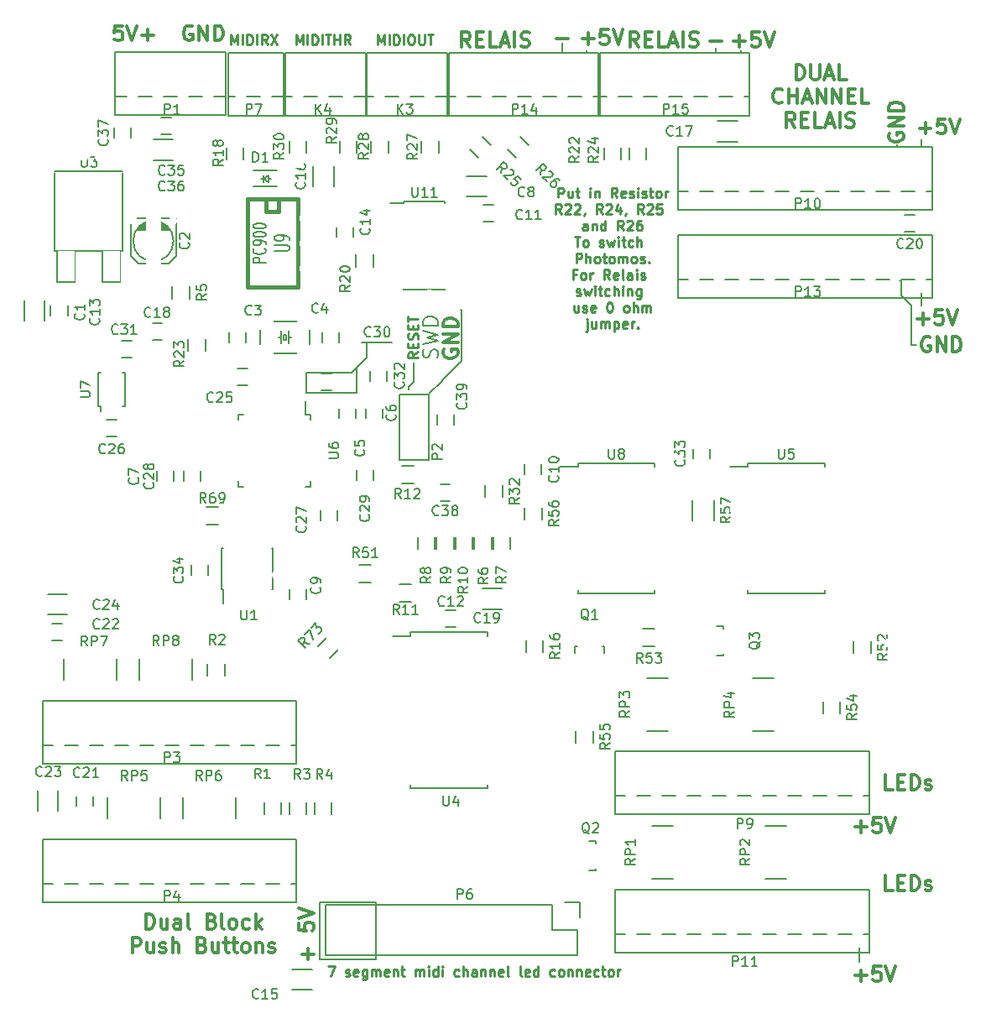
<source format=gto>
G04 #@! TF.FileFunction,Legend,Top*
%FSLAX46Y46*%
G04 Gerber Fmt 4.6, Leading zero omitted, Abs format (unit mm)*
G04 Created by KiCad (PCBNEW 4.0.2+e4-6225~38~ubuntu14.04.1-stable) date Do 30 Jun 2016 13:04:45 CEST*
%MOMM*%
G01*
G04 APERTURE LIST*
%ADD10C,0.150000*%
%ADD11C,0.200000*%
%ADD12C,0.250000*%
%ADD13C,0.300000*%
%ADD14C,0.127000*%
%ADD15C,0.381000*%
%ADD16C,0.152400*%
%ADD17O,1.506220X3.014980*%
%ADD18R,0.900000X0.900000*%
%ADD19R,1.900000X1.100000*%
%ADD20R,1.250000X1.000000*%
%ADD21R,1.000000X1.250000*%
%ADD22R,1.727200X1.727200*%
%ADD23O,1.727200X1.727200*%
%ADD24R,2.000000X0.600000*%
%ADD25R,1.950000X0.600000*%
%ADD26O,2.286000X1.574800*%
%ADD27R,1.500000X0.600000*%
%ADD28R,1.300000X1.500000*%
%ADD29R,1.500000X1.300000*%
%ADD30R,1.700000X0.900000*%
%ADD31R,0.600000X1.550000*%
%ADD32R,0.800100X1.800860*%
%ADD33R,1.800860X0.800100*%
%ADD34R,1.000000X1.600000*%
%ADD35R,1.600000X1.000000*%
%ADD36R,1.651000X3.048000*%
%ADD37R,6.096000X6.096000*%
%ADD38R,0.250000X1.300000*%
%ADD39R,1.300000X0.250000*%
%ADD40R,1.600200X2.600960*%
%ADD41R,1.050000X1.050000*%
%ADD42C,1.050000*%
%ADD43R,0.900000X0.600000*%
%ADD44C,0.050000*%
%ADD45R,0.300000X1.450000*%
%ADD46C,6.000000*%
%ADD47C,0.889000*%
%ADD48C,0.600000*%
%ADD49C,2.000000*%
G04 APERTURE END LIST*
D10*
D11*
X40000000Y-37500000D02*
X40000000Y-37750000D01*
X40500000Y-37000000D02*
X40000000Y-37500000D01*
X40500000Y-35000000D02*
X40500000Y-37000000D01*
D12*
X40952381Y-33952381D02*
X40476190Y-34285715D01*
X40952381Y-34523810D02*
X39952381Y-34523810D01*
X39952381Y-34142857D01*
X40000000Y-34047619D01*
X40047619Y-34000000D01*
X40142857Y-33952381D01*
X40285714Y-33952381D01*
X40380952Y-34000000D01*
X40428571Y-34047619D01*
X40476190Y-34142857D01*
X40476190Y-34523810D01*
X40428571Y-33523810D02*
X40428571Y-33190476D01*
X40952381Y-33047619D02*
X40952381Y-33523810D01*
X39952381Y-33523810D01*
X39952381Y-33047619D01*
X40904762Y-32666667D02*
X40952381Y-32523810D01*
X40952381Y-32285714D01*
X40904762Y-32190476D01*
X40857143Y-32142857D01*
X40761905Y-32095238D01*
X40666667Y-32095238D01*
X40571429Y-32142857D01*
X40523810Y-32190476D01*
X40476190Y-32285714D01*
X40428571Y-32476191D01*
X40380952Y-32571429D01*
X40333333Y-32619048D01*
X40238095Y-32666667D01*
X40142857Y-32666667D01*
X40047619Y-32619048D01*
X40000000Y-32571429D01*
X39952381Y-32476191D01*
X39952381Y-32238095D01*
X40000000Y-32095238D01*
X40428571Y-31666667D02*
X40428571Y-31333333D01*
X40952381Y-31190476D02*
X40952381Y-31666667D01*
X39952381Y-31666667D01*
X39952381Y-31190476D01*
X39952381Y-30904762D02*
X39952381Y-30333333D01*
X40952381Y-30619048D02*
X39952381Y-30619048D01*
D11*
X85500000Y-95500000D02*
X85500000Y-94000000D01*
X91750000Y-28000000D02*
X91750000Y-29250000D01*
X89250000Y-13250000D02*
X89250000Y-13000000D01*
X91750000Y-13250000D02*
X91750000Y-12500000D01*
X73500000Y-3750000D02*
X73500000Y-3500000D01*
X71000000Y-3750000D02*
X71000000Y-3250000D01*
X58000000Y-3750000D02*
X58000000Y-3500000D01*
X55500000Y-3750000D02*
X55500000Y-2750000D01*
D13*
X54928572Y-2357143D02*
X56071429Y-2357143D01*
X70428572Y-2607143D02*
X71571429Y-2607143D01*
X57571429Y-2357143D02*
X58714286Y-2357143D01*
X58142857Y-2928571D02*
X58142857Y-1785714D01*
X60142858Y-1428571D02*
X59428572Y-1428571D01*
X59357143Y-2142857D01*
X59428572Y-2071429D01*
X59571429Y-2000000D01*
X59928572Y-2000000D01*
X60071429Y-2071429D01*
X60142858Y-2142857D01*
X60214286Y-2285714D01*
X60214286Y-2642857D01*
X60142858Y-2785714D01*
X60071429Y-2857143D01*
X59928572Y-2928571D01*
X59571429Y-2928571D01*
X59428572Y-2857143D01*
X59357143Y-2785714D01*
X60642857Y-1428571D02*
X61142857Y-2928571D01*
X61642857Y-1428571D01*
X72821429Y-2607143D02*
X73964286Y-2607143D01*
X73392857Y-3178571D02*
X73392857Y-2035714D01*
X75392858Y-1678571D02*
X74678572Y-1678571D01*
X74607143Y-2392857D01*
X74678572Y-2321429D01*
X74821429Y-2250000D01*
X75178572Y-2250000D01*
X75321429Y-2321429D01*
X75392858Y-2392857D01*
X75464286Y-2535714D01*
X75464286Y-2892857D01*
X75392858Y-3035714D01*
X75321429Y-3107143D01*
X75178572Y-3178571D01*
X74821429Y-3178571D01*
X74678572Y-3107143D01*
X74607143Y-3035714D01*
X75892857Y-1678571D02*
X76392857Y-3178571D01*
X76892857Y-1678571D01*
D11*
X89750000Y-26750000D02*
X89250000Y-26750000D01*
X89750000Y-28250000D02*
X89750000Y-26750000D01*
X90750000Y-29250000D02*
X89750000Y-28250000D01*
X90750000Y-33250000D02*
X90750000Y-29250000D01*
X91250000Y-33250000D02*
X90750000Y-33250000D01*
D13*
X92607143Y-32500000D02*
X92464286Y-32428571D01*
X92250000Y-32428571D01*
X92035715Y-32500000D01*
X91892857Y-32642857D01*
X91821429Y-32785714D01*
X91750000Y-33071429D01*
X91750000Y-33285714D01*
X91821429Y-33571429D01*
X91892857Y-33714286D01*
X92035715Y-33857143D01*
X92250000Y-33928571D01*
X92392857Y-33928571D01*
X92607143Y-33857143D01*
X92678572Y-33785714D01*
X92678572Y-33285714D01*
X92392857Y-33285714D01*
X93321429Y-33928571D02*
X93321429Y-32428571D01*
X94178572Y-33928571D01*
X94178572Y-32428571D01*
X94892858Y-33928571D02*
X94892858Y-32428571D01*
X95250001Y-32428571D01*
X95464286Y-32500000D01*
X95607144Y-32642857D01*
X95678572Y-32785714D01*
X95750001Y-33071429D01*
X95750001Y-33285714D01*
X95678572Y-33571429D01*
X95607144Y-33714286D01*
X95464286Y-33857143D01*
X95250001Y-33928571D01*
X94892858Y-33928571D01*
X88500000Y-11892857D02*
X88428571Y-12035714D01*
X88428571Y-12250000D01*
X88500000Y-12464285D01*
X88642857Y-12607143D01*
X88785714Y-12678571D01*
X89071429Y-12750000D01*
X89285714Y-12750000D01*
X89571429Y-12678571D01*
X89714286Y-12607143D01*
X89857143Y-12464285D01*
X89928571Y-12250000D01*
X89928571Y-12107143D01*
X89857143Y-11892857D01*
X89785714Y-11821428D01*
X89285714Y-11821428D01*
X89285714Y-12107143D01*
X89928571Y-11178571D02*
X88428571Y-11178571D01*
X89928571Y-10321428D01*
X88428571Y-10321428D01*
X89928571Y-9607142D02*
X88428571Y-9607142D01*
X88428571Y-9249999D01*
X88500000Y-9035714D01*
X88642857Y-8892856D01*
X88785714Y-8821428D01*
X89071429Y-8749999D01*
X89285714Y-8749999D01*
X89571429Y-8821428D01*
X89714286Y-8892856D01*
X89857143Y-9035714D01*
X89928571Y-9249999D01*
X89928571Y-9607142D01*
X91571429Y-11357143D02*
X92714286Y-11357143D01*
X92142857Y-11928571D02*
X92142857Y-10785714D01*
X94142858Y-10428571D02*
X93428572Y-10428571D01*
X93357143Y-11142857D01*
X93428572Y-11071429D01*
X93571429Y-11000000D01*
X93928572Y-11000000D01*
X94071429Y-11071429D01*
X94142858Y-11142857D01*
X94214286Y-11285714D01*
X94214286Y-11642857D01*
X94142858Y-11785714D01*
X94071429Y-11857143D01*
X93928572Y-11928571D01*
X93571429Y-11928571D01*
X93428572Y-11857143D01*
X93357143Y-11785714D01*
X94642857Y-10428571D02*
X95142857Y-11928571D01*
X95642857Y-10428571D01*
X91321429Y-30607143D02*
X92464286Y-30607143D01*
X91892857Y-31178571D02*
X91892857Y-30035714D01*
X93892858Y-29678571D02*
X93178572Y-29678571D01*
X93107143Y-30392857D01*
X93178572Y-30321429D01*
X93321429Y-30250000D01*
X93678572Y-30250000D01*
X93821429Y-30321429D01*
X93892858Y-30392857D01*
X93964286Y-30535714D01*
X93964286Y-30892857D01*
X93892858Y-31035714D01*
X93821429Y-31107143D01*
X93678572Y-31178571D01*
X93321429Y-31178571D01*
X93178572Y-31107143D01*
X93107143Y-31035714D01*
X94392857Y-29678571D02*
X94892857Y-31178571D01*
X95392857Y-29678571D01*
X85071429Y-96857143D02*
X86214286Y-96857143D01*
X85642857Y-97428571D02*
X85642857Y-96285714D01*
X87642858Y-95928571D02*
X86928572Y-95928571D01*
X86857143Y-96642857D01*
X86928572Y-96571429D01*
X87071429Y-96500000D01*
X87428572Y-96500000D01*
X87571429Y-96571429D01*
X87642858Y-96642857D01*
X87714286Y-96785714D01*
X87714286Y-97142857D01*
X87642858Y-97285714D01*
X87571429Y-97357143D01*
X87428572Y-97428571D01*
X87071429Y-97428571D01*
X86928572Y-97357143D01*
X86857143Y-97285714D01*
X88142857Y-95928571D02*
X88642857Y-97428571D01*
X89142857Y-95928571D01*
X85071429Y-81857143D02*
X86214286Y-81857143D01*
X85642857Y-82428571D02*
X85642857Y-81285714D01*
X87642858Y-80928571D02*
X86928572Y-80928571D01*
X86857143Y-81642857D01*
X86928572Y-81571429D01*
X87071429Y-81500000D01*
X87428572Y-81500000D01*
X87571429Y-81571429D01*
X87642858Y-81642857D01*
X87714286Y-81785714D01*
X87714286Y-82142857D01*
X87642858Y-82285714D01*
X87571429Y-82357143D01*
X87428572Y-82428571D01*
X87071429Y-82428571D01*
X86928572Y-82357143D01*
X86857143Y-82285714D01*
X88142857Y-80928571D02*
X88642857Y-82428571D01*
X89142857Y-80928571D01*
D11*
X36750000Y-89500000D02*
X36500000Y-89500000D01*
X36750000Y-95250000D02*
X36750000Y-89500000D01*
X31000000Y-95250000D02*
X36750000Y-95250000D01*
X31000000Y-89500000D02*
X31000000Y-95250000D01*
X36500000Y-89500000D02*
X31000000Y-89500000D01*
D13*
X29857143Y-95249999D02*
X29857143Y-94107142D01*
X30428571Y-94678571D02*
X29285714Y-94678571D01*
X28928571Y-91535713D02*
X28928571Y-92249999D01*
X29642857Y-92321428D01*
X29571429Y-92249999D01*
X29500000Y-92107142D01*
X29500000Y-91749999D01*
X29571429Y-91607142D01*
X29642857Y-91535713D01*
X29785714Y-91464285D01*
X30142857Y-91464285D01*
X30285714Y-91535713D01*
X30357143Y-91607142D01*
X30428571Y-91749999D01*
X30428571Y-92107142D01*
X30357143Y-92249999D01*
X30285714Y-92321428D01*
X28928571Y-91035714D02*
X30428571Y-90535714D01*
X28928571Y-90035714D01*
X13514286Y-92138571D02*
X13514286Y-90638571D01*
X13871429Y-90638571D01*
X14085714Y-90710000D01*
X14228572Y-90852857D01*
X14300000Y-90995714D01*
X14371429Y-91281429D01*
X14371429Y-91495714D01*
X14300000Y-91781429D01*
X14228572Y-91924286D01*
X14085714Y-92067143D01*
X13871429Y-92138571D01*
X13514286Y-92138571D01*
X15657143Y-91138571D02*
X15657143Y-92138571D01*
X15014286Y-91138571D02*
X15014286Y-91924286D01*
X15085714Y-92067143D01*
X15228572Y-92138571D01*
X15442857Y-92138571D01*
X15585714Y-92067143D01*
X15657143Y-91995714D01*
X17014286Y-92138571D02*
X17014286Y-91352857D01*
X16942857Y-91210000D01*
X16800000Y-91138571D01*
X16514286Y-91138571D01*
X16371429Y-91210000D01*
X17014286Y-92067143D02*
X16871429Y-92138571D01*
X16514286Y-92138571D01*
X16371429Y-92067143D01*
X16300000Y-91924286D01*
X16300000Y-91781429D01*
X16371429Y-91638571D01*
X16514286Y-91567143D01*
X16871429Y-91567143D01*
X17014286Y-91495714D01*
X17942858Y-92138571D02*
X17800000Y-92067143D01*
X17728572Y-91924286D01*
X17728572Y-90638571D01*
X20157143Y-91352857D02*
X20371429Y-91424286D01*
X20442857Y-91495714D01*
X20514286Y-91638571D01*
X20514286Y-91852857D01*
X20442857Y-91995714D01*
X20371429Y-92067143D01*
X20228571Y-92138571D01*
X19657143Y-92138571D01*
X19657143Y-90638571D01*
X20157143Y-90638571D01*
X20300000Y-90710000D01*
X20371429Y-90781429D01*
X20442857Y-90924286D01*
X20442857Y-91067143D01*
X20371429Y-91210000D01*
X20300000Y-91281429D01*
X20157143Y-91352857D01*
X19657143Y-91352857D01*
X21371429Y-92138571D02*
X21228571Y-92067143D01*
X21157143Y-91924286D01*
X21157143Y-90638571D01*
X22157143Y-92138571D02*
X22014285Y-92067143D01*
X21942857Y-91995714D01*
X21871428Y-91852857D01*
X21871428Y-91424286D01*
X21942857Y-91281429D01*
X22014285Y-91210000D01*
X22157143Y-91138571D01*
X22371428Y-91138571D01*
X22514285Y-91210000D01*
X22585714Y-91281429D01*
X22657143Y-91424286D01*
X22657143Y-91852857D01*
X22585714Y-91995714D01*
X22514285Y-92067143D01*
X22371428Y-92138571D01*
X22157143Y-92138571D01*
X23942857Y-92067143D02*
X23800000Y-92138571D01*
X23514286Y-92138571D01*
X23371428Y-92067143D01*
X23300000Y-91995714D01*
X23228571Y-91852857D01*
X23228571Y-91424286D01*
X23300000Y-91281429D01*
X23371428Y-91210000D01*
X23514286Y-91138571D01*
X23800000Y-91138571D01*
X23942857Y-91210000D01*
X24585714Y-92138571D02*
X24585714Y-90638571D01*
X24728571Y-91567143D02*
X25157142Y-92138571D01*
X25157142Y-91138571D02*
X24585714Y-91710000D01*
X12121428Y-94538571D02*
X12121428Y-93038571D01*
X12692856Y-93038571D01*
X12835714Y-93110000D01*
X12907142Y-93181429D01*
X12978571Y-93324286D01*
X12978571Y-93538571D01*
X12907142Y-93681429D01*
X12835714Y-93752857D01*
X12692856Y-93824286D01*
X12121428Y-93824286D01*
X14264285Y-93538571D02*
X14264285Y-94538571D01*
X13621428Y-93538571D02*
X13621428Y-94324286D01*
X13692856Y-94467143D01*
X13835714Y-94538571D01*
X14049999Y-94538571D01*
X14192856Y-94467143D01*
X14264285Y-94395714D01*
X14907142Y-94467143D02*
X15049999Y-94538571D01*
X15335714Y-94538571D01*
X15478571Y-94467143D01*
X15549999Y-94324286D01*
X15549999Y-94252857D01*
X15478571Y-94110000D01*
X15335714Y-94038571D01*
X15121428Y-94038571D01*
X14978571Y-93967143D01*
X14907142Y-93824286D01*
X14907142Y-93752857D01*
X14978571Y-93610000D01*
X15121428Y-93538571D01*
X15335714Y-93538571D01*
X15478571Y-93610000D01*
X16192857Y-94538571D02*
X16192857Y-93038571D01*
X16835714Y-94538571D02*
X16835714Y-93752857D01*
X16764285Y-93610000D01*
X16621428Y-93538571D01*
X16407143Y-93538571D01*
X16264285Y-93610000D01*
X16192857Y-93681429D01*
X19192857Y-93752857D02*
X19407143Y-93824286D01*
X19478571Y-93895714D01*
X19550000Y-94038571D01*
X19550000Y-94252857D01*
X19478571Y-94395714D01*
X19407143Y-94467143D01*
X19264285Y-94538571D01*
X18692857Y-94538571D01*
X18692857Y-93038571D01*
X19192857Y-93038571D01*
X19335714Y-93110000D01*
X19407143Y-93181429D01*
X19478571Y-93324286D01*
X19478571Y-93467143D01*
X19407143Y-93610000D01*
X19335714Y-93681429D01*
X19192857Y-93752857D01*
X18692857Y-93752857D01*
X20835714Y-93538571D02*
X20835714Y-94538571D01*
X20192857Y-93538571D02*
X20192857Y-94324286D01*
X20264285Y-94467143D01*
X20407143Y-94538571D01*
X20621428Y-94538571D01*
X20764285Y-94467143D01*
X20835714Y-94395714D01*
X21335714Y-93538571D02*
X21907143Y-93538571D01*
X21550000Y-93038571D02*
X21550000Y-94324286D01*
X21621428Y-94467143D01*
X21764286Y-94538571D01*
X21907143Y-94538571D01*
X22192857Y-93538571D02*
X22764286Y-93538571D01*
X22407143Y-93038571D02*
X22407143Y-94324286D01*
X22478571Y-94467143D01*
X22621429Y-94538571D01*
X22764286Y-94538571D01*
X23478572Y-94538571D02*
X23335714Y-94467143D01*
X23264286Y-94395714D01*
X23192857Y-94252857D01*
X23192857Y-93824286D01*
X23264286Y-93681429D01*
X23335714Y-93610000D01*
X23478572Y-93538571D01*
X23692857Y-93538571D01*
X23835714Y-93610000D01*
X23907143Y-93681429D01*
X23978572Y-93824286D01*
X23978572Y-94252857D01*
X23907143Y-94395714D01*
X23835714Y-94467143D01*
X23692857Y-94538571D01*
X23478572Y-94538571D01*
X24621429Y-93538571D02*
X24621429Y-94538571D01*
X24621429Y-93681429D02*
X24692857Y-93610000D01*
X24835715Y-93538571D01*
X25050000Y-93538571D01*
X25192857Y-93610000D01*
X25264286Y-93752857D01*
X25264286Y-94538571D01*
X25907143Y-94467143D02*
X26050000Y-94538571D01*
X26335715Y-94538571D01*
X26478572Y-94467143D01*
X26550000Y-94324286D01*
X26550000Y-94252857D01*
X26478572Y-94110000D01*
X26335715Y-94038571D01*
X26121429Y-94038571D01*
X25978572Y-93967143D01*
X25907143Y-93824286D01*
X25907143Y-93752857D01*
X25978572Y-93610000D01*
X26121429Y-93538571D01*
X26335715Y-93538571D01*
X26478572Y-93610000D01*
D12*
X31890712Y-95922381D02*
X32557379Y-95922381D01*
X32128807Y-96922381D01*
X33652617Y-96874762D02*
X33747855Y-96922381D01*
X33938331Y-96922381D01*
X34033570Y-96874762D01*
X34081189Y-96779524D01*
X34081189Y-96731905D01*
X34033570Y-96636667D01*
X33938331Y-96589048D01*
X33795474Y-96589048D01*
X33700236Y-96541429D01*
X33652617Y-96446190D01*
X33652617Y-96398571D01*
X33700236Y-96303333D01*
X33795474Y-96255714D01*
X33938331Y-96255714D01*
X34033570Y-96303333D01*
X34890713Y-96874762D02*
X34795475Y-96922381D01*
X34604998Y-96922381D01*
X34509760Y-96874762D01*
X34462141Y-96779524D01*
X34462141Y-96398571D01*
X34509760Y-96303333D01*
X34604998Y-96255714D01*
X34795475Y-96255714D01*
X34890713Y-96303333D01*
X34938332Y-96398571D01*
X34938332Y-96493810D01*
X34462141Y-96589048D01*
X35795475Y-96255714D02*
X35795475Y-97065238D01*
X35747856Y-97160476D01*
X35700237Y-97208095D01*
X35604998Y-97255714D01*
X35462141Y-97255714D01*
X35366903Y-97208095D01*
X35795475Y-96874762D02*
X35700237Y-96922381D01*
X35509760Y-96922381D01*
X35414522Y-96874762D01*
X35366903Y-96827143D01*
X35319284Y-96731905D01*
X35319284Y-96446190D01*
X35366903Y-96350952D01*
X35414522Y-96303333D01*
X35509760Y-96255714D01*
X35700237Y-96255714D01*
X35795475Y-96303333D01*
X36271665Y-96922381D02*
X36271665Y-96255714D01*
X36271665Y-96350952D02*
X36319284Y-96303333D01*
X36414522Y-96255714D01*
X36557380Y-96255714D01*
X36652618Y-96303333D01*
X36700237Y-96398571D01*
X36700237Y-96922381D01*
X36700237Y-96398571D02*
X36747856Y-96303333D01*
X36843094Y-96255714D01*
X36985951Y-96255714D01*
X37081189Y-96303333D01*
X37128808Y-96398571D01*
X37128808Y-96922381D01*
X37985951Y-96874762D02*
X37890713Y-96922381D01*
X37700236Y-96922381D01*
X37604998Y-96874762D01*
X37557379Y-96779524D01*
X37557379Y-96398571D01*
X37604998Y-96303333D01*
X37700236Y-96255714D01*
X37890713Y-96255714D01*
X37985951Y-96303333D01*
X38033570Y-96398571D01*
X38033570Y-96493810D01*
X37557379Y-96589048D01*
X38462141Y-96255714D02*
X38462141Y-96922381D01*
X38462141Y-96350952D02*
X38509760Y-96303333D01*
X38604998Y-96255714D01*
X38747856Y-96255714D01*
X38843094Y-96303333D01*
X38890713Y-96398571D01*
X38890713Y-96922381D01*
X39224046Y-96255714D02*
X39604998Y-96255714D01*
X39366903Y-95922381D02*
X39366903Y-96779524D01*
X39414522Y-96874762D01*
X39509760Y-96922381D01*
X39604998Y-96922381D01*
X40700237Y-96922381D02*
X40700237Y-96255714D01*
X40700237Y-96350952D02*
X40747856Y-96303333D01*
X40843094Y-96255714D01*
X40985952Y-96255714D01*
X41081190Y-96303333D01*
X41128809Y-96398571D01*
X41128809Y-96922381D01*
X41128809Y-96398571D02*
X41176428Y-96303333D01*
X41271666Y-96255714D01*
X41414523Y-96255714D01*
X41509761Y-96303333D01*
X41557380Y-96398571D01*
X41557380Y-96922381D01*
X42033570Y-96922381D02*
X42033570Y-96255714D01*
X42033570Y-95922381D02*
X41985951Y-95970000D01*
X42033570Y-96017619D01*
X42081189Y-95970000D01*
X42033570Y-95922381D01*
X42033570Y-96017619D01*
X42938332Y-96922381D02*
X42938332Y-95922381D01*
X42938332Y-96874762D02*
X42843094Y-96922381D01*
X42652617Y-96922381D01*
X42557379Y-96874762D01*
X42509760Y-96827143D01*
X42462141Y-96731905D01*
X42462141Y-96446190D01*
X42509760Y-96350952D01*
X42557379Y-96303333D01*
X42652617Y-96255714D01*
X42843094Y-96255714D01*
X42938332Y-96303333D01*
X43414522Y-96922381D02*
X43414522Y-96255714D01*
X43414522Y-95922381D02*
X43366903Y-95970000D01*
X43414522Y-96017619D01*
X43462141Y-95970000D01*
X43414522Y-95922381D01*
X43414522Y-96017619D01*
X45081189Y-96874762D02*
X44985951Y-96922381D01*
X44795474Y-96922381D01*
X44700236Y-96874762D01*
X44652617Y-96827143D01*
X44604998Y-96731905D01*
X44604998Y-96446190D01*
X44652617Y-96350952D01*
X44700236Y-96303333D01*
X44795474Y-96255714D01*
X44985951Y-96255714D01*
X45081189Y-96303333D01*
X45509760Y-96922381D02*
X45509760Y-95922381D01*
X45938332Y-96922381D02*
X45938332Y-96398571D01*
X45890713Y-96303333D01*
X45795475Y-96255714D01*
X45652617Y-96255714D01*
X45557379Y-96303333D01*
X45509760Y-96350952D01*
X46843094Y-96922381D02*
X46843094Y-96398571D01*
X46795475Y-96303333D01*
X46700237Y-96255714D01*
X46509760Y-96255714D01*
X46414522Y-96303333D01*
X46843094Y-96874762D02*
X46747856Y-96922381D01*
X46509760Y-96922381D01*
X46414522Y-96874762D01*
X46366903Y-96779524D01*
X46366903Y-96684286D01*
X46414522Y-96589048D01*
X46509760Y-96541429D01*
X46747856Y-96541429D01*
X46843094Y-96493810D01*
X47319284Y-96255714D02*
X47319284Y-96922381D01*
X47319284Y-96350952D02*
X47366903Y-96303333D01*
X47462141Y-96255714D01*
X47604999Y-96255714D01*
X47700237Y-96303333D01*
X47747856Y-96398571D01*
X47747856Y-96922381D01*
X48224046Y-96255714D02*
X48224046Y-96922381D01*
X48224046Y-96350952D02*
X48271665Y-96303333D01*
X48366903Y-96255714D01*
X48509761Y-96255714D01*
X48604999Y-96303333D01*
X48652618Y-96398571D01*
X48652618Y-96922381D01*
X49509761Y-96874762D02*
X49414523Y-96922381D01*
X49224046Y-96922381D01*
X49128808Y-96874762D01*
X49081189Y-96779524D01*
X49081189Y-96398571D01*
X49128808Y-96303333D01*
X49224046Y-96255714D01*
X49414523Y-96255714D01*
X49509761Y-96303333D01*
X49557380Y-96398571D01*
X49557380Y-96493810D01*
X49081189Y-96589048D01*
X50128808Y-96922381D02*
X50033570Y-96874762D01*
X49985951Y-96779524D01*
X49985951Y-95922381D01*
X51414523Y-96922381D02*
X51319285Y-96874762D01*
X51271666Y-96779524D01*
X51271666Y-95922381D01*
X52176429Y-96874762D02*
X52081191Y-96922381D01*
X51890714Y-96922381D01*
X51795476Y-96874762D01*
X51747857Y-96779524D01*
X51747857Y-96398571D01*
X51795476Y-96303333D01*
X51890714Y-96255714D01*
X52081191Y-96255714D01*
X52176429Y-96303333D01*
X52224048Y-96398571D01*
X52224048Y-96493810D01*
X51747857Y-96589048D01*
X53081191Y-96922381D02*
X53081191Y-95922381D01*
X53081191Y-96874762D02*
X52985953Y-96922381D01*
X52795476Y-96922381D01*
X52700238Y-96874762D01*
X52652619Y-96827143D01*
X52605000Y-96731905D01*
X52605000Y-96446190D01*
X52652619Y-96350952D01*
X52700238Y-96303333D01*
X52795476Y-96255714D01*
X52985953Y-96255714D01*
X53081191Y-96303333D01*
X54747858Y-96874762D02*
X54652620Y-96922381D01*
X54462143Y-96922381D01*
X54366905Y-96874762D01*
X54319286Y-96827143D01*
X54271667Y-96731905D01*
X54271667Y-96446190D01*
X54319286Y-96350952D01*
X54366905Y-96303333D01*
X54462143Y-96255714D01*
X54652620Y-96255714D01*
X54747858Y-96303333D01*
X55319286Y-96922381D02*
X55224048Y-96874762D01*
X55176429Y-96827143D01*
X55128810Y-96731905D01*
X55128810Y-96446190D01*
X55176429Y-96350952D01*
X55224048Y-96303333D01*
X55319286Y-96255714D01*
X55462144Y-96255714D01*
X55557382Y-96303333D01*
X55605001Y-96350952D01*
X55652620Y-96446190D01*
X55652620Y-96731905D01*
X55605001Y-96827143D01*
X55557382Y-96874762D01*
X55462144Y-96922381D01*
X55319286Y-96922381D01*
X56081191Y-96255714D02*
X56081191Y-96922381D01*
X56081191Y-96350952D02*
X56128810Y-96303333D01*
X56224048Y-96255714D01*
X56366906Y-96255714D01*
X56462144Y-96303333D01*
X56509763Y-96398571D01*
X56509763Y-96922381D01*
X56985953Y-96255714D02*
X56985953Y-96922381D01*
X56985953Y-96350952D02*
X57033572Y-96303333D01*
X57128810Y-96255714D01*
X57271668Y-96255714D01*
X57366906Y-96303333D01*
X57414525Y-96398571D01*
X57414525Y-96922381D01*
X58271668Y-96874762D02*
X58176430Y-96922381D01*
X57985953Y-96922381D01*
X57890715Y-96874762D01*
X57843096Y-96779524D01*
X57843096Y-96398571D01*
X57890715Y-96303333D01*
X57985953Y-96255714D01*
X58176430Y-96255714D01*
X58271668Y-96303333D01*
X58319287Y-96398571D01*
X58319287Y-96493810D01*
X57843096Y-96589048D01*
X59176430Y-96874762D02*
X59081192Y-96922381D01*
X58890715Y-96922381D01*
X58795477Y-96874762D01*
X58747858Y-96827143D01*
X58700239Y-96731905D01*
X58700239Y-96446190D01*
X58747858Y-96350952D01*
X58795477Y-96303333D01*
X58890715Y-96255714D01*
X59081192Y-96255714D01*
X59176430Y-96303333D01*
X59462144Y-96255714D02*
X59843096Y-96255714D01*
X59605001Y-95922381D02*
X59605001Y-96779524D01*
X59652620Y-96874762D01*
X59747858Y-96922381D01*
X59843096Y-96922381D01*
X60319287Y-96922381D02*
X60224049Y-96874762D01*
X60176430Y-96827143D01*
X60128811Y-96731905D01*
X60128811Y-96446190D01*
X60176430Y-96350952D01*
X60224049Y-96303333D01*
X60319287Y-96255714D01*
X60462145Y-96255714D01*
X60557383Y-96303333D01*
X60605002Y-96350952D01*
X60652621Y-96446190D01*
X60652621Y-96731905D01*
X60605002Y-96827143D01*
X60557383Y-96874762D01*
X60462145Y-96922381D01*
X60319287Y-96922381D01*
X61081192Y-96922381D02*
X61081192Y-96255714D01*
X61081192Y-96446190D02*
X61128811Y-96350952D01*
X61176430Y-96303333D01*
X61271668Y-96255714D01*
X61366907Y-96255714D01*
D13*
X88848572Y-88258571D02*
X88134286Y-88258571D01*
X88134286Y-86758571D01*
X89348572Y-87472857D02*
X89848572Y-87472857D01*
X90062858Y-88258571D02*
X89348572Y-88258571D01*
X89348572Y-86758571D01*
X90062858Y-86758571D01*
X90705715Y-88258571D02*
X90705715Y-86758571D01*
X91062858Y-86758571D01*
X91277143Y-86830000D01*
X91420001Y-86972857D01*
X91491429Y-87115714D01*
X91562858Y-87401429D01*
X91562858Y-87615714D01*
X91491429Y-87901429D01*
X91420001Y-88044286D01*
X91277143Y-88187143D01*
X91062858Y-88258571D01*
X90705715Y-88258571D01*
X92134286Y-88187143D02*
X92277143Y-88258571D01*
X92562858Y-88258571D01*
X92705715Y-88187143D01*
X92777143Y-88044286D01*
X92777143Y-87972857D01*
X92705715Y-87830000D01*
X92562858Y-87758571D01*
X92348572Y-87758571D01*
X92205715Y-87687143D01*
X92134286Y-87544286D01*
X92134286Y-87472857D01*
X92205715Y-87330000D01*
X92348572Y-87258571D01*
X92562858Y-87258571D01*
X92705715Y-87330000D01*
X88848572Y-78098571D02*
X88134286Y-78098571D01*
X88134286Y-76598571D01*
X89348572Y-77312857D02*
X89848572Y-77312857D01*
X90062858Y-78098571D02*
X89348572Y-78098571D01*
X89348572Y-76598571D01*
X90062858Y-76598571D01*
X90705715Y-78098571D02*
X90705715Y-76598571D01*
X91062858Y-76598571D01*
X91277143Y-76670000D01*
X91420001Y-76812857D01*
X91491429Y-76955714D01*
X91562858Y-77241429D01*
X91562858Y-77455714D01*
X91491429Y-77741429D01*
X91420001Y-77884286D01*
X91277143Y-78027143D01*
X91062858Y-78098571D01*
X90705715Y-78098571D01*
X92134286Y-78027143D02*
X92277143Y-78098571D01*
X92562858Y-78098571D01*
X92705715Y-78027143D01*
X92777143Y-77884286D01*
X92777143Y-77812857D01*
X92705715Y-77670000D01*
X92562858Y-77598571D01*
X92348572Y-77598571D01*
X92205715Y-77527143D01*
X92134286Y-77384286D01*
X92134286Y-77312857D01*
X92205715Y-77170000D01*
X92348572Y-77098571D01*
X92562858Y-77098571D01*
X92705715Y-77170000D01*
D12*
X55098809Y-18377381D02*
X55098809Y-17377381D01*
X55479762Y-17377381D01*
X55575000Y-17425000D01*
X55622619Y-17472619D01*
X55670238Y-17567857D01*
X55670238Y-17710714D01*
X55622619Y-17805952D01*
X55575000Y-17853571D01*
X55479762Y-17901190D01*
X55098809Y-17901190D01*
X56527381Y-17710714D02*
X56527381Y-18377381D01*
X56098809Y-17710714D02*
X56098809Y-18234524D01*
X56146428Y-18329762D01*
X56241666Y-18377381D01*
X56384524Y-18377381D01*
X56479762Y-18329762D01*
X56527381Y-18282143D01*
X56860714Y-17710714D02*
X57241666Y-17710714D01*
X57003571Y-17377381D02*
X57003571Y-18234524D01*
X57051190Y-18329762D01*
X57146428Y-18377381D01*
X57241666Y-18377381D01*
X58336905Y-18377381D02*
X58336905Y-17710714D01*
X58336905Y-17377381D02*
X58289286Y-17425000D01*
X58336905Y-17472619D01*
X58384524Y-17425000D01*
X58336905Y-17377381D01*
X58336905Y-17472619D01*
X58813095Y-17710714D02*
X58813095Y-18377381D01*
X58813095Y-17805952D02*
X58860714Y-17758333D01*
X58955952Y-17710714D01*
X59098810Y-17710714D01*
X59194048Y-17758333D01*
X59241667Y-17853571D01*
X59241667Y-18377381D01*
X61051191Y-18377381D02*
X60717857Y-17901190D01*
X60479762Y-18377381D02*
X60479762Y-17377381D01*
X60860715Y-17377381D01*
X60955953Y-17425000D01*
X61003572Y-17472619D01*
X61051191Y-17567857D01*
X61051191Y-17710714D01*
X61003572Y-17805952D01*
X60955953Y-17853571D01*
X60860715Y-17901190D01*
X60479762Y-17901190D01*
X61860715Y-18329762D02*
X61765477Y-18377381D01*
X61575000Y-18377381D01*
X61479762Y-18329762D01*
X61432143Y-18234524D01*
X61432143Y-17853571D01*
X61479762Y-17758333D01*
X61575000Y-17710714D01*
X61765477Y-17710714D01*
X61860715Y-17758333D01*
X61908334Y-17853571D01*
X61908334Y-17948810D01*
X61432143Y-18044048D01*
X62289286Y-18329762D02*
X62384524Y-18377381D01*
X62575000Y-18377381D01*
X62670239Y-18329762D01*
X62717858Y-18234524D01*
X62717858Y-18186905D01*
X62670239Y-18091667D01*
X62575000Y-18044048D01*
X62432143Y-18044048D01*
X62336905Y-17996429D01*
X62289286Y-17901190D01*
X62289286Y-17853571D01*
X62336905Y-17758333D01*
X62432143Y-17710714D01*
X62575000Y-17710714D01*
X62670239Y-17758333D01*
X63146429Y-18377381D02*
X63146429Y-17710714D01*
X63146429Y-17377381D02*
X63098810Y-17425000D01*
X63146429Y-17472619D01*
X63194048Y-17425000D01*
X63146429Y-17377381D01*
X63146429Y-17472619D01*
X63575000Y-18329762D02*
X63670238Y-18377381D01*
X63860714Y-18377381D01*
X63955953Y-18329762D01*
X64003572Y-18234524D01*
X64003572Y-18186905D01*
X63955953Y-18091667D01*
X63860714Y-18044048D01*
X63717857Y-18044048D01*
X63622619Y-17996429D01*
X63575000Y-17901190D01*
X63575000Y-17853571D01*
X63622619Y-17758333D01*
X63717857Y-17710714D01*
X63860714Y-17710714D01*
X63955953Y-17758333D01*
X64289286Y-17710714D02*
X64670238Y-17710714D01*
X64432143Y-17377381D02*
X64432143Y-18234524D01*
X64479762Y-18329762D01*
X64575000Y-18377381D01*
X64670238Y-18377381D01*
X65146429Y-18377381D02*
X65051191Y-18329762D01*
X65003572Y-18282143D01*
X64955953Y-18186905D01*
X64955953Y-17901190D01*
X65003572Y-17805952D01*
X65051191Y-17758333D01*
X65146429Y-17710714D01*
X65289287Y-17710714D01*
X65384525Y-17758333D01*
X65432144Y-17805952D01*
X65479763Y-17901190D01*
X65479763Y-18186905D01*
X65432144Y-18282143D01*
X65384525Y-18329762D01*
X65289287Y-18377381D01*
X65146429Y-18377381D01*
X65908334Y-18377381D02*
X65908334Y-17710714D01*
X65908334Y-17901190D02*
X65955953Y-17805952D01*
X66003572Y-17758333D01*
X66098810Y-17710714D01*
X66194049Y-17710714D01*
X55408334Y-20027381D02*
X55075000Y-19551190D01*
X54836905Y-20027381D02*
X54836905Y-19027381D01*
X55217858Y-19027381D01*
X55313096Y-19075000D01*
X55360715Y-19122619D01*
X55408334Y-19217857D01*
X55408334Y-19360714D01*
X55360715Y-19455952D01*
X55313096Y-19503571D01*
X55217858Y-19551190D01*
X54836905Y-19551190D01*
X55789286Y-19122619D02*
X55836905Y-19075000D01*
X55932143Y-19027381D01*
X56170239Y-19027381D01*
X56265477Y-19075000D01*
X56313096Y-19122619D01*
X56360715Y-19217857D01*
X56360715Y-19313095D01*
X56313096Y-19455952D01*
X55741667Y-20027381D01*
X56360715Y-20027381D01*
X56741667Y-19122619D02*
X56789286Y-19075000D01*
X56884524Y-19027381D01*
X57122620Y-19027381D01*
X57217858Y-19075000D01*
X57265477Y-19122619D01*
X57313096Y-19217857D01*
X57313096Y-19313095D01*
X57265477Y-19455952D01*
X56694048Y-20027381D01*
X57313096Y-20027381D01*
X57789286Y-19979762D02*
X57789286Y-20027381D01*
X57741667Y-20122619D01*
X57694048Y-20170238D01*
X59551191Y-20027381D02*
X59217857Y-19551190D01*
X58979762Y-20027381D02*
X58979762Y-19027381D01*
X59360715Y-19027381D01*
X59455953Y-19075000D01*
X59503572Y-19122619D01*
X59551191Y-19217857D01*
X59551191Y-19360714D01*
X59503572Y-19455952D01*
X59455953Y-19503571D01*
X59360715Y-19551190D01*
X58979762Y-19551190D01*
X59932143Y-19122619D02*
X59979762Y-19075000D01*
X60075000Y-19027381D01*
X60313096Y-19027381D01*
X60408334Y-19075000D01*
X60455953Y-19122619D01*
X60503572Y-19217857D01*
X60503572Y-19313095D01*
X60455953Y-19455952D01*
X59884524Y-20027381D01*
X60503572Y-20027381D01*
X61360715Y-19360714D02*
X61360715Y-20027381D01*
X61122619Y-18979762D02*
X60884524Y-19694048D01*
X61503572Y-19694048D01*
X61932143Y-19979762D02*
X61932143Y-20027381D01*
X61884524Y-20122619D01*
X61836905Y-20170238D01*
X63694048Y-20027381D02*
X63360714Y-19551190D01*
X63122619Y-20027381D02*
X63122619Y-19027381D01*
X63503572Y-19027381D01*
X63598810Y-19075000D01*
X63646429Y-19122619D01*
X63694048Y-19217857D01*
X63694048Y-19360714D01*
X63646429Y-19455952D01*
X63598810Y-19503571D01*
X63503572Y-19551190D01*
X63122619Y-19551190D01*
X64075000Y-19122619D02*
X64122619Y-19075000D01*
X64217857Y-19027381D01*
X64455953Y-19027381D01*
X64551191Y-19075000D01*
X64598810Y-19122619D01*
X64646429Y-19217857D01*
X64646429Y-19313095D01*
X64598810Y-19455952D01*
X64027381Y-20027381D01*
X64646429Y-20027381D01*
X65551191Y-19027381D02*
X65075000Y-19027381D01*
X65027381Y-19503571D01*
X65075000Y-19455952D01*
X65170238Y-19408333D01*
X65408334Y-19408333D01*
X65503572Y-19455952D01*
X65551191Y-19503571D01*
X65598810Y-19598810D01*
X65598810Y-19836905D01*
X65551191Y-19932143D01*
X65503572Y-19979762D01*
X65408334Y-20027381D01*
X65170238Y-20027381D01*
X65075000Y-19979762D01*
X65027381Y-19932143D01*
X58051191Y-21677381D02*
X58051191Y-21153571D01*
X58003572Y-21058333D01*
X57908334Y-21010714D01*
X57717857Y-21010714D01*
X57622619Y-21058333D01*
X58051191Y-21629762D02*
X57955953Y-21677381D01*
X57717857Y-21677381D01*
X57622619Y-21629762D01*
X57575000Y-21534524D01*
X57575000Y-21439286D01*
X57622619Y-21344048D01*
X57717857Y-21296429D01*
X57955953Y-21296429D01*
X58051191Y-21248810D01*
X58527381Y-21010714D02*
X58527381Y-21677381D01*
X58527381Y-21105952D02*
X58575000Y-21058333D01*
X58670238Y-21010714D01*
X58813096Y-21010714D01*
X58908334Y-21058333D01*
X58955953Y-21153571D01*
X58955953Y-21677381D01*
X59860715Y-21677381D02*
X59860715Y-20677381D01*
X59860715Y-21629762D02*
X59765477Y-21677381D01*
X59575000Y-21677381D01*
X59479762Y-21629762D01*
X59432143Y-21582143D01*
X59384524Y-21486905D01*
X59384524Y-21201190D01*
X59432143Y-21105952D01*
X59479762Y-21058333D01*
X59575000Y-21010714D01*
X59765477Y-21010714D01*
X59860715Y-21058333D01*
X61670239Y-21677381D02*
X61336905Y-21201190D01*
X61098810Y-21677381D02*
X61098810Y-20677381D01*
X61479763Y-20677381D01*
X61575001Y-20725000D01*
X61622620Y-20772619D01*
X61670239Y-20867857D01*
X61670239Y-21010714D01*
X61622620Y-21105952D01*
X61575001Y-21153571D01*
X61479763Y-21201190D01*
X61098810Y-21201190D01*
X62051191Y-20772619D02*
X62098810Y-20725000D01*
X62194048Y-20677381D01*
X62432144Y-20677381D01*
X62527382Y-20725000D01*
X62575001Y-20772619D01*
X62622620Y-20867857D01*
X62622620Y-20963095D01*
X62575001Y-21105952D01*
X62003572Y-21677381D01*
X62622620Y-21677381D01*
X63479763Y-20677381D02*
X63289286Y-20677381D01*
X63194048Y-20725000D01*
X63146429Y-20772619D01*
X63051191Y-20915476D01*
X63003572Y-21105952D01*
X63003572Y-21486905D01*
X63051191Y-21582143D01*
X63098810Y-21629762D01*
X63194048Y-21677381D01*
X63384525Y-21677381D01*
X63479763Y-21629762D01*
X63527382Y-21582143D01*
X63575001Y-21486905D01*
X63575001Y-21248810D01*
X63527382Y-21153571D01*
X63479763Y-21105952D01*
X63384525Y-21058333D01*
X63194048Y-21058333D01*
X63098810Y-21105952D01*
X63051191Y-21153571D01*
X63003572Y-21248810D01*
X56741666Y-22327381D02*
X57313095Y-22327381D01*
X57027380Y-23327381D02*
X57027380Y-22327381D01*
X57789285Y-23327381D02*
X57694047Y-23279762D01*
X57646428Y-23232143D01*
X57598809Y-23136905D01*
X57598809Y-22851190D01*
X57646428Y-22755952D01*
X57694047Y-22708333D01*
X57789285Y-22660714D01*
X57932143Y-22660714D01*
X58027381Y-22708333D01*
X58075000Y-22755952D01*
X58122619Y-22851190D01*
X58122619Y-23136905D01*
X58075000Y-23232143D01*
X58027381Y-23279762D01*
X57932143Y-23327381D01*
X57789285Y-23327381D01*
X59265476Y-23279762D02*
X59360714Y-23327381D01*
X59551190Y-23327381D01*
X59646429Y-23279762D01*
X59694048Y-23184524D01*
X59694048Y-23136905D01*
X59646429Y-23041667D01*
X59551190Y-22994048D01*
X59408333Y-22994048D01*
X59313095Y-22946429D01*
X59265476Y-22851190D01*
X59265476Y-22803571D01*
X59313095Y-22708333D01*
X59408333Y-22660714D01*
X59551190Y-22660714D01*
X59646429Y-22708333D01*
X60027381Y-22660714D02*
X60217857Y-23327381D01*
X60408334Y-22851190D01*
X60598810Y-23327381D01*
X60789286Y-22660714D01*
X61170238Y-23327381D02*
X61170238Y-22660714D01*
X61170238Y-22327381D02*
X61122619Y-22375000D01*
X61170238Y-22422619D01*
X61217857Y-22375000D01*
X61170238Y-22327381D01*
X61170238Y-22422619D01*
X61503571Y-22660714D02*
X61884523Y-22660714D01*
X61646428Y-22327381D02*
X61646428Y-23184524D01*
X61694047Y-23279762D01*
X61789285Y-23327381D01*
X61884523Y-23327381D01*
X62646429Y-23279762D02*
X62551191Y-23327381D01*
X62360714Y-23327381D01*
X62265476Y-23279762D01*
X62217857Y-23232143D01*
X62170238Y-23136905D01*
X62170238Y-22851190D01*
X62217857Y-22755952D01*
X62265476Y-22708333D01*
X62360714Y-22660714D01*
X62551191Y-22660714D01*
X62646429Y-22708333D01*
X63075000Y-23327381D02*
X63075000Y-22327381D01*
X63503572Y-23327381D02*
X63503572Y-22803571D01*
X63455953Y-22708333D01*
X63360715Y-22660714D01*
X63217857Y-22660714D01*
X63122619Y-22708333D01*
X63075000Y-22755952D01*
X56908333Y-24977381D02*
X56908333Y-23977381D01*
X57289286Y-23977381D01*
X57384524Y-24025000D01*
X57432143Y-24072619D01*
X57479762Y-24167857D01*
X57479762Y-24310714D01*
X57432143Y-24405952D01*
X57384524Y-24453571D01*
X57289286Y-24501190D01*
X56908333Y-24501190D01*
X57908333Y-24977381D02*
X57908333Y-23977381D01*
X58336905Y-24977381D02*
X58336905Y-24453571D01*
X58289286Y-24358333D01*
X58194048Y-24310714D01*
X58051190Y-24310714D01*
X57955952Y-24358333D01*
X57908333Y-24405952D01*
X58955952Y-24977381D02*
X58860714Y-24929762D01*
X58813095Y-24882143D01*
X58765476Y-24786905D01*
X58765476Y-24501190D01*
X58813095Y-24405952D01*
X58860714Y-24358333D01*
X58955952Y-24310714D01*
X59098810Y-24310714D01*
X59194048Y-24358333D01*
X59241667Y-24405952D01*
X59289286Y-24501190D01*
X59289286Y-24786905D01*
X59241667Y-24882143D01*
X59194048Y-24929762D01*
X59098810Y-24977381D01*
X58955952Y-24977381D01*
X59575000Y-24310714D02*
X59955952Y-24310714D01*
X59717857Y-23977381D02*
X59717857Y-24834524D01*
X59765476Y-24929762D01*
X59860714Y-24977381D01*
X59955952Y-24977381D01*
X60432143Y-24977381D02*
X60336905Y-24929762D01*
X60289286Y-24882143D01*
X60241667Y-24786905D01*
X60241667Y-24501190D01*
X60289286Y-24405952D01*
X60336905Y-24358333D01*
X60432143Y-24310714D01*
X60575001Y-24310714D01*
X60670239Y-24358333D01*
X60717858Y-24405952D01*
X60765477Y-24501190D01*
X60765477Y-24786905D01*
X60717858Y-24882143D01*
X60670239Y-24929762D01*
X60575001Y-24977381D01*
X60432143Y-24977381D01*
X61194048Y-24977381D02*
X61194048Y-24310714D01*
X61194048Y-24405952D02*
X61241667Y-24358333D01*
X61336905Y-24310714D01*
X61479763Y-24310714D01*
X61575001Y-24358333D01*
X61622620Y-24453571D01*
X61622620Y-24977381D01*
X61622620Y-24453571D02*
X61670239Y-24358333D01*
X61765477Y-24310714D01*
X61908334Y-24310714D01*
X62003572Y-24358333D01*
X62051191Y-24453571D01*
X62051191Y-24977381D01*
X62670238Y-24977381D02*
X62575000Y-24929762D01*
X62527381Y-24882143D01*
X62479762Y-24786905D01*
X62479762Y-24501190D01*
X62527381Y-24405952D01*
X62575000Y-24358333D01*
X62670238Y-24310714D01*
X62813096Y-24310714D01*
X62908334Y-24358333D01*
X62955953Y-24405952D01*
X63003572Y-24501190D01*
X63003572Y-24786905D01*
X62955953Y-24882143D01*
X62908334Y-24929762D01*
X62813096Y-24977381D01*
X62670238Y-24977381D01*
X63384524Y-24929762D02*
X63479762Y-24977381D01*
X63670238Y-24977381D01*
X63765477Y-24929762D01*
X63813096Y-24834524D01*
X63813096Y-24786905D01*
X63765477Y-24691667D01*
X63670238Y-24644048D01*
X63527381Y-24644048D01*
X63432143Y-24596429D01*
X63384524Y-24501190D01*
X63384524Y-24453571D01*
X63432143Y-24358333D01*
X63527381Y-24310714D01*
X63670238Y-24310714D01*
X63765477Y-24358333D01*
X64241667Y-24882143D02*
X64289286Y-24929762D01*
X64241667Y-24977381D01*
X64194048Y-24929762D01*
X64241667Y-24882143D01*
X64241667Y-24977381D01*
X56908333Y-26103571D02*
X56574999Y-26103571D01*
X56574999Y-26627381D02*
X56574999Y-25627381D01*
X57051190Y-25627381D01*
X57574999Y-26627381D02*
X57479761Y-26579762D01*
X57432142Y-26532143D01*
X57384523Y-26436905D01*
X57384523Y-26151190D01*
X57432142Y-26055952D01*
X57479761Y-26008333D01*
X57574999Y-25960714D01*
X57717857Y-25960714D01*
X57813095Y-26008333D01*
X57860714Y-26055952D01*
X57908333Y-26151190D01*
X57908333Y-26436905D01*
X57860714Y-26532143D01*
X57813095Y-26579762D01*
X57717857Y-26627381D01*
X57574999Y-26627381D01*
X58336904Y-26627381D02*
X58336904Y-25960714D01*
X58336904Y-26151190D02*
X58384523Y-26055952D01*
X58432142Y-26008333D01*
X58527380Y-25960714D01*
X58622619Y-25960714D01*
X60289286Y-26627381D02*
X59955952Y-26151190D01*
X59717857Y-26627381D02*
X59717857Y-25627381D01*
X60098810Y-25627381D01*
X60194048Y-25675000D01*
X60241667Y-25722619D01*
X60289286Y-25817857D01*
X60289286Y-25960714D01*
X60241667Y-26055952D01*
X60194048Y-26103571D01*
X60098810Y-26151190D01*
X59717857Y-26151190D01*
X61098810Y-26579762D02*
X61003572Y-26627381D01*
X60813095Y-26627381D01*
X60717857Y-26579762D01*
X60670238Y-26484524D01*
X60670238Y-26103571D01*
X60717857Y-26008333D01*
X60813095Y-25960714D01*
X61003572Y-25960714D01*
X61098810Y-26008333D01*
X61146429Y-26103571D01*
X61146429Y-26198810D01*
X60670238Y-26294048D01*
X61717857Y-26627381D02*
X61622619Y-26579762D01*
X61575000Y-26484524D01*
X61575000Y-25627381D01*
X62527382Y-26627381D02*
X62527382Y-26103571D01*
X62479763Y-26008333D01*
X62384525Y-25960714D01*
X62194048Y-25960714D01*
X62098810Y-26008333D01*
X62527382Y-26579762D02*
X62432144Y-26627381D01*
X62194048Y-26627381D01*
X62098810Y-26579762D01*
X62051191Y-26484524D01*
X62051191Y-26389286D01*
X62098810Y-26294048D01*
X62194048Y-26246429D01*
X62432144Y-26246429D01*
X62527382Y-26198810D01*
X63003572Y-26627381D02*
X63003572Y-25960714D01*
X63003572Y-25627381D02*
X62955953Y-25675000D01*
X63003572Y-25722619D01*
X63051191Y-25675000D01*
X63003572Y-25627381D01*
X63003572Y-25722619D01*
X63432143Y-26579762D02*
X63527381Y-26627381D01*
X63717857Y-26627381D01*
X63813096Y-26579762D01*
X63860715Y-26484524D01*
X63860715Y-26436905D01*
X63813096Y-26341667D01*
X63717857Y-26294048D01*
X63575000Y-26294048D01*
X63479762Y-26246429D01*
X63432143Y-26151190D01*
X63432143Y-26103571D01*
X63479762Y-26008333D01*
X63575000Y-25960714D01*
X63717857Y-25960714D01*
X63813096Y-26008333D01*
X56908333Y-28229762D02*
X57003571Y-28277381D01*
X57194047Y-28277381D01*
X57289286Y-28229762D01*
X57336905Y-28134524D01*
X57336905Y-28086905D01*
X57289286Y-27991667D01*
X57194047Y-27944048D01*
X57051190Y-27944048D01*
X56955952Y-27896429D01*
X56908333Y-27801190D01*
X56908333Y-27753571D01*
X56955952Y-27658333D01*
X57051190Y-27610714D01*
X57194047Y-27610714D01*
X57289286Y-27658333D01*
X57670238Y-27610714D02*
X57860714Y-28277381D01*
X58051191Y-27801190D01*
X58241667Y-28277381D01*
X58432143Y-27610714D01*
X58813095Y-28277381D02*
X58813095Y-27610714D01*
X58813095Y-27277381D02*
X58765476Y-27325000D01*
X58813095Y-27372619D01*
X58860714Y-27325000D01*
X58813095Y-27277381D01*
X58813095Y-27372619D01*
X59146428Y-27610714D02*
X59527380Y-27610714D01*
X59289285Y-27277381D02*
X59289285Y-28134524D01*
X59336904Y-28229762D01*
X59432142Y-28277381D01*
X59527380Y-28277381D01*
X60289286Y-28229762D02*
X60194048Y-28277381D01*
X60003571Y-28277381D01*
X59908333Y-28229762D01*
X59860714Y-28182143D01*
X59813095Y-28086905D01*
X59813095Y-27801190D01*
X59860714Y-27705952D01*
X59908333Y-27658333D01*
X60003571Y-27610714D01*
X60194048Y-27610714D01*
X60289286Y-27658333D01*
X60717857Y-28277381D02*
X60717857Y-27277381D01*
X61146429Y-28277381D02*
X61146429Y-27753571D01*
X61098810Y-27658333D01*
X61003572Y-27610714D01*
X60860714Y-27610714D01*
X60765476Y-27658333D01*
X60717857Y-27705952D01*
X61622619Y-28277381D02*
X61622619Y-27610714D01*
X61622619Y-27277381D02*
X61575000Y-27325000D01*
X61622619Y-27372619D01*
X61670238Y-27325000D01*
X61622619Y-27277381D01*
X61622619Y-27372619D01*
X62098809Y-27610714D02*
X62098809Y-28277381D01*
X62098809Y-27705952D02*
X62146428Y-27658333D01*
X62241666Y-27610714D01*
X62384524Y-27610714D01*
X62479762Y-27658333D01*
X62527381Y-27753571D01*
X62527381Y-28277381D01*
X63432143Y-27610714D02*
X63432143Y-28420238D01*
X63384524Y-28515476D01*
X63336905Y-28563095D01*
X63241666Y-28610714D01*
X63098809Y-28610714D01*
X63003571Y-28563095D01*
X63432143Y-28229762D02*
X63336905Y-28277381D01*
X63146428Y-28277381D01*
X63051190Y-28229762D01*
X63003571Y-28182143D01*
X62955952Y-28086905D01*
X62955952Y-27801190D01*
X63003571Y-27705952D01*
X63051190Y-27658333D01*
X63146428Y-27610714D01*
X63336905Y-27610714D01*
X63432143Y-27658333D01*
X57146429Y-29260714D02*
X57146429Y-29927381D01*
X56717857Y-29260714D02*
X56717857Y-29784524D01*
X56765476Y-29879762D01*
X56860714Y-29927381D01*
X57003572Y-29927381D01*
X57098810Y-29879762D01*
X57146429Y-29832143D01*
X57575000Y-29879762D02*
X57670238Y-29927381D01*
X57860714Y-29927381D01*
X57955953Y-29879762D01*
X58003572Y-29784524D01*
X58003572Y-29736905D01*
X57955953Y-29641667D01*
X57860714Y-29594048D01*
X57717857Y-29594048D01*
X57622619Y-29546429D01*
X57575000Y-29451190D01*
X57575000Y-29403571D01*
X57622619Y-29308333D01*
X57717857Y-29260714D01*
X57860714Y-29260714D01*
X57955953Y-29308333D01*
X58813096Y-29879762D02*
X58717858Y-29927381D01*
X58527381Y-29927381D01*
X58432143Y-29879762D01*
X58384524Y-29784524D01*
X58384524Y-29403571D01*
X58432143Y-29308333D01*
X58527381Y-29260714D01*
X58717858Y-29260714D01*
X58813096Y-29308333D01*
X58860715Y-29403571D01*
X58860715Y-29498810D01*
X58384524Y-29594048D01*
X60241667Y-28927381D02*
X60336906Y-28927381D01*
X60432144Y-28975000D01*
X60479763Y-29022619D01*
X60527382Y-29117857D01*
X60575001Y-29308333D01*
X60575001Y-29546429D01*
X60527382Y-29736905D01*
X60479763Y-29832143D01*
X60432144Y-29879762D01*
X60336906Y-29927381D01*
X60241667Y-29927381D01*
X60146429Y-29879762D01*
X60098810Y-29832143D01*
X60051191Y-29736905D01*
X60003572Y-29546429D01*
X60003572Y-29308333D01*
X60051191Y-29117857D01*
X60098810Y-29022619D01*
X60146429Y-28975000D01*
X60241667Y-28927381D01*
X61908334Y-29927381D02*
X61813096Y-29879762D01*
X61765477Y-29832143D01*
X61717858Y-29736905D01*
X61717858Y-29451190D01*
X61765477Y-29355952D01*
X61813096Y-29308333D01*
X61908334Y-29260714D01*
X62051192Y-29260714D01*
X62146430Y-29308333D01*
X62194049Y-29355952D01*
X62241668Y-29451190D01*
X62241668Y-29736905D01*
X62194049Y-29832143D01*
X62146430Y-29879762D01*
X62051192Y-29927381D01*
X61908334Y-29927381D01*
X62670239Y-29927381D02*
X62670239Y-28927381D01*
X63098811Y-29927381D02*
X63098811Y-29403571D01*
X63051192Y-29308333D01*
X62955954Y-29260714D01*
X62813096Y-29260714D01*
X62717858Y-29308333D01*
X62670239Y-29355952D01*
X63575001Y-29927381D02*
X63575001Y-29260714D01*
X63575001Y-29355952D02*
X63622620Y-29308333D01*
X63717858Y-29260714D01*
X63860716Y-29260714D01*
X63955954Y-29308333D01*
X64003573Y-29403571D01*
X64003573Y-29927381D01*
X64003573Y-29403571D02*
X64051192Y-29308333D01*
X64146430Y-29260714D01*
X64289287Y-29260714D01*
X64384525Y-29308333D01*
X64432144Y-29403571D01*
X64432144Y-29927381D01*
X58027381Y-30910714D02*
X58027381Y-31767857D01*
X57979762Y-31863095D01*
X57884524Y-31910714D01*
X57836905Y-31910714D01*
X58027381Y-30577381D02*
X57979762Y-30625000D01*
X58027381Y-30672619D01*
X58075000Y-30625000D01*
X58027381Y-30577381D01*
X58027381Y-30672619D01*
X58932143Y-30910714D02*
X58932143Y-31577381D01*
X58503571Y-30910714D02*
X58503571Y-31434524D01*
X58551190Y-31529762D01*
X58646428Y-31577381D01*
X58789286Y-31577381D01*
X58884524Y-31529762D01*
X58932143Y-31482143D01*
X59408333Y-31577381D02*
X59408333Y-30910714D01*
X59408333Y-31005952D02*
X59455952Y-30958333D01*
X59551190Y-30910714D01*
X59694048Y-30910714D01*
X59789286Y-30958333D01*
X59836905Y-31053571D01*
X59836905Y-31577381D01*
X59836905Y-31053571D02*
X59884524Y-30958333D01*
X59979762Y-30910714D01*
X60122619Y-30910714D01*
X60217857Y-30958333D01*
X60265476Y-31053571D01*
X60265476Y-31577381D01*
X60741666Y-30910714D02*
X60741666Y-31910714D01*
X60741666Y-30958333D02*
X60836904Y-30910714D01*
X61027381Y-30910714D01*
X61122619Y-30958333D01*
X61170238Y-31005952D01*
X61217857Y-31101190D01*
X61217857Y-31386905D01*
X61170238Y-31482143D01*
X61122619Y-31529762D01*
X61027381Y-31577381D01*
X60836904Y-31577381D01*
X60741666Y-31529762D01*
X62027381Y-31529762D02*
X61932143Y-31577381D01*
X61741666Y-31577381D01*
X61646428Y-31529762D01*
X61598809Y-31434524D01*
X61598809Y-31053571D01*
X61646428Y-30958333D01*
X61741666Y-30910714D01*
X61932143Y-30910714D01*
X62027381Y-30958333D01*
X62075000Y-31053571D01*
X62075000Y-31148810D01*
X61598809Y-31244048D01*
X62503571Y-31577381D02*
X62503571Y-30910714D01*
X62503571Y-31101190D02*
X62551190Y-31005952D01*
X62598809Y-30958333D01*
X62694047Y-30910714D01*
X62789286Y-30910714D01*
X63122619Y-31482143D02*
X63170238Y-31529762D01*
X63122619Y-31577381D01*
X63075000Y-31529762D01*
X63122619Y-31482143D01*
X63122619Y-31577381D01*
D13*
X79101429Y-6483571D02*
X79101429Y-4983571D01*
X79458572Y-4983571D01*
X79672857Y-5055000D01*
X79815715Y-5197857D01*
X79887143Y-5340714D01*
X79958572Y-5626429D01*
X79958572Y-5840714D01*
X79887143Y-6126429D01*
X79815715Y-6269286D01*
X79672857Y-6412143D01*
X79458572Y-6483571D01*
X79101429Y-6483571D01*
X80601429Y-4983571D02*
X80601429Y-6197857D01*
X80672857Y-6340714D01*
X80744286Y-6412143D01*
X80887143Y-6483571D01*
X81172857Y-6483571D01*
X81315715Y-6412143D01*
X81387143Y-6340714D01*
X81458572Y-6197857D01*
X81458572Y-4983571D01*
X82101429Y-6055000D02*
X82815715Y-6055000D01*
X81958572Y-6483571D02*
X82458572Y-4983571D01*
X82958572Y-6483571D01*
X84172858Y-6483571D02*
X83458572Y-6483571D01*
X83458572Y-4983571D01*
X77708571Y-8740714D02*
X77637142Y-8812143D01*
X77422856Y-8883571D01*
X77279999Y-8883571D01*
X77065714Y-8812143D01*
X76922856Y-8669286D01*
X76851428Y-8526429D01*
X76779999Y-8240714D01*
X76779999Y-8026429D01*
X76851428Y-7740714D01*
X76922856Y-7597857D01*
X77065714Y-7455000D01*
X77279999Y-7383571D01*
X77422856Y-7383571D01*
X77637142Y-7455000D01*
X77708571Y-7526429D01*
X78351428Y-8883571D02*
X78351428Y-7383571D01*
X78351428Y-8097857D02*
X79208571Y-8097857D01*
X79208571Y-8883571D02*
X79208571Y-7383571D01*
X79851428Y-8455000D02*
X80565714Y-8455000D01*
X79708571Y-8883571D02*
X80208571Y-7383571D01*
X80708571Y-8883571D01*
X81208571Y-8883571D02*
X81208571Y-7383571D01*
X82065714Y-8883571D01*
X82065714Y-7383571D01*
X82780000Y-8883571D02*
X82780000Y-7383571D01*
X83637143Y-8883571D01*
X83637143Y-7383571D01*
X84351429Y-8097857D02*
X84851429Y-8097857D01*
X85065715Y-8883571D02*
X84351429Y-8883571D01*
X84351429Y-7383571D01*
X85065715Y-7383571D01*
X86422858Y-8883571D02*
X85708572Y-8883571D01*
X85708572Y-7383571D01*
X78994286Y-11283571D02*
X78494286Y-10569286D01*
X78137143Y-11283571D02*
X78137143Y-9783571D01*
X78708571Y-9783571D01*
X78851429Y-9855000D01*
X78922857Y-9926429D01*
X78994286Y-10069286D01*
X78994286Y-10283571D01*
X78922857Y-10426429D01*
X78851429Y-10497857D01*
X78708571Y-10569286D01*
X78137143Y-10569286D01*
X79637143Y-10497857D02*
X80137143Y-10497857D01*
X80351429Y-11283571D02*
X79637143Y-11283571D01*
X79637143Y-9783571D01*
X80351429Y-9783571D01*
X81708572Y-11283571D02*
X80994286Y-11283571D01*
X80994286Y-9783571D01*
X82137143Y-10855000D02*
X82851429Y-10855000D01*
X81994286Y-11283571D02*
X82494286Y-9783571D01*
X82994286Y-11283571D01*
X83494286Y-11283571D02*
X83494286Y-9783571D01*
X84137143Y-11212143D02*
X84351429Y-11283571D01*
X84708572Y-11283571D01*
X84851429Y-11212143D01*
X84922858Y-11140714D01*
X84994286Y-10997857D01*
X84994286Y-10855000D01*
X84922858Y-10712143D01*
X84851429Y-10640714D01*
X84708572Y-10569286D01*
X84422858Y-10497857D01*
X84280000Y-10426429D01*
X84208572Y-10355000D01*
X84137143Y-10212143D01*
X84137143Y-10069286D01*
X84208572Y-9926429D01*
X84280000Y-9855000D01*
X84422858Y-9783571D01*
X84780000Y-9783571D01*
X84994286Y-9855000D01*
X63214286Y-3178571D02*
X62714286Y-2464286D01*
X62357143Y-3178571D02*
X62357143Y-1678571D01*
X62928571Y-1678571D01*
X63071429Y-1750000D01*
X63142857Y-1821429D01*
X63214286Y-1964286D01*
X63214286Y-2178571D01*
X63142857Y-2321429D01*
X63071429Y-2392857D01*
X62928571Y-2464286D01*
X62357143Y-2464286D01*
X63857143Y-2392857D02*
X64357143Y-2392857D01*
X64571429Y-3178571D02*
X63857143Y-3178571D01*
X63857143Y-1678571D01*
X64571429Y-1678571D01*
X65928572Y-3178571D02*
X65214286Y-3178571D01*
X65214286Y-1678571D01*
X66357143Y-2750000D02*
X67071429Y-2750000D01*
X66214286Y-3178571D02*
X66714286Y-1678571D01*
X67214286Y-3178571D01*
X67714286Y-3178571D02*
X67714286Y-1678571D01*
X68357143Y-3107143D02*
X68571429Y-3178571D01*
X68928572Y-3178571D01*
X69071429Y-3107143D01*
X69142858Y-3035714D01*
X69214286Y-2892857D01*
X69214286Y-2750000D01*
X69142858Y-2607143D01*
X69071429Y-2535714D01*
X68928572Y-2464286D01*
X68642858Y-2392857D01*
X68500000Y-2321429D01*
X68428572Y-2250000D01*
X68357143Y-2107143D01*
X68357143Y-1964286D01*
X68428572Y-1821429D01*
X68500000Y-1750000D01*
X68642858Y-1678571D01*
X69000000Y-1678571D01*
X69214286Y-1750000D01*
X46214286Y-3178571D02*
X45714286Y-2464286D01*
X45357143Y-3178571D02*
X45357143Y-1678571D01*
X45928571Y-1678571D01*
X46071429Y-1750000D01*
X46142857Y-1821429D01*
X46214286Y-1964286D01*
X46214286Y-2178571D01*
X46142857Y-2321429D01*
X46071429Y-2392857D01*
X45928571Y-2464286D01*
X45357143Y-2464286D01*
X46857143Y-2392857D02*
X47357143Y-2392857D01*
X47571429Y-3178571D02*
X46857143Y-3178571D01*
X46857143Y-1678571D01*
X47571429Y-1678571D01*
X48928572Y-3178571D02*
X48214286Y-3178571D01*
X48214286Y-1678571D01*
X49357143Y-2750000D02*
X50071429Y-2750000D01*
X49214286Y-3178571D02*
X49714286Y-1678571D01*
X50214286Y-3178571D01*
X50714286Y-3178571D02*
X50714286Y-1678571D01*
X51357143Y-3107143D02*
X51571429Y-3178571D01*
X51928572Y-3178571D01*
X52071429Y-3107143D01*
X52142858Y-3035714D01*
X52214286Y-2892857D01*
X52214286Y-2750000D01*
X52142858Y-2607143D01*
X52071429Y-2535714D01*
X51928572Y-2464286D01*
X51642858Y-2392857D01*
X51500000Y-2321429D01*
X51428572Y-2250000D01*
X51357143Y-2107143D01*
X51357143Y-1964286D01*
X51428572Y-1821429D01*
X51500000Y-1750000D01*
X51642858Y-1678571D01*
X52000000Y-1678571D01*
X52214286Y-1750000D01*
D12*
X36881905Y-2942381D02*
X36881905Y-1942381D01*
X37215239Y-2656667D01*
X37548572Y-1942381D01*
X37548572Y-2942381D01*
X38024762Y-2942381D02*
X38024762Y-1942381D01*
X38500952Y-2942381D02*
X38500952Y-1942381D01*
X38739047Y-1942381D01*
X38881905Y-1990000D01*
X38977143Y-2085238D01*
X39024762Y-2180476D01*
X39072381Y-2370952D01*
X39072381Y-2513810D01*
X39024762Y-2704286D01*
X38977143Y-2799524D01*
X38881905Y-2894762D01*
X38739047Y-2942381D01*
X38500952Y-2942381D01*
X39500952Y-2942381D02*
X39500952Y-1942381D01*
X40167618Y-1942381D02*
X40358095Y-1942381D01*
X40453333Y-1990000D01*
X40548571Y-2085238D01*
X40596190Y-2275714D01*
X40596190Y-2609048D01*
X40548571Y-2799524D01*
X40453333Y-2894762D01*
X40358095Y-2942381D01*
X40167618Y-2942381D01*
X40072380Y-2894762D01*
X39977142Y-2799524D01*
X39929523Y-2609048D01*
X39929523Y-2275714D01*
X39977142Y-2085238D01*
X40072380Y-1990000D01*
X40167618Y-1942381D01*
X41024761Y-1942381D02*
X41024761Y-2751905D01*
X41072380Y-2847143D01*
X41119999Y-2894762D01*
X41215237Y-2942381D01*
X41405714Y-2942381D01*
X41500952Y-2894762D01*
X41548571Y-2847143D01*
X41596190Y-2751905D01*
X41596190Y-1942381D01*
X41929523Y-1942381D02*
X42500952Y-1942381D01*
X42215237Y-2942381D02*
X42215237Y-1942381D01*
X28650715Y-2942381D02*
X28650715Y-1942381D01*
X28984049Y-2656667D01*
X29317382Y-1942381D01*
X29317382Y-2942381D01*
X29793572Y-2942381D02*
X29793572Y-1942381D01*
X30269762Y-2942381D02*
X30269762Y-1942381D01*
X30507857Y-1942381D01*
X30650715Y-1990000D01*
X30745953Y-2085238D01*
X30793572Y-2180476D01*
X30841191Y-2370952D01*
X30841191Y-2513810D01*
X30793572Y-2704286D01*
X30745953Y-2799524D01*
X30650715Y-2894762D01*
X30507857Y-2942381D01*
X30269762Y-2942381D01*
X31269762Y-2942381D02*
X31269762Y-1942381D01*
X31603095Y-1942381D02*
X32174524Y-1942381D01*
X31888809Y-2942381D02*
X31888809Y-1942381D01*
X32507857Y-2942381D02*
X32507857Y-1942381D01*
X32507857Y-2418571D02*
X33079286Y-2418571D01*
X33079286Y-2942381D02*
X33079286Y-1942381D01*
X34126905Y-2942381D02*
X33793571Y-2466190D01*
X33555476Y-2942381D02*
X33555476Y-1942381D01*
X33936429Y-1942381D01*
X34031667Y-1990000D01*
X34079286Y-2037619D01*
X34126905Y-2132857D01*
X34126905Y-2275714D01*
X34079286Y-2370952D01*
X34031667Y-2418571D01*
X33936429Y-2466190D01*
X33555476Y-2466190D01*
X22094286Y-2942381D02*
X22094286Y-1942381D01*
X22427620Y-2656667D01*
X22760953Y-1942381D01*
X22760953Y-2942381D01*
X23237143Y-2942381D02*
X23237143Y-1942381D01*
X23713333Y-2942381D02*
X23713333Y-1942381D01*
X23951428Y-1942381D01*
X24094286Y-1990000D01*
X24189524Y-2085238D01*
X24237143Y-2180476D01*
X24284762Y-2370952D01*
X24284762Y-2513810D01*
X24237143Y-2704286D01*
X24189524Y-2799524D01*
X24094286Y-2894762D01*
X23951428Y-2942381D01*
X23713333Y-2942381D01*
X24713333Y-2942381D02*
X24713333Y-1942381D01*
X25760952Y-2942381D02*
X25427618Y-2466190D01*
X25189523Y-2942381D02*
X25189523Y-1942381D01*
X25570476Y-1942381D01*
X25665714Y-1990000D01*
X25713333Y-2037619D01*
X25760952Y-2132857D01*
X25760952Y-2275714D01*
X25713333Y-2370952D01*
X25665714Y-2418571D01*
X25570476Y-2466190D01*
X25189523Y-2466190D01*
X26094285Y-1942381D02*
X26760952Y-2942381D01*
X26760952Y-1942381D02*
X26094285Y-2942381D01*
D13*
X18157143Y-1105000D02*
X18014286Y-1033571D01*
X17800000Y-1033571D01*
X17585715Y-1105000D01*
X17442857Y-1247857D01*
X17371429Y-1390714D01*
X17300000Y-1676429D01*
X17300000Y-1890714D01*
X17371429Y-2176429D01*
X17442857Y-2319286D01*
X17585715Y-2462143D01*
X17800000Y-2533571D01*
X17942857Y-2533571D01*
X18157143Y-2462143D01*
X18228572Y-2390714D01*
X18228572Y-1890714D01*
X17942857Y-1890714D01*
X18871429Y-2533571D02*
X18871429Y-1033571D01*
X19728572Y-2533571D01*
X19728572Y-1033571D01*
X20442858Y-2533571D02*
X20442858Y-1033571D01*
X20800001Y-1033571D01*
X21014286Y-1105000D01*
X21157144Y-1247857D01*
X21228572Y-1390714D01*
X21300001Y-1676429D01*
X21300001Y-1890714D01*
X21228572Y-2176429D01*
X21157144Y-2319286D01*
X21014286Y-2462143D01*
X20800001Y-2533571D01*
X20442858Y-2533571D01*
X11100715Y-1033571D02*
X10386429Y-1033571D01*
X10315000Y-1747857D01*
X10386429Y-1676429D01*
X10529286Y-1605000D01*
X10886429Y-1605000D01*
X11029286Y-1676429D01*
X11100715Y-1747857D01*
X11172143Y-1890714D01*
X11172143Y-2247857D01*
X11100715Y-2390714D01*
X11029286Y-2462143D01*
X10886429Y-2533571D01*
X10529286Y-2533571D01*
X10386429Y-2462143D01*
X10315000Y-2390714D01*
X11600714Y-1033571D02*
X12100714Y-2533571D01*
X12600714Y-1033571D01*
X13100714Y-1962143D02*
X14243571Y-1962143D01*
X13672142Y-2533571D02*
X13672142Y-1390714D01*
X43543600Y-33706457D02*
X43472171Y-33849314D01*
X43472171Y-34063600D01*
X43543600Y-34277885D01*
X43686457Y-34420743D01*
X43829314Y-34492171D01*
X44115029Y-34563600D01*
X44329314Y-34563600D01*
X44615029Y-34492171D01*
X44757886Y-34420743D01*
X44900743Y-34277885D01*
X44972171Y-34063600D01*
X44972171Y-33920743D01*
X44900743Y-33706457D01*
X44829314Y-33635028D01*
X44329314Y-33635028D01*
X44329314Y-33920743D01*
X44972171Y-32992171D02*
X43472171Y-32992171D01*
X44972171Y-32135028D01*
X43472171Y-32135028D01*
X44972171Y-31420742D02*
X43472171Y-31420742D01*
X43472171Y-31063599D01*
X43543600Y-30849314D01*
X43686457Y-30706456D01*
X43829314Y-30635028D01*
X44115029Y-30563599D01*
X44329314Y-30563599D01*
X44615029Y-30635028D01*
X44757886Y-30706456D01*
X44900743Y-30849314D01*
X44972171Y-31063599D01*
X44972171Y-31420742D01*
D11*
X45360400Y-29668000D02*
X45284200Y-29668000D01*
X45360400Y-34849600D02*
X45360400Y-29668000D01*
X44877800Y-35332200D02*
X45360400Y-34849600D01*
X43379200Y-36830800D02*
X44877800Y-35332200D01*
X34794000Y-38050000D02*
X34794000Y-35510000D01*
X29714000Y-38050000D02*
X34794000Y-38050000D01*
X29714000Y-36018000D02*
X29714000Y-38050000D01*
X32762000Y-36018000D02*
X29714000Y-36018000D01*
X34286000Y-36018000D02*
X32762000Y-36018000D01*
X35810000Y-34494000D02*
X34286000Y-36018000D01*
X35810000Y-32970000D02*
X35810000Y-34494000D01*
X35302000Y-32970000D02*
X38350000Y-32970000D01*
X42033000Y-38177000D02*
X43366500Y-36843500D01*
D10*
X18665000Y-73610000D02*
X28698000Y-73610000D01*
X28698000Y-69165000D02*
X18665000Y-69165000D01*
X18665000Y-69165000D02*
X3075000Y-69165000D01*
X18665000Y-73610000D02*
X3075000Y-73610000D01*
X18665000Y-75515000D02*
X3075000Y-75515000D01*
X28698000Y-75515000D02*
X18665000Y-75515000D01*
X28698000Y-75515000D02*
X28698000Y-69165000D01*
X3075000Y-75515000D02*
X3075000Y-69165000D01*
X10545000Y-64940000D02*
X10545000Y-67040000D01*
X5195000Y-64940000D02*
X5195000Y-67040000D01*
X25055000Y-34062000D02*
X25055000Y-30862000D01*
D14*
X30055000Y-30862000D02*
X30055000Y-34062000D01*
X27936000Y-33097000D02*
X27936000Y-32462000D01*
X27936000Y-32462000D02*
X27936000Y-31827000D01*
X27682000Y-32716000D02*
X27682000Y-32208000D01*
X27682000Y-32208000D02*
X27428000Y-32208000D01*
X27428000Y-32208000D02*
X27428000Y-32716000D01*
X27428000Y-32716000D02*
X27682000Y-32716000D01*
X27174000Y-33097000D02*
X27174000Y-32462000D01*
X27174000Y-32462000D02*
X27174000Y-31827000D01*
X26920000Y-32462000D02*
X27174000Y-32462000D01*
X28190000Y-32462000D02*
X27936000Y-32462000D01*
X30055000Y-34062000D02*
X25055000Y-34062000D01*
X30055000Y-30862000D02*
X25055000Y-30862000D01*
D10*
X23579000Y-32962000D02*
X23579000Y-31962000D01*
X21879000Y-31962000D02*
X21879000Y-32962000D01*
X31277000Y-31962000D02*
X31277000Y-32962000D01*
X32977000Y-32962000D02*
X32977000Y-31962000D01*
X32991500Y-39645500D02*
X32991500Y-40645500D01*
X34691500Y-40645500D02*
X34691500Y-39645500D01*
X35722000Y-39645500D02*
X35722000Y-40645500D01*
X37422000Y-40645500D02*
X37422000Y-39645500D01*
X16340000Y-46977720D02*
X16340000Y-45977720D01*
X14640000Y-45977720D02*
X14640000Y-46977720D01*
X27975000Y-57870000D02*
X27975000Y-58870000D01*
X29675000Y-58870000D02*
X29675000Y-57870000D01*
X53424000Y-46297000D02*
X53424000Y-45297000D01*
X51724000Y-45297000D02*
X51724000Y-46297000D01*
X47565500Y-20802500D02*
X48565500Y-20802500D01*
X48565500Y-19102500D02*
X47565500Y-19102500D01*
X44755500Y-59978720D02*
X43755500Y-59978720D01*
X43755500Y-61678720D02*
X44755500Y-61678720D01*
X3900000Y-29249720D02*
X3900000Y-30249720D01*
X5600000Y-30249720D02*
X5600000Y-29249720D01*
X34400000Y-22349720D02*
X34400000Y-21349720D01*
X32700000Y-21349720D02*
X32700000Y-22349720D01*
X31619000Y-94819000D02*
X57019000Y-94819000D01*
X54479000Y-89739000D02*
X31619000Y-89739000D01*
X31619000Y-94819000D02*
X31619000Y-89739000D01*
X57019000Y-94819000D02*
X57019000Y-92279000D01*
X57299000Y-91009000D02*
X57299000Y-89459000D01*
X57019000Y-92279000D02*
X54479000Y-92279000D01*
X54479000Y-92279000D02*
X54479000Y-89739000D01*
X57299000Y-89459000D02*
X55749000Y-89459000D01*
X40190000Y-62224720D02*
X40190000Y-62589720D01*
X47940000Y-62224720D02*
X47940000Y-62589720D01*
X47940000Y-77974720D02*
X47940000Y-77609720D01*
X40190000Y-77974720D02*
X40190000Y-77609720D01*
X40190000Y-62224720D02*
X47940000Y-62224720D01*
X40190000Y-77974720D02*
X47940000Y-77974720D01*
X40190000Y-62589720D02*
X38365000Y-62589720D01*
X74226000Y-45191000D02*
X74226000Y-45526000D01*
X81976000Y-45191000D02*
X81976000Y-45526000D01*
X81976000Y-58341000D02*
X81976000Y-58006000D01*
X74226000Y-58341000D02*
X74226000Y-58006000D01*
X74226000Y-45191000D02*
X81976000Y-45191000D01*
X74226000Y-58341000D02*
X81976000Y-58341000D01*
X74226000Y-45526000D02*
X72426000Y-45526000D01*
D15*
X28825000Y-18537720D02*
X28825000Y-27427720D01*
X28825000Y-27427720D02*
X23745000Y-27427720D01*
X23745000Y-27427720D02*
X23745000Y-18537720D01*
X23745000Y-18537720D02*
X28825000Y-18537720D01*
X26920000Y-18537720D02*
X26920000Y-19807720D01*
X26920000Y-19807720D02*
X25650000Y-19807720D01*
X25650000Y-19807720D02*
X25650000Y-18537720D01*
D10*
X39510000Y-18780000D02*
X39510000Y-18895000D01*
X43660000Y-18780000D02*
X43660000Y-18895000D01*
X43660000Y-27680000D02*
X43660000Y-27565000D01*
X39510000Y-27680000D02*
X39510000Y-27565000D01*
X39510000Y-18780000D02*
X43660000Y-18780000D01*
X39510000Y-27680000D02*
X43660000Y-27680000D01*
X39510000Y-18895000D02*
X38135000Y-18895000D01*
X25410000Y-80560000D02*
X25410000Y-79360000D01*
X27160000Y-79360000D02*
X27160000Y-80560000D01*
X21445000Y-65435720D02*
X21445000Y-66635720D01*
X19695000Y-66635720D02*
X19695000Y-65435720D01*
X27950000Y-80560000D02*
X27950000Y-79360000D01*
X29700000Y-79360000D02*
X29700000Y-80560000D01*
X32240000Y-79360000D02*
X32240000Y-80560000D01*
X30490000Y-80560000D02*
X30490000Y-79360000D01*
X51826000Y-64222720D02*
X51826000Y-63022720D01*
X53576000Y-63022720D02*
X53576000Y-64222720D01*
X21600000Y-14520000D02*
X21600000Y-13320000D01*
X23350000Y-13320000D02*
X23350000Y-14520000D01*
X36460000Y-24130000D02*
X36460000Y-25330000D01*
X34710000Y-25330000D02*
X34710000Y-24130000D01*
X61450000Y-13320000D02*
X61450000Y-14520000D01*
X59700000Y-14520000D02*
X59700000Y-13320000D01*
X63990000Y-13320000D02*
X63990000Y-14520000D01*
X62240000Y-14520000D02*
X62240000Y-13320000D01*
X47434454Y-12242017D02*
X48282983Y-13090546D01*
X47045546Y-14327983D02*
X46197017Y-13479454D01*
X51244454Y-12242017D02*
X52092983Y-13090546D01*
X50855546Y-14327983D02*
X50007017Y-13479454D01*
X43035000Y-12685000D02*
X43035000Y-13885000D01*
X41285000Y-13885000D02*
X41285000Y-12685000D01*
X37955000Y-12685000D02*
X37955000Y-13885000D01*
X36205000Y-13885000D02*
X36205000Y-12685000D01*
X34780000Y-12685000D02*
X34780000Y-13885000D01*
X33030000Y-13885000D02*
X33030000Y-12685000D01*
X29700000Y-12685000D02*
X29700000Y-13885000D01*
X27950000Y-13885000D02*
X27950000Y-12685000D01*
X47725000Y-48599720D02*
X47725000Y-47399720D01*
X49475000Y-47399720D02*
X49475000Y-48599720D01*
X36219500Y-57195220D02*
X35019500Y-57195220D01*
X35019500Y-55445220D02*
X36219500Y-55445220D01*
X84875000Y-64349720D02*
X84875000Y-63149720D01*
X86625000Y-63149720D02*
X86625000Y-64349720D01*
X63650000Y-61874720D02*
X64850000Y-61874720D01*
X64850000Y-63624720D02*
X63650000Y-63624720D01*
X81798000Y-70400000D02*
X81798000Y-69200000D01*
X83548000Y-69200000D02*
X83548000Y-70400000D01*
X56875000Y-73349720D02*
X56875000Y-72149720D01*
X58625000Y-72149720D02*
X58625000Y-73349720D01*
X51699000Y-50842000D02*
X51699000Y-49642000D01*
X53449000Y-49642000D02*
X53449000Y-50842000D01*
X68644000Y-50924500D02*
X68644000Y-48924500D01*
X70794000Y-48924500D02*
X70794000Y-50924500D01*
X20789000Y-51371000D02*
X19589000Y-51371000D01*
X19589000Y-49621000D02*
X20789000Y-49621000D01*
X21170000Y-57905000D02*
X21315000Y-57905000D01*
X21170000Y-53755000D02*
X21315000Y-53755000D01*
X26320000Y-53755000D02*
X26175000Y-53755000D01*
X26320000Y-57905000D02*
X26175000Y-57905000D01*
X21170000Y-57905000D02*
X21170000Y-53755000D01*
X26320000Y-57905000D02*
X26320000Y-53755000D01*
X21315000Y-57905000D02*
X21315000Y-59305000D01*
X32915983Y-64007674D02*
X32067454Y-64856203D01*
X30830017Y-63618766D02*
X31678546Y-62770237D01*
X56750180Y-64300520D02*
X56750180Y-63599480D01*
X56750180Y-63599480D02*
X56999100Y-63599480D01*
X59549160Y-63599480D02*
X59749820Y-63599480D01*
X59749820Y-63599480D02*
X59749820Y-64300520D01*
X58199200Y-83249900D02*
X58900240Y-83249900D01*
X58900240Y-83249900D02*
X58900240Y-83498820D01*
X58900240Y-86048880D02*
X58900240Y-86249540D01*
X58900240Y-86249540D02*
X58199200Y-86249540D01*
X71065200Y-61569180D02*
X71766240Y-61569180D01*
X71766240Y-61569180D02*
X71766240Y-61818100D01*
X71766240Y-64368160D02*
X71766240Y-64568820D01*
X71766240Y-64568820D02*
X71065200Y-64568820D01*
X47859000Y-16197000D02*
X45859000Y-16197000D01*
X45859000Y-18247000D02*
X47859000Y-18247000D01*
X28250000Y-98274720D02*
X30250000Y-98274720D01*
X30250000Y-96224720D02*
X28250000Y-96224720D01*
X30403500Y-15206000D02*
X30403500Y-17206000D01*
X32453500Y-17206000D02*
X32453500Y-15206000D01*
X71195500Y-12722500D02*
X73195500Y-12722500D01*
X73195500Y-10672500D02*
X71195500Y-10672500D01*
X15150000Y-30999720D02*
X14150000Y-30999720D01*
X14150000Y-32699720D02*
X15150000Y-32699720D01*
X90050000Y-21799720D02*
X91050000Y-21799720D01*
X91050000Y-20099720D02*
X90050000Y-20099720D01*
X8148500Y-79761500D02*
X8148500Y-78761500D01*
X6448500Y-78761500D02*
X6448500Y-79761500D01*
X4068000Y-63075720D02*
X5068000Y-63075720D01*
X5068000Y-61375720D02*
X4068000Y-61375720D01*
X4653200Y-80198000D02*
X4653200Y-78198000D01*
X2603200Y-78198000D02*
X2603200Y-80198000D01*
X3568000Y-60456720D02*
X5568000Y-60456720D01*
X5568000Y-58406720D02*
X3568000Y-58406720D01*
X9529000Y-42501720D02*
X10529000Y-42501720D01*
X10529000Y-40801720D02*
X9529000Y-40801720D01*
X31150000Y-49899720D02*
X31150000Y-50899720D01*
X32850000Y-50899720D02*
X32850000Y-49899720D01*
X19007000Y-46977720D02*
X19007000Y-45977720D01*
X17307000Y-45977720D02*
X17307000Y-46977720D01*
X36450000Y-46899720D02*
X36450000Y-45899720D01*
X34750000Y-45899720D02*
X34750000Y-46899720D01*
X32250000Y-36149720D02*
X31250000Y-36149720D01*
X31250000Y-37849720D02*
X32250000Y-37849720D01*
X12053000Y-32800720D02*
X11053000Y-32800720D01*
X11053000Y-34500720D02*
X12053000Y-34500720D01*
X9147000Y-23726000D02*
X9147000Y-26901000D01*
X9147000Y-26901000D02*
X10925000Y-26901000D01*
X10925000Y-26901000D02*
X10925000Y-23726000D01*
X4575000Y-23726000D02*
X4575000Y-26901000D01*
X4575000Y-26901000D02*
X6353000Y-26901000D01*
X6353000Y-26901000D02*
X6353000Y-23726000D01*
X11179000Y-17630000D02*
X11179000Y-23726000D01*
X11179000Y-23726000D02*
X4321000Y-23726000D01*
X4321000Y-23726000D02*
X4321000Y-15852000D01*
X4321000Y-15725000D02*
X11179000Y-15725000D01*
X11179000Y-15852000D02*
X11179000Y-17630000D01*
X30100500Y-40267000D02*
X29575500Y-40267000D01*
X30100500Y-47517000D02*
X29575500Y-47517000D01*
X22850500Y-47517000D02*
X23375500Y-47517000D01*
X22850500Y-40267000D02*
X23375500Y-40267000D01*
X30100500Y-40267000D02*
X30100500Y-40792000D01*
X22850500Y-40267000D02*
X22850500Y-40792000D01*
X22850500Y-47517000D02*
X22850500Y-46992000D01*
X30100500Y-47517000D02*
X30100500Y-46992000D01*
X29575500Y-40267000D02*
X29575500Y-38892000D01*
X3275000Y-30749720D02*
X3275000Y-28749720D01*
X1225000Y-28749720D02*
X1225000Y-30749720D01*
X14250000Y-24401000D02*
X14250000Y-23639000D01*
X14631000Y-24020000D02*
X13869000Y-24020000D01*
X11964000Y-24274000D02*
X11964000Y-20464000D01*
X15774000Y-25036000D02*
X12726000Y-25036000D01*
X11964000Y-24274000D02*
X12726000Y-25036000D01*
X16536000Y-24274000D02*
X16536000Y-20464000D01*
X16536000Y-24274000D02*
X15774000Y-25036000D01*
X14123000Y-20718000D02*
X14377000Y-20718000D01*
X14885000Y-20845000D02*
X13615000Y-20845000D01*
X13361000Y-20972000D02*
X15139000Y-20972000D01*
X13107000Y-21099000D02*
X15393000Y-21099000D01*
X15520000Y-21226000D02*
X12980000Y-21226000D01*
X12853000Y-21353000D02*
X15647000Y-21353000D01*
X15774000Y-21480000D02*
X12726000Y-21480000D01*
X15901000Y-21607000D02*
X12599000Y-21607000D01*
X16536000Y-20464000D02*
X11964000Y-20464000D01*
X16282000Y-22750000D02*
G75*
G03X16282000Y-22750000I-2032000J0D01*
G01*
X22750000Y-37299720D02*
X23750000Y-37299720D01*
X23750000Y-35599720D02*
X22750000Y-35599720D01*
X19525000Y-32649720D02*
X19525000Y-33849720D01*
X17775000Y-33849720D02*
X17775000Y-32649720D01*
X37850000Y-36849720D02*
X37850000Y-35849720D01*
X36150000Y-35849720D02*
X36150000Y-36849720D01*
X42050900Y-43567120D02*
X42050900Y-42678120D01*
X42050900Y-42678120D02*
X42045820Y-42637480D01*
X39955400Y-44852360D02*
X40676760Y-44849820D01*
X39100000Y-44849720D02*
X39900000Y-44849720D01*
X39100000Y-38199720D02*
X39100000Y-44849720D01*
X39100000Y-38199720D02*
X42050000Y-38199720D01*
X42050000Y-38199720D02*
X42050000Y-42749720D01*
X40700000Y-44849720D02*
X42050000Y-44849720D01*
X42050000Y-44849720D02*
X42050000Y-43549720D01*
X66705000Y-87080000D02*
X64605000Y-87080000D01*
X66705000Y-81730000D02*
X64605000Y-81730000D01*
X78135000Y-87080000D02*
X76035000Y-87080000D01*
X78135000Y-81730000D02*
X76035000Y-81730000D01*
X64097000Y-66871000D02*
X66197000Y-66871000D01*
X64097000Y-72221000D02*
X66197000Y-72221000D01*
X74765000Y-66871000D02*
X76865000Y-66871000D01*
X74765000Y-72221000D02*
X76865000Y-72221000D01*
X14990000Y-78910000D02*
X14990000Y-81010000D01*
X9640000Y-78910000D02*
X9640000Y-81010000D01*
X22610000Y-78910000D02*
X22610000Y-81010000D01*
X17260000Y-78910000D02*
X17260000Y-81010000D01*
X18165000Y-64940000D02*
X18165000Y-67040000D01*
X12815000Y-64940000D02*
X12815000Y-67040000D01*
X15947200Y-3734600D02*
X21535200Y-3734600D01*
X21535200Y-10084600D02*
X15947200Y-10084600D01*
X15947200Y-8179600D02*
X21535200Y-8179600D01*
X15947200Y-3734600D02*
X10359200Y-3734600D01*
X15947200Y-8179600D02*
X10359200Y-8179600D01*
X15947200Y-10084600D02*
X10359200Y-10084600D01*
X21535200Y-10084600D02*
X21535200Y-3734600D01*
X10359200Y-10084600D02*
X10359200Y-3734600D01*
X25900000Y-16460000D02*
X26150000Y-16460000D01*
X25400000Y-16460000D02*
X25150000Y-16460000D01*
X25400000Y-16460000D02*
X25900000Y-16110000D01*
X25900000Y-16110000D02*
X25900000Y-16810000D01*
X25900000Y-16810000D02*
X25400000Y-16460000D01*
X25400000Y-16110000D02*
X25400000Y-16810000D01*
X24350000Y-17260000D02*
X26750000Y-17260000D01*
X24350000Y-15660000D02*
X26750000Y-15660000D01*
X38350000Y-3760000D02*
X43938000Y-3760000D01*
X43938000Y-10110000D02*
X38350000Y-10110000D01*
X38350000Y-8205000D02*
X43938000Y-8205000D01*
X38350000Y-3760000D02*
X35810000Y-3760000D01*
X38350000Y-8205000D02*
X35810000Y-8205000D01*
X38350000Y-10110000D02*
X35810000Y-10110000D01*
X43938000Y-10110000D02*
X43938000Y-3760000D01*
X35810000Y-10110000D02*
X35810000Y-3760000D01*
X30095000Y-3760000D02*
X35683000Y-3760000D01*
X35683000Y-10110000D02*
X30095000Y-10110000D01*
X30095000Y-8205000D02*
X35683000Y-8205000D01*
X30095000Y-3760000D02*
X27555000Y-3760000D01*
X30095000Y-8205000D02*
X27555000Y-8205000D01*
X30095000Y-10110000D02*
X27555000Y-10110000D01*
X35683000Y-10110000D02*
X35683000Y-3760000D01*
X27555000Y-10110000D02*
X27555000Y-3760000D01*
X18665000Y-87580000D02*
X28698000Y-87580000D01*
X28698000Y-83135000D02*
X18665000Y-83135000D01*
X18665000Y-83135000D02*
X3075000Y-83135000D01*
X18665000Y-87580000D02*
X3075000Y-87580000D01*
X18665000Y-89485000D02*
X3075000Y-89485000D01*
X28698000Y-89485000D02*
X18665000Y-89485000D01*
X28698000Y-89485000D02*
X28698000Y-83135000D01*
X3075000Y-89485000D02*
X3075000Y-83135000D01*
X21840000Y-3760000D02*
X27428000Y-3760000D01*
X27428000Y-10110000D02*
X21840000Y-10110000D01*
X21840000Y-8205000D02*
X27428000Y-8205000D01*
X23110000Y-3760000D02*
X21840000Y-3760000D01*
X23110000Y-8205000D02*
X21840000Y-8205000D01*
X23110000Y-10110000D02*
X21840000Y-10110000D01*
X27428000Y-10110000D02*
X27428000Y-3760000D01*
X21840000Y-10110000D02*
X21840000Y-3760000D01*
X76450000Y-78690000D02*
X86483000Y-78690000D01*
X86483000Y-74245000D02*
X76450000Y-74245000D01*
X76450000Y-74245000D02*
X60860000Y-74245000D01*
X76450000Y-78690000D02*
X60860000Y-78690000D01*
X76450000Y-80595000D02*
X60860000Y-80595000D01*
X86483000Y-80595000D02*
X76450000Y-80595000D01*
X86483000Y-80595000D02*
X86483000Y-74245000D01*
X60860000Y-80595000D02*
X60860000Y-74245000D01*
X82800000Y-17730000D02*
X92833000Y-17730000D01*
X92833000Y-13285000D02*
X82800000Y-13285000D01*
X82800000Y-13285000D02*
X67210000Y-13285000D01*
X82800000Y-17730000D02*
X67210000Y-17730000D01*
X82800000Y-19635000D02*
X67210000Y-19635000D01*
X92833000Y-19635000D02*
X82800000Y-19635000D01*
X92833000Y-19635000D02*
X92833000Y-13285000D01*
X67210000Y-19635000D02*
X67210000Y-13285000D01*
X76450000Y-92660000D02*
X86483000Y-92660000D01*
X86483000Y-88215000D02*
X76450000Y-88215000D01*
X76450000Y-88215000D02*
X60860000Y-88215000D01*
X76450000Y-92660000D02*
X60860000Y-92660000D01*
X76450000Y-94565000D02*
X60860000Y-94565000D01*
X86483000Y-94565000D02*
X76450000Y-94565000D01*
X86483000Y-94565000D02*
X86483000Y-88215000D01*
X60860000Y-94565000D02*
X60860000Y-88215000D01*
X82800000Y-26620000D02*
X92833000Y-26620000D01*
X92833000Y-22175000D02*
X82800000Y-22175000D01*
X82800000Y-22175000D02*
X67210000Y-22175000D01*
X82800000Y-26620000D02*
X67210000Y-26620000D01*
X82800000Y-28525000D02*
X67210000Y-28525000D01*
X92833000Y-28525000D02*
X82800000Y-28525000D01*
X92833000Y-28525000D02*
X92833000Y-22175000D01*
X67210000Y-28525000D02*
X67210000Y-22175000D01*
X49145000Y-8205000D02*
X59178000Y-8205000D01*
X59178000Y-3760000D02*
X49145000Y-3760000D01*
X49145000Y-3760000D02*
X44112000Y-3760000D01*
X49145000Y-8205000D02*
X44112000Y-8205000D01*
X49145000Y-10110000D02*
X44112000Y-10110000D01*
X59178000Y-10110000D02*
X49145000Y-10110000D01*
X59178000Y-10110000D02*
X59178000Y-3760000D01*
X44065000Y-10110000D02*
X44065000Y-3760000D01*
X64385000Y-8205000D02*
X74418000Y-8205000D01*
X74418000Y-3760000D02*
X64385000Y-3760000D01*
X64385000Y-3760000D02*
X59352000Y-3760000D01*
X64385000Y-8205000D02*
X59352000Y-8205000D01*
X64385000Y-10110000D02*
X59352000Y-10110000D01*
X74418000Y-10110000D02*
X64385000Y-10110000D01*
X74418000Y-10110000D02*
X74418000Y-3760000D01*
X59305000Y-10110000D02*
X59305000Y-3760000D01*
X68678500Y-43709500D02*
X68678500Y-44709500D01*
X70378500Y-44709500D02*
X70378500Y-43709500D01*
X18069000Y-55457000D02*
X18069000Y-56457000D01*
X19769000Y-56457000D02*
X19769000Y-55457000D01*
X8654000Y-39389720D02*
X8904000Y-39389720D01*
X8654000Y-36039720D02*
X8904000Y-36039720D01*
X11404000Y-36039720D02*
X11154000Y-36039720D01*
X11404000Y-39389720D02*
X11154000Y-39389720D01*
X8654000Y-39389720D02*
X8654000Y-36039720D01*
X11404000Y-39389720D02*
X11404000Y-36039720D01*
X8904000Y-39389720D02*
X8904000Y-39939720D01*
X57081000Y-45191000D02*
X57081000Y-45526000D01*
X64831000Y-45191000D02*
X64831000Y-45526000D01*
X64831000Y-58341000D02*
X64831000Y-58006000D01*
X57081000Y-58341000D02*
X57081000Y-58006000D01*
X57081000Y-45191000D02*
X64831000Y-45191000D01*
X57081000Y-58341000D02*
X64831000Y-58341000D01*
X57081000Y-45526000D02*
X55281000Y-45526000D01*
X16175000Y-28549720D02*
X16175000Y-27349720D01*
X17925000Y-27349720D02*
X17925000Y-28549720D01*
X16050000Y-10299720D02*
X15050000Y-10299720D01*
X15050000Y-11999720D02*
X16050000Y-11999720D01*
X16250000Y-12524720D02*
X14250000Y-12524720D01*
X14250000Y-14574720D02*
X16250000Y-14574720D01*
X12000000Y-12349720D02*
X12000000Y-11349720D01*
X10300000Y-11349720D02*
X10300000Y-12349720D01*
X48369000Y-52608720D02*
X48369000Y-53808720D01*
X46619000Y-53808720D02*
X46619000Y-52608720D01*
X50274000Y-52608720D02*
X50274000Y-53808720D01*
X48524000Y-53808720D02*
X48524000Y-52608720D01*
X42654000Y-52608720D02*
X42654000Y-53808720D01*
X40904000Y-53808720D02*
X40904000Y-52608720D01*
X44559000Y-52608720D02*
X44559000Y-53808720D01*
X42809000Y-53808720D02*
X42809000Y-52608720D01*
X46464000Y-52608720D02*
X46464000Y-53808720D01*
X44714000Y-53808720D02*
X44714000Y-52608720D01*
X49446500Y-57835220D02*
X47446500Y-57835220D01*
X47446500Y-59885220D02*
X49446500Y-59885220D01*
X39083500Y-57413720D02*
X40283500Y-57413720D01*
X40283500Y-59163720D02*
X39083500Y-59163720D01*
X44200000Y-47299720D02*
X43200000Y-47299720D01*
X43200000Y-48999720D02*
X44200000Y-48999720D01*
X39350000Y-45474720D02*
X40550000Y-45474720D01*
X40550000Y-47224720D02*
X39350000Y-47224720D01*
X42900000Y-40249720D02*
X42900000Y-41249720D01*
X44600000Y-41249720D02*
X44600000Y-40249720D01*
X15386905Y-75332381D02*
X15386905Y-74332381D01*
X15767858Y-74332381D01*
X15863096Y-74380000D01*
X15910715Y-74427619D01*
X15958334Y-74522857D01*
X15958334Y-74665714D01*
X15910715Y-74760952D01*
X15863096Y-74808571D01*
X15767858Y-74856190D01*
X15386905Y-74856190D01*
X16291667Y-74332381D02*
X16910715Y-74332381D01*
X16577381Y-74713333D01*
X16720239Y-74713333D01*
X16815477Y-74760952D01*
X16863096Y-74808571D01*
X16910715Y-74903810D01*
X16910715Y-75141905D01*
X16863096Y-75237143D01*
X16815477Y-75284762D01*
X16720239Y-75332381D01*
X16434524Y-75332381D01*
X16339286Y-75284762D01*
X16291667Y-75237143D01*
X7584334Y-63584881D02*
X7251000Y-63108690D01*
X7012905Y-63584881D02*
X7012905Y-62584881D01*
X7393858Y-62584881D01*
X7489096Y-62632500D01*
X7536715Y-62680119D01*
X7584334Y-62775357D01*
X7584334Y-62918214D01*
X7536715Y-63013452D01*
X7489096Y-63061071D01*
X7393858Y-63108690D01*
X7012905Y-63108690D01*
X8012905Y-63584881D02*
X8012905Y-62584881D01*
X8393858Y-62584881D01*
X8489096Y-62632500D01*
X8536715Y-62680119D01*
X8584334Y-62775357D01*
X8584334Y-62918214D01*
X8536715Y-63013452D01*
X8489096Y-63061071D01*
X8393858Y-63108690D01*
X8012905Y-63108690D01*
X8917667Y-62584881D02*
X9584334Y-62584881D01*
X9155762Y-63584881D01*
X24162534Y-30126743D02*
X24114915Y-30174362D01*
X23972058Y-30221981D01*
X23876820Y-30221981D01*
X23733962Y-30174362D01*
X23638724Y-30079124D01*
X23591105Y-29983886D01*
X23543486Y-29793410D01*
X23543486Y-29650552D01*
X23591105Y-29460076D01*
X23638724Y-29364838D01*
X23733962Y-29269600D01*
X23876820Y-29221981D01*
X23972058Y-29221981D01*
X24114915Y-29269600D01*
X24162534Y-29317219D01*
X24495867Y-29221981D02*
X25114915Y-29221981D01*
X24781581Y-29602933D01*
X24924439Y-29602933D01*
X25019677Y-29650552D01*
X25067296Y-29698171D01*
X25114915Y-29793410D01*
X25114915Y-30031505D01*
X25067296Y-30126743D01*
X25019677Y-30174362D01*
X24924439Y-30221981D01*
X24638724Y-30221981D01*
X24543486Y-30174362D01*
X24495867Y-30126743D01*
X30868134Y-29923543D02*
X30820515Y-29971162D01*
X30677658Y-30018781D01*
X30582420Y-30018781D01*
X30439562Y-29971162D01*
X30344324Y-29875924D01*
X30296705Y-29780686D01*
X30249086Y-29590210D01*
X30249086Y-29447352D01*
X30296705Y-29256876D01*
X30344324Y-29161638D01*
X30439562Y-29066400D01*
X30582420Y-29018781D01*
X30677658Y-29018781D01*
X30820515Y-29066400D01*
X30868134Y-29114019D01*
X31725277Y-29352114D02*
X31725277Y-30018781D01*
X31487181Y-28971162D02*
X31249086Y-29685448D01*
X31868134Y-29685448D01*
X35468643Y-43804666D02*
X35516262Y-43852285D01*
X35563881Y-43995142D01*
X35563881Y-44090380D01*
X35516262Y-44233238D01*
X35421024Y-44328476D01*
X35325786Y-44376095D01*
X35135310Y-44423714D01*
X34992452Y-44423714D01*
X34801976Y-44376095D01*
X34706738Y-44328476D01*
X34611500Y-44233238D01*
X34563881Y-44090380D01*
X34563881Y-43995142D01*
X34611500Y-43852285D01*
X34659119Y-43804666D01*
X34563881Y-42899904D02*
X34563881Y-43376095D01*
X35040071Y-43423714D01*
X34992452Y-43376095D01*
X34944833Y-43280857D01*
X34944833Y-43042761D01*
X34992452Y-42947523D01*
X35040071Y-42899904D01*
X35135310Y-42852285D01*
X35373405Y-42852285D01*
X35468643Y-42899904D01*
X35516262Y-42947523D01*
X35563881Y-43042761D01*
X35563881Y-43280857D01*
X35516262Y-43376095D01*
X35468643Y-43423714D01*
X38643643Y-40248666D02*
X38691262Y-40296285D01*
X38738881Y-40439142D01*
X38738881Y-40534380D01*
X38691262Y-40677238D01*
X38596024Y-40772476D01*
X38500786Y-40820095D01*
X38310310Y-40867714D01*
X38167452Y-40867714D01*
X37976976Y-40820095D01*
X37881738Y-40772476D01*
X37786500Y-40677238D01*
X37738881Y-40534380D01*
X37738881Y-40439142D01*
X37786500Y-40296285D01*
X37834119Y-40248666D01*
X37738881Y-39391523D02*
X37738881Y-39582000D01*
X37786500Y-39677238D01*
X37834119Y-39724857D01*
X37976976Y-39820095D01*
X38167452Y-39867714D01*
X38548405Y-39867714D01*
X38643643Y-39820095D01*
X38691262Y-39772476D01*
X38738881Y-39677238D01*
X38738881Y-39486761D01*
X38691262Y-39391523D01*
X38643643Y-39343904D01*
X38548405Y-39296285D01*
X38310310Y-39296285D01*
X38215071Y-39343904D01*
X38167452Y-39391523D01*
X38119833Y-39486761D01*
X38119833Y-39677238D01*
X38167452Y-39772476D01*
X38215071Y-39820095D01*
X38310310Y-39867714D01*
X12672143Y-46662166D02*
X12719762Y-46709785D01*
X12767381Y-46852642D01*
X12767381Y-46947880D01*
X12719762Y-47090738D01*
X12624524Y-47185976D01*
X12529286Y-47233595D01*
X12338810Y-47281214D01*
X12195952Y-47281214D01*
X12005476Y-47233595D01*
X11910238Y-47185976D01*
X11815000Y-47090738D01*
X11767381Y-46947880D01*
X11767381Y-46852642D01*
X11815000Y-46709785D01*
X11862619Y-46662166D01*
X11767381Y-46328833D02*
X11767381Y-45662166D01*
X12767381Y-46090738D01*
X31036343Y-57673066D02*
X31083962Y-57720685D01*
X31131581Y-57863542D01*
X31131581Y-57958780D01*
X31083962Y-58101638D01*
X30988724Y-58196876D01*
X30893486Y-58244495D01*
X30703010Y-58292114D01*
X30560152Y-58292114D01*
X30369676Y-58244495D01*
X30274438Y-58196876D01*
X30179200Y-58101638D01*
X30131581Y-57958780D01*
X30131581Y-57863542D01*
X30179200Y-57720685D01*
X30226819Y-57673066D01*
X31131581Y-57196876D02*
X31131581Y-57006400D01*
X31083962Y-56911161D01*
X31036343Y-56863542D01*
X30893486Y-56768304D01*
X30703010Y-56720685D01*
X30322057Y-56720685D01*
X30226819Y-56768304D01*
X30179200Y-56815923D01*
X30131581Y-56911161D01*
X30131581Y-57101638D01*
X30179200Y-57196876D01*
X30226819Y-57244495D01*
X30322057Y-57292114D01*
X30560152Y-57292114D01*
X30655390Y-57244495D01*
X30703010Y-57196876D01*
X30750629Y-57101638D01*
X30750629Y-56911161D01*
X30703010Y-56815923D01*
X30655390Y-56768304D01*
X30560152Y-56720685D01*
X55031143Y-46439857D02*
X55078762Y-46487476D01*
X55126381Y-46630333D01*
X55126381Y-46725571D01*
X55078762Y-46868429D01*
X54983524Y-46963667D01*
X54888286Y-47011286D01*
X54697810Y-47058905D01*
X54554952Y-47058905D01*
X54364476Y-47011286D01*
X54269238Y-46963667D01*
X54174000Y-46868429D01*
X54126381Y-46725571D01*
X54126381Y-46630333D01*
X54174000Y-46487476D01*
X54221619Y-46439857D01*
X55126381Y-45487476D02*
X55126381Y-46058905D01*
X55126381Y-45773191D02*
X54126381Y-45773191D01*
X54269238Y-45868429D01*
X54364476Y-45963667D01*
X54412095Y-46058905D01*
X54126381Y-44868429D02*
X54126381Y-44773190D01*
X54174000Y-44677952D01*
X54221619Y-44630333D01*
X54316857Y-44582714D01*
X54507333Y-44535095D01*
X54745429Y-44535095D01*
X54935905Y-44582714D01*
X55031143Y-44630333D01*
X55078762Y-44677952D01*
X55126381Y-44773190D01*
X55126381Y-44868429D01*
X55078762Y-44963667D01*
X55031143Y-45011286D01*
X54935905Y-45058905D01*
X54745429Y-45106524D01*
X54507333Y-45106524D01*
X54316857Y-45058905D01*
X54221619Y-45011286D01*
X54174000Y-44963667D01*
X54126381Y-44868429D01*
X51473943Y-20474743D02*
X51426324Y-20522362D01*
X51283467Y-20569981D01*
X51188229Y-20569981D01*
X51045371Y-20522362D01*
X50950133Y-20427124D01*
X50902514Y-20331886D01*
X50854895Y-20141410D01*
X50854895Y-19998552D01*
X50902514Y-19808076D01*
X50950133Y-19712838D01*
X51045371Y-19617600D01*
X51188229Y-19569981D01*
X51283467Y-19569981D01*
X51426324Y-19617600D01*
X51473943Y-19665219D01*
X52426324Y-20569981D02*
X51854895Y-20569981D01*
X52140609Y-20569981D02*
X52140609Y-19569981D01*
X52045371Y-19712838D01*
X51950133Y-19808076D01*
X51854895Y-19855695D01*
X53378705Y-20569981D02*
X52807276Y-20569981D01*
X53092990Y-20569981D02*
X53092990Y-19569981D01*
X52997752Y-19712838D01*
X52902514Y-19808076D01*
X52807276Y-19855695D01*
X43612643Y-59489143D02*
X43565024Y-59536762D01*
X43422167Y-59584381D01*
X43326929Y-59584381D01*
X43184071Y-59536762D01*
X43088833Y-59441524D01*
X43041214Y-59346286D01*
X42993595Y-59155810D01*
X42993595Y-59012952D01*
X43041214Y-58822476D01*
X43088833Y-58727238D01*
X43184071Y-58632000D01*
X43326929Y-58584381D01*
X43422167Y-58584381D01*
X43565024Y-58632000D01*
X43612643Y-58679619D01*
X44565024Y-59584381D02*
X43993595Y-59584381D01*
X44279309Y-59584381D02*
X44279309Y-58584381D01*
X44184071Y-58727238D01*
X44088833Y-58822476D01*
X43993595Y-58870095D01*
X44945976Y-58679619D02*
X44993595Y-58632000D01*
X45088833Y-58584381D01*
X45326929Y-58584381D01*
X45422167Y-58632000D01*
X45469786Y-58679619D01*
X45517405Y-58774857D01*
X45517405Y-58870095D01*
X45469786Y-59012952D01*
X44898357Y-59584381D01*
X45517405Y-59584381D01*
X8735143Y-30564857D02*
X8782762Y-30612476D01*
X8830381Y-30755333D01*
X8830381Y-30850571D01*
X8782762Y-30993429D01*
X8687524Y-31088667D01*
X8592286Y-31136286D01*
X8401810Y-31183905D01*
X8258952Y-31183905D01*
X8068476Y-31136286D01*
X7973238Y-31088667D01*
X7878000Y-30993429D01*
X7830381Y-30850571D01*
X7830381Y-30755333D01*
X7878000Y-30612476D01*
X7925619Y-30564857D01*
X8830381Y-29612476D02*
X8830381Y-30183905D01*
X8830381Y-29898191D02*
X7830381Y-29898191D01*
X7973238Y-29993429D01*
X8068476Y-30088667D01*
X8116095Y-30183905D01*
X7830381Y-29279143D02*
X7830381Y-28660095D01*
X8211333Y-28993429D01*
X8211333Y-28850571D01*
X8258952Y-28755333D01*
X8306571Y-28707714D01*
X8401810Y-28660095D01*
X8639905Y-28660095D01*
X8735143Y-28707714D01*
X8782762Y-28755333D01*
X8830381Y-28850571D01*
X8830381Y-29136286D01*
X8782762Y-29231524D01*
X8735143Y-29279143D01*
X36014743Y-21471657D02*
X36062362Y-21519276D01*
X36109981Y-21662133D01*
X36109981Y-21757371D01*
X36062362Y-21900229D01*
X35967124Y-21995467D01*
X35871886Y-22043086D01*
X35681410Y-22090705D01*
X35538552Y-22090705D01*
X35348076Y-22043086D01*
X35252838Y-21995467D01*
X35157600Y-21900229D01*
X35109981Y-21757371D01*
X35109981Y-21662133D01*
X35157600Y-21519276D01*
X35205219Y-21471657D01*
X36109981Y-20519276D02*
X36109981Y-21090705D01*
X36109981Y-20804991D02*
X35109981Y-20804991D01*
X35252838Y-20900229D01*
X35348076Y-20995467D01*
X35395695Y-21090705D01*
X35443314Y-19662133D02*
X36109981Y-19662133D01*
X35062362Y-19900229D02*
X35776648Y-20138324D01*
X35776648Y-19519276D01*
X44914405Y-89111881D02*
X44914405Y-88111881D01*
X45295358Y-88111881D01*
X45390596Y-88159500D01*
X45438215Y-88207119D01*
X45485834Y-88302357D01*
X45485834Y-88445214D01*
X45438215Y-88540452D01*
X45390596Y-88588071D01*
X45295358Y-88635690D01*
X44914405Y-88635690D01*
X46342977Y-88111881D02*
X46152500Y-88111881D01*
X46057262Y-88159500D01*
X46009643Y-88207119D01*
X45914405Y-88349976D01*
X45866786Y-88540452D01*
X45866786Y-88921405D01*
X45914405Y-89016643D01*
X45962024Y-89064262D01*
X46057262Y-89111881D01*
X46247739Y-89111881D01*
X46342977Y-89064262D01*
X46390596Y-89016643D01*
X46438215Y-88921405D01*
X46438215Y-88683310D01*
X46390596Y-88588071D01*
X46342977Y-88540452D01*
X46247739Y-88492833D01*
X46057262Y-88492833D01*
X45962024Y-88540452D01*
X45914405Y-88588071D01*
X45866786Y-88683310D01*
X43493595Y-78713881D02*
X43493595Y-79523405D01*
X43541214Y-79618643D01*
X43588833Y-79666262D01*
X43684071Y-79713881D01*
X43874548Y-79713881D01*
X43969786Y-79666262D01*
X44017405Y-79618643D01*
X44065024Y-79523405D01*
X44065024Y-78713881D01*
X44969786Y-79047214D02*
X44969786Y-79713881D01*
X44731690Y-78666262D02*
X44493595Y-79380548D01*
X45112643Y-79380548D01*
X77339095Y-43718381D02*
X77339095Y-44527905D01*
X77386714Y-44623143D01*
X77434333Y-44670762D01*
X77529571Y-44718381D01*
X77720048Y-44718381D01*
X77815286Y-44670762D01*
X77862905Y-44623143D01*
X77910524Y-44527905D01*
X77910524Y-43718381D01*
X78862905Y-43718381D02*
X78386714Y-43718381D01*
X78339095Y-44194571D01*
X78386714Y-44146952D01*
X78481952Y-44099333D01*
X78720048Y-44099333D01*
X78815286Y-44146952D01*
X78862905Y-44194571D01*
X78910524Y-44289810D01*
X78910524Y-44527905D01*
X78862905Y-44623143D01*
X78815286Y-44670762D01*
X78720048Y-44718381D01*
X78481952Y-44718381D01*
X78386714Y-44670762D01*
X78339095Y-44623143D01*
D16*
X26466429Y-23756815D02*
X27700143Y-23756815D01*
X27845286Y-23708434D01*
X27917857Y-23660053D01*
X27990429Y-23563291D01*
X27990429Y-23369768D01*
X27917857Y-23273006D01*
X27845286Y-23224625D01*
X27700143Y-23176244D01*
X26466429Y-23176244D01*
X27990429Y-22644053D02*
X27990429Y-22450529D01*
X27917857Y-22353768D01*
X27845286Y-22305387D01*
X27627571Y-22208625D01*
X27337286Y-22160244D01*
X26756714Y-22160244D01*
X26611571Y-22208625D01*
X26539000Y-22257006D01*
X26466429Y-22353768D01*
X26466429Y-22547291D01*
X26539000Y-22644053D01*
X26611571Y-22692434D01*
X26756714Y-22740815D01*
X27119571Y-22740815D01*
X27264714Y-22692434D01*
X27337286Y-22644053D01*
X27409857Y-22547291D01*
X27409857Y-22353768D01*
X27337286Y-22257006D01*
X27264714Y-22208625D01*
X27119571Y-22160244D01*
X25589524Y-24930053D02*
X24319524Y-24930053D01*
X24319524Y-24591387D01*
X24380000Y-24506720D01*
X24440476Y-24464387D01*
X24561429Y-24422053D01*
X24742857Y-24422053D01*
X24863810Y-24464387D01*
X24924286Y-24506720D01*
X24984762Y-24591387D01*
X24984762Y-24930053D01*
X25468571Y-23533053D02*
X25529048Y-23575387D01*
X25589524Y-23702387D01*
X25589524Y-23787053D01*
X25529048Y-23914053D01*
X25408095Y-23998720D01*
X25287143Y-24041053D01*
X25045238Y-24083387D01*
X24863810Y-24083387D01*
X24621905Y-24041053D01*
X24500952Y-23998720D01*
X24380000Y-23914053D01*
X24319524Y-23787053D01*
X24319524Y-23702387D01*
X24380000Y-23575387D01*
X24440476Y-23533053D01*
X25589524Y-23109720D02*
X25589524Y-22940387D01*
X25529048Y-22855720D01*
X25468571Y-22813387D01*
X25287143Y-22728720D01*
X25045238Y-22686387D01*
X24561429Y-22686387D01*
X24440476Y-22728720D01*
X24380000Y-22771053D01*
X24319524Y-22855720D01*
X24319524Y-23025053D01*
X24380000Y-23109720D01*
X24440476Y-23152053D01*
X24561429Y-23194387D01*
X24863810Y-23194387D01*
X24984762Y-23152053D01*
X25045238Y-23109720D01*
X25105714Y-23025053D01*
X25105714Y-22855720D01*
X25045238Y-22771053D01*
X24984762Y-22728720D01*
X24863810Y-22686387D01*
X24319524Y-22136053D02*
X24319524Y-22051386D01*
X24380000Y-21966720D01*
X24440476Y-21924386D01*
X24561429Y-21882053D01*
X24803333Y-21839720D01*
X25105714Y-21839720D01*
X25347619Y-21882053D01*
X25468571Y-21924386D01*
X25529048Y-21966720D01*
X25589524Y-22051386D01*
X25589524Y-22136053D01*
X25529048Y-22220720D01*
X25468571Y-22263053D01*
X25347619Y-22305386D01*
X25105714Y-22347720D01*
X24803333Y-22347720D01*
X24561429Y-22305386D01*
X24440476Y-22263053D01*
X24380000Y-22220720D01*
X24319524Y-22136053D01*
X24319524Y-21289386D02*
X24319524Y-21204719D01*
X24380000Y-21120053D01*
X24440476Y-21077719D01*
X24561429Y-21035386D01*
X24803333Y-20993053D01*
X25105714Y-20993053D01*
X25347619Y-21035386D01*
X25468571Y-21077719D01*
X25529048Y-21120053D01*
X25589524Y-21204719D01*
X25589524Y-21289386D01*
X25529048Y-21374053D01*
X25468571Y-21416386D01*
X25347619Y-21458719D01*
X25105714Y-21501053D01*
X24803333Y-21501053D01*
X24561429Y-21458719D01*
X24440476Y-21416386D01*
X24380000Y-21374053D01*
X24319524Y-21289386D01*
D10*
X40346905Y-17307381D02*
X40346905Y-18116905D01*
X40394524Y-18212143D01*
X40442143Y-18259762D01*
X40537381Y-18307381D01*
X40727858Y-18307381D01*
X40823096Y-18259762D01*
X40870715Y-18212143D01*
X40918334Y-18116905D01*
X40918334Y-17307381D01*
X41918334Y-18307381D02*
X41346905Y-18307381D01*
X41632619Y-18307381D02*
X41632619Y-17307381D01*
X41537381Y-17450238D01*
X41442143Y-17545476D01*
X41346905Y-17593095D01*
X42870715Y-18307381D02*
X42299286Y-18307381D01*
X42585000Y-18307381D02*
X42585000Y-17307381D01*
X42489762Y-17450238D01*
X42394524Y-17545476D01*
X42299286Y-17593095D01*
X25076934Y-76957981D02*
X24743600Y-76481790D01*
X24505505Y-76957981D02*
X24505505Y-75957981D01*
X24886458Y-75957981D01*
X24981696Y-76005600D01*
X25029315Y-76053219D01*
X25076934Y-76148457D01*
X25076934Y-76291314D01*
X25029315Y-76386552D01*
X24981696Y-76434171D01*
X24886458Y-76481790D01*
X24505505Y-76481790D01*
X26029315Y-76957981D02*
X25457886Y-76957981D01*
X25743600Y-76957981D02*
X25743600Y-75957981D01*
X25648362Y-76100838D01*
X25553124Y-76196076D01*
X25457886Y-76243695D01*
X20504934Y-63445181D02*
X20171600Y-62968990D01*
X19933505Y-63445181D02*
X19933505Y-62445181D01*
X20314458Y-62445181D01*
X20409696Y-62492800D01*
X20457315Y-62540419D01*
X20504934Y-62635657D01*
X20504934Y-62778514D01*
X20457315Y-62873752D01*
X20409696Y-62921371D01*
X20314458Y-62968990D01*
X19933505Y-62968990D01*
X20885886Y-62540419D02*
X20933505Y-62492800D01*
X21028743Y-62445181D01*
X21266839Y-62445181D01*
X21362077Y-62492800D01*
X21409696Y-62540419D01*
X21457315Y-62635657D01*
X21457315Y-62730895D01*
X21409696Y-62873752D01*
X20838267Y-63445181D01*
X21457315Y-63445181D01*
X29090134Y-77008781D02*
X28756800Y-76532590D01*
X28518705Y-77008781D02*
X28518705Y-76008781D01*
X28899658Y-76008781D01*
X28994896Y-76056400D01*
X29042515Y-76104019D01*
X29090134Y-76199257D01*
X29090134Y-76342114D01*
X29042515Y-76437352D01*
X28994896Y-76484971D01*
X28899658Y-76532590D01*
X28518705Y-76532590D01*
X29423467Y-76008781D02*
X30042515Y-76008781D01*
X29709181Y-76389733D01*
X29852039Y-76389733D01*
X29947277Y-76437352D01*
X29994896Y-76484971D01*
X30042515Y-76580210D01*
X30042515Y-76818305D01*
X29994896Y-76913543D01*
X29947277Y-76961162D01*
X29852039Y-77008781D01*
X29566324Y-77008781D01*
X29471086Y-76961162D01*
X29423467Y-76913543D01*
X31325334Y-77008781D02*
X30992000Y-76532590D01*
X30753905Y-77008781D02*
X30753905Y-76008781D01*
X31134858Y-76008781D01*
X31230096Y-76056400D01*
X31277715Y-76104019D01*
X31325334Y-76199257D01*
X31325334Y-76342114D01*
X31277715Y-76437352D01*
X31230096Y-76484971D01*
X31134858Y-76532590D01*
X30753905Y-76532590D01*
X32182477Y-76342114D02*
X32182477Y-77008781D01*
X31944381Y-75961162D02*
X31706286Y-76675448D01*
X32325334Y-76675448D01*
X55253381Y-64265577D02*
X54777190Y-64598911D01*
X55253381Y-64837006D02*
X54253381Y-64837006D01*
X54253381Y-64456053D01*
X54301000Y-64360815D01*
X54348619Y-64313196D01*
X54443857Y-64265577D01*
X54586714Y-64265577D01*
X54681952Y-64313196D01*
X54729571Y-64360815D01*
X54777190Y-64456053D01*
X54777190Y-64837006D01*
X55253381Y-63313196D02*
X55253381Y-63884625D01*
X55253381Y-63598911D02*
X54253381Y-63598911D01*
X54396238Y-63694149D01*
X54491476Y-63789387D01*
X54539095Y-63884625D01*
X54253381Y-62456053D02*
X54253381Y-62646530D01*
X54301000Y-62741768D01*
X54348619Y-62789387D01*
X54491476Y-62884625D01*
X54681952Y-62932244D01*
X55062905Y-62932244D01*
X55158143Y-62884625D01*
X55205762Y-62837006D01*
X55253381Y-62741768D01*
X55253381Y-62551291D01*
X55205762Y-62456053D01*
X55158143Y-62408434D01*
X55062905Y-62360815D01*
X54824810Y-62360815D01*
X54729571Y-62408434D01*
X54681952Y-62456053D01*
X54634333Y-62551291D01*
X54634333Y-62741768D01*
X54681952Y-62837006D01*
X54729571Y-62884625D01*
X54824810Y-62932244D01*
X21276381Y-14512057D02*
X20800190Y-14845391D01*
X21276381Y-15083486D02*
X20276381Y-15083486D01*
X20276381Y-14702533D01*
X20324000Y-14607295D01*
X20371619Y-14559676D01*
X20466857Y-14512057D01*
X20609714Y-14512057D01*
X20704952Y-14559676D01*
X20752571Y-14607295D01*
X20800190Y-14702533D01*
X20800190Y-15083486D01*
X21276381Y-13559676D02*
X21276381Y-14131105D01*
X21276381Y-13845391D02*
X20276381Y-13845391D01*
X20419238Y-13940629D01*
X20514476Y-14035867D01*
X20562095Y-14131105D01*
X20704952Y-12988248D02*
X20657333Y-13083486D01*
X20609714Y-13131105D01*
X20514476Y-13178724D01*
X20466857Y-13178724D01*
X20371619Y-13131105D01*
X20324000Y-13083486D01*
X20276381Y-12988248D01*
X20276381Y-12797771D01*
X20324000Y-12702533D01*
X20371619Y-12654914D01*
X20466857Y-12607295D01*
X20514476Y-12607295D01*
X20609714Y-12654914D01*
X20657333Y-12702533D01*
X20704952Y-12797771D01*
X20704952Y-12988248D01*
X20752571Y-13083486D01*
X20800190Y-13131105D01*
X20895429Y-13178724D01*
X21085905Y-13178724D01*
X21181143Y-13131105D01*
X21228762Y-13083486D01*
X21276381Y-12988248D01*
X21276381Y-12797771D01*
X21228762Y-12702533D01*
X21181143Y-12654914D01*
X21085905Y-12607295D01*
X20895429Y-12607295D01*
X20800190Y-12654914D01*
X20752571Y-12702533D01*
X20704952Y-12797771D01*
X34077981Y-27212057D02*
X33601790Y-27545391D01*
X34077981Y-27783486D02*
X33077981Y-27783486D01*
X33077981Y-27402533D01*
X33125600Y-27307295D01*
X33173219Y-27259676D01*
X33268457Y-27212057D01*
X33411314Y-27212057D01*
X33506552Y-27259676D01*
X33554171Y-27307295D01*
X33601790Y-27402533D01*
X33601790Y-27783486D01*
X33173219Y-26831105D02*
X33125600Y-26783486D01*
X33077981Y-26688248D01*
X33077981Y-26450152D01*
X33125600Y-26354914D01*
X33173219Y-26307295D01*
X33268457Y-26259676D01*
X33363695Y-26259676D01*
X33506552Y-26307295D01*
X34077981Y-26878724D01*
X34077981Y-26259676D01*
X33077981Y-25640629D02*
X33077981Y-25545390D01*
X33125600Y-25450152D01*
X33173219Y-25402533D01*
X33268457Y-25354914D01*
X33458933Y-25307295D01*
X33697029Y-25307295D01*
X33887505Y-25354914D01*
X33982743Y-25402533D01*
X34030362Y-25450152D01*
X34077981Y-25545390D01*
X34077981Y-25640629D01*
X34030362Y-25735867D01*
X33982743Y-25783486D01*
X33887505Y-25831105D01*
X33697029Y-25878724D01*
X33458933Y-25878724D01*
X33268457Y-25831105D01*
X33173219Y-25783486D01*
X33125600Y-25735867D01*
X33077981Y-25640629D01*
X57217381Y-14227577D02*
X56741190Y-14560911D01*
X57217381Y-14799006D02*
X56217381Y-14799006D01*
X56217381Y-14418053D01*
X56265000Y-14322815D01*
X56312619Y-14275196D01*
X56407857Y-14227577D01*
X56550714Y-14227577D01*
X56645952Y-14275196D01*
X56693571Y-14322815D01*
X56741190Y-14418053D01*
X56741190Y-14799006D01*
X56312619Y-13846625D02*
X56265000Y-13799006D01*
X56217381Y-13703768D01*
X56217381Y-13465672D01*
X56265000Y-13370434D01*
X56312619Y-13322815D01*
X56407857Y-13275196D01*
X56503095Y-13275196D01*
X56645952Y-13322815D01*
X57217381Y-13894244D01*
X57217381Y-13275196D01*
X56312619Y-12894244D02*
X56265000Y-12846625D01*
X56217381Y-12751387D01*
X56217381Y-12513291D01*
X56265000Y-12418053D01*
X56312619Y-12370434D01*
X56407857Y-12322815D01*
X56503095Y-12322815D01*
X56645952Y-12370434D01*
X57217381Y-12941863D01*
X57217381Y-12322815D01*
X59122381Y-14227577D02*
X58646190Y-14560911D01*
X59122381Y-14799006D02*
X58122381Y-14799006D01*
X58122381Y-14418053D01*
X58170000Y-14322815D01*
X58217619Y-14275196D01*
X58312857Y-14227577D01*
X58455714Y-14227577D01*
X58550952Y-14275196D01*
X58598571Y-14322815D01*
X58646190Y-14418053D01*
X58646190Y-14799006D01*
X58217619Y-13846625D02*
X58170000Y-13799006D01*
X58122381Y-13703768D01*
X58122381Y-13465672D01*
X58170000Y-13370434D01*
X58217619Y-13322815D01*
X58312857Y-13275196D01*
X58408095Y-13275196D01*
X58550952Y-13322815D01*
X59122381Y-13894244D01*
X59122381Y-13275196D01*
X58455714Y-12418053D02*
X59122381Y-12418053D01*
X58074762Y-12656149D02*
X58789048Y-12894244D01*
X58789048Y-12275196D01*
X49310350Y-15918913D02*
X49411365Y-15346493D01*
X48906288Y-15514852D02*
X49613395Y-14807745D01*
X49882770Y-15077119D01*
X49916441Y-15178135D01*
X49916441Y-15245478D01*
X49882770Y-15346493D01*
X49781755Y-15447508D01*
X49680739Y-15481180D01*
X49613396Y-15481180D01*
X49512381Y-15447508D01*
X49243006Y-15178134D01*
X50219487Y-15548524D02*
X50286830Y-15548524D01*
X50387845Y-15582195D01*
X50556205Y-15750555D01*
X50589876Y-15851570D01*
X50589876Y-15918913D01*
X50556205Y-16019928D01*
X50488861Y-16087272D01*
X50354174Y-16154615D01*
X49546052Y-16154615D01*
X49983785Y-16592348D01*
X51330655Y-16525005D02*
X50993937Y-16188287D01*
X50623548Y-16491332D01*
X50690892Y-16491332D01*
X50791907Y-16525004D01*
X50960266Y-16693363D01*
X50993938Y-16794378D01*
X50993938Y-16861722D01*
X50960265Y-16962738D01*
X50791907Y-17131096D01*
X50690892Y-17164768D01*
X50623548Y-17164768D01*
X50522533Y-17131096D01*
X50354174Y-16962737D01*
X50320502Y-16861722D01*
X50320502Y-16794378D01*
X53272750Y-16071312D02*
X53373765Y-15498892D01*
X52868688Y-15667251D02*
X53575795Y-14960144D01*
X53845170Y-15229518D01*
X53878841Y-15330534D01*
X53878841Y-15397877D01*
X53845170Y-15498892D01*
X53744155Y-15599907D01*
X53643139Y-15633579D01*
X53575796Y-15633579D01*
X53474781Y-15599907D01*
X53205406Y-15330533D01*
X54181887Y-15700923D02*
X54249230Y-15700923D01*
X54350245Y-15734594D01*
X54518605Y-15902954D01*
X54552276Y-16003969D01*
X54552276Y-16071312D01*
X54518605Y-16172327D01*
X54451261Y-16239671D01*
X54316574Y-16307014D01*
X53508452Y-16307014D01*
X53946185Y-16744747D01*
X55259383Y-16643732D02*
X55124696Y-16509044D01*
X55023681Y-16475373D01*
X54956337Y-16475373D01*
X54787978Y-16509044D01*
X54619620Y-16610060D01*
X54350245Y-16879434D01*
X54316574Y-16980449D01*
X54316574Y-17047793D01*
X54350245Y-17148808D01*
X54484933Y-17283495D01*
X54585948Y-17317167D01*
X54653292Y-17317167D01*
X54754307Y-17283495D01*
X54922665Y-17115137D01*
X54956338Y-17014121D01*
X54956338Y-16946777D01*
X54922666Y-16845762D01*
X54787978Y-16711075D01*
X54686963Y-16677403D01*
X54619620Y-16677403D01*
X54518604Y-16711075D01*
X40885181Y-13902457D02*
X40408990Y-14235791D01*
X40885181Y-14473886D02*
X39885181Y-14473886D01*
X39885181Y-14092933D01*
X39932800Y-13997695D01*
X39980419Y-13950076D01*
X40075657Y-13902457D01*
X40218514Y-13902457D01*
X40313752Y-13950076D01*
X40361371Y-13997695D01*
X40408990Y-14092933D01*
X40408990Y-14473886D01*
X39980419Y-13521505D02*
X39932800Y-13473886D01*
X39885181Y-13378648D01*
X39885181Y-13140552D01*
X39932800Y-13045314D01*
X39980419Y-12997695D01*
X40075657Y-12950076D01*
X40170895Y-12950076D01*
X40313752Y-12997695D01*
X40885181Y-13569124D01*
X40885181Y-12950076D01*
X39885181Y-12616743D02*
X39885181Y-11950076D01*
X40885181Y-12378648D01*
X35957581Y-13851657D02*
X35481390Y-14184991D01*
X35957581Y-14423086D02*
X34957581Y-14423086D01*
X34957581Y-14042133D01*
X35005200Y-13946895D01*
X35052819Y-13899276D01*
X35148057Y-13851657D01*
X35290914Y-13851657D01*
X35386152Y-13899276D01*
X35433771Y-13946895D01*
X35481390Y-14042133D01*
X35481390Y-14423086D01*
X35052819Y-13470705D02*
X35005200Y-13423086D01*
X34957581Y-13327848D01*
X34957581Y-13089752D01*
X35005200Y-12994514D01*
X35052819Y-12946895D01*
X35148057Y-12899276D01*
X35243295Y-12899276D01*
X35386152Y-12946895D01*
X35957581Y-13518324D01*
X35957581Y-12899276D01*
X35386152Y-12327848D02*
X35338533Y-12423086D01*
X35290914Y-12470705D01*
X35195676Y-12518324D01*
X35148057Y-12518324D01*
X35052819Y-12470705D01*
X35005200Y-12423086D01*
X34957581Y-12327848D01*
X34957581Y-12137371D01*
X35005200Y-12042133D01*
X35052819Y-11994514D01*
X35148057Y-11946895D01*
X35195676Y-11946895D01*
X35290914Y-11994514D01*
X35338533Y-12042133D01*
X35386152Y-12137371D01*
X35386152Y-12327848D01*
X35433771Y-12423086D01*
X35481390Y-12470705D01*
X35576629Y-12518324D01*
X35767105Y-12518324D01*
X35862343Y-12470705D01*
X35909962Y-12423086D01*
X35957581Y-12327848D01*
X35957581Y-12137371D01*
X35909962Y-12042133D01*
X35862343Y-11994514D01*
X35767105Y-11946895D01*
X35576629Y-11946895D01*
X35481390Y-11994514D01*
X35433771Y-12042133D01*
X35386152Y-12137371D01*
X32706381Y-12276857D02*
X32230190Y-12610191D01*
X32706381Y-12848286D02*
X31706381Y-12848286D01*
X31706381Y-12467333D01*
X31754000Y-12372095D01*
X31801619Y-12324476D01*
X31896857Y-12276857D01*
X32039714Y-12276857D01*
X32134952Y-12324476D01*
X32182571Y-12372095D01*
X32230190Y-12467333D01*
X32230190Y-12848286D01*
X31801619Y-11895905D02*
X31754000Y-11848286D01*
X31706381Y-11753048D01*
X31706381Y-11514952D01*
X31754000Y-11419714D01*
X31801619Y-11372095D01*
X31896857Y-11324476D01*
X31992095Y-11324476D01*
X32134952Y-11372095D01*
X32706381Y-11943524D01*
X32706381Y-11324476D01*
X32706381Y-10848286D02*
X32706381Y-10657810D01*
X32658762Y-10562571D01*
X32611143Y-10514952D01*
X32468286Y-10419714D01*
X32277810Y-10372095D01*
X31896857Y-10372095D01*
X31801619Y-10419714D01*
X31754000Y-10467333D01*
X31706381Y-10562571D01*
X31706381Y-10753048D01*
X31754000Y-10848286D01*
X31801619Y-10895905D01*
X31896857Y-10943524D01*
X32134952Y-10943524D01*
X32230190Y-10895905D01*
X32277810Y-10848286D01*
X32325429Y-10753048D01*
X32325429Y-10562571D01*
X32277810Y-10467333D01*
X32230190Y-10419714D01*
X32134952Y-10372095D01*
X27423181Y-13851657D02*
X26946990Y-14184991D01*
X27423181Y-14423086D02*
X26423181Y-14423086D01*
X26423181Y-14042133D01*
X26470800Y-13946895D01*
X26518419Y-13899276D01*
X26613657Y-13851657D01*
X26756514Y-13851657D01*
X26851752Y-13899276D01*
X26899371Y-13946895D01*
X26946990Y-14042133D01*
X26946990Y-14423086D01*
X26423181Y-13518324D02*
X26423181Y-12899276D01*
X26804133Y-13232610D01*
X26804133Y-13089752D01*
X26851752Y-12994514D01*
X26899371Y-12946895D01*
X26994610Y-12899276D01*
X27232705Y-12899276D01*
X27327943Y-12946895D01*
X27375562Y-12994514D01*
X27423181Y-13089752D01*
X27423181Y-13375467D01*
X27375562Y-13470705D01*
X27327943Y-13518324D01*
X26423181Y-12280229D02*
X26423181Y-12184990D01*
X26470800Y-12089752D01*
X26518419Y-12042133D01*
X26613657Y-11994514D01*
X26804133Y-11946895D01*
X27042229Y-11946895D01*
X27232705Y-11994514D01*
X27327943Y-12042133D01*
X27375562Y-12089752D01*
X27423181Y-12184990D01*
X27423181Y-12280229D01*
X27375562Y-12375467D01*
X27327943Y-12423086D01*
X27232705Y-12470705D01*
X27042229Y-12518324D01*
X26804133Y-12518324D01*
X26613657Y-12470705D01*
X26518419Y-12423086D01*
X26470800Y-12375467D01*
X26423181Y-12280229D01*
X51152381Y-48642577D02*
X50676190Y-48975911D01*
X51152381Y-49214006D02*
X50152381Y-49214006D01*
X50152381Y-48833053D01*
X50200000Y-48737815D01*
X50247619Y-48690196D01*
X50342857Y-48642577D01*
X50485714Y-48642577D01*
X50580952Y-48690196D01*
X50628571Y-48737815D01*
X50676190Y-48833053D01*
X50676190Y-49214006D01*
X50152381Y-48309244D02*
X50152381Y-47690196D01*
X50533333Y-48023530D01*
X50533333Y-47880672D01*
X50580952Y-47785434D01*
X50628571Y-47737815D01*
X50723810Y-47690196D01*
X50961905Y-47690196D01*
X51057143Y-47737815D01*
X51104762Y-47785434D01*
X51152381Y-47880672D01*
X51152381Y-48166387D01*
X51104762Y-48261625D01*
X51057143Y-48309244D01*
X50247619Y-47309244D02*
X50200000Y-47261625D01*
X50152381Y-47166387D01*
X50152381Y-46928291D01*
X50200000Y-46833053D01*
X50247619Y-46785434D01*
X50342857Y-46737815D01*
X50438095Y-46737815D01*
X50580952Y-46785434D01*
X51152381Y-47356863D01*
X51152381Y-46737815D01*
X34976643Y-54672601D02*
X34643309Y-54196410D01*
X34405214Y-54672601D02*
X34405214Y-53672601D01*
X34786167Y-53672601D01*
X34881405Y-53720220D01*
X34929024Y-53767839D01*
X34976643Y-53863077D01*
X34976643Y-54005934D01*
X34929024Y-54101172D01*
X34881405Y-54148791D01*
X34786167Y-54196410D01*
X34405214Y-54196410D01*
X35881405Y-53672601D02*
X35405214Y-53672601D01*
X35357595Y-54148791D01*
X35405214Y-54101172D01*
X35500452Y-54053553D01*
X35738548Y-54053553D01*
X35833786Y-54101172D01*
X35881405Y-54148791D01*
X35929024Y-54244030D01*
X35929024Y-54482125D01*
X35881405Y-54577363D01*
X35833786Y-54624982D01*
X35738548Y-54672601D01*
X35500452Y-54672601D01*
X35405214Y-54624982D01*
X35357595Y-54577363D01*
X36881405Y-54672601D02*
X36309976Y-54672601D01*
X36595690Y-54672601D02*
X36595690Y-53672601D01*
X36500452Y-53815458D01*
X36405214Y-53910696D01*
X36309976Y-53958315D01*
X88302381Y-64392577D02*
X87826190Y-64725911D01*
X88302381Y-64964006D02*
X87302381Y-64964006D01*
X87302381Y-64583053D01*
X87350000Y-64487815D01*
X87397619Y-64440196D01*
X87492857Y-64392577D01*
X87635714Y-64392577D01*
X87730952Y-64440196D01*
X87778571Y-64487815D01*
X87826190Y-64583053D01*
X87826190Y-64964006D01*
X87302381Y-63487815D02*
X87302381Y-63964006D01*
X87778571Y-64011625D01*
X87730952Y-63964006D01*
X87683333Y-63868768D01*
X87683333Y-63630672D01*
X87730952Y-63535434D01*
X87778571Y-63487815D01*
X87873810Y-63440196D01*
X88111905Y-63440196D01*
X88207143Y-63487815D01*
X88254762Y-63535434D01*
X88302381Y-63630672D01*
X88302381Y-63868768D01*
X88254762Y-63964006D01*
X88207143Y-64011625D01*
X87397619Y-63059244D02*
X87350000Y-63011625D01*
X87302381Y-62916387D01*
X87302381Y-62678291D01*
X87350000Y-62583053D01*
X87397619Y-62535434D01*
X87492857Y-62487815D01*
X87588095Y-62487815D01*
X87730952Y-62535434D01*
X88302381Y-63106863D01*
X88302381Y-62487815D01*
X63607143Y-65302101D02*
X63273809Y-64825910D01*
X63035714Y-65302101D02*
X63035714Y-64302101D01*
X63416667Y-64302101D01*
X63511905Y-64349720D01*
X63559524Y-64397339D01*
X63607143Y-64492577D01*
X63607143Y-64635434D01*
X63559524Y-64730672D01*
X63511905Y-64778291D01*
X63416667Y-64825910D01*
X63035714Y-64825910D01*
X64511905Y-64302101D02*
X64035714Y-64302101D01*
X63988095Y-64778291D01*
X64035714Y-64730672D01*
X64130952Y-64683053D01*
X64369048Y-64683053D01*
X64464286Y-64730672D01*
X64511905Y-64778291D01*
X64559524Y-64873530D01*
X64559524Y-65111625D01*
X64511905Y-65206863D01*
X64464286Y-65254482D01*
X64369048Y-65302101D01*
X64130952Y-65302101D01*
X64035714Y-65254482D01*
X63988095Y-65206863D01*
X64892857Y-64302101D02*
X65511905Y-64302101D01*
X65178571Y-64683053D01*
X65321429Y-64683053D01*
X65416667Y-64730672D01*
X65464286Y-64778291D01*
X65511905Y-64873530D01*
X65511905Y-65111625D01*
X65464286Y-65206863D01*
X65416667Y-65254482D01*
X65321429Y-65302101D01*
X65035714Y-65302101D01*
X64940476Y-65254482D01*
X64892857Y-65206863D01*
X85225381Y-70442857D02*
X84749190Y-70776191D01*
X85225381Y-71014286D02*
X84225381Y-71014286D01*
X84225381Y-70633333D01*
X84273000Y-70538095D01*
X84320619Y-70490476D01*
X84415857Y-70442857D01*
X84558714Y-70442857D01*
X84653952Y-70490476D01*
X84701571Y-70538095D01*
X84749190Y-70633333D01*
X84749190Y-71014286D01*
X84225381Y-69538095D02*
X84225381Y-70014286D01*
X84701571Y-70061905D01*
X84653952Y-70014286D01*
X84606333Y-69919048D01*
X84606333Y-69680952D01*
X84653952Y-69585714D01*
X84701571Y-69538095D01*
X84796810Y-69490476D01*
X85034905Y-69490476D01*
X85130143Y-69538095D01*
X85177762Y-69585714D01*
X85225381Y-69680952D01*
X85225381Y-69919048D01*
X85177762Y-70014286D01*
X85130143Y-70061905D01*
X84558714Y-68633333D02*
X85225381Y-68633333D01*
X84177762Y-68871429D02*
X84892048Y-69109524D01*
X84892048Y-68490476D01*
X60302381Y-73392577D02*
X59826190Y-73725911D01*
X60302381Y-73964006D02*
X59302381Y-73964006D01*
X59302381Y-73583053D01*
X59350000Y-73487815D01*
X59397619Y-73440196D01*
X59492857Y-73392577D01*
X59635714Y-73392577D01*
X59730952Y-73440196D01*
X59778571Y-73487815D01*
X59826190Y-73583053D01*
X59826190Y-73964006D01*
X59302381Y-72487815D02*
X59302381Y-72964006D01*
X59778571Y-73011625D01*
X59730952Y-72964006D01*
X59683333Y-72868768D01*
X59683333Y-72630672D01*
X59730952Y-72535434D01*
X59778571Y-72487815D01*
X59873810Y-72440196D01*
X60111905Y-72440196D01*
X60207143Y-72487815D01*
X60254762Y-72535434D01*
X60302381Y-72630672D01*
X60302381Y-72868768D01*
X60254762Y-72964006D01*
X60207143Y-73011625D01*
X59302381Y-71535434D02*
X59302381Y-72011625D01*
X59778571Y-72059244D01*
X59730952Y-72011625D01*
X59683333Y-71916387D01*
X59683333Y-71678291D01*
X59730952Y-71583053D01*
X59778571Y-71535434D01*
X59873810Y-71487815D01*
X60111905Y-71487815D01*
X60207143Y-71535434D01*
X60254762Y-71583053D01*
X60302381Y-71678291D01*
X60302381Y-71916387D01*
X60254762Y-72011625D01*
X60207143Y-72059244D01*
X55126381Y-50884857D02*
X54650190Y-51218191D01*
X55126381Y-51456286D02*
X54126381Y-51456286D01*
X54126381Y-51075333D01*
X54174000Y-50980095D01*
X54221619Y-50932476D01*
X54316857Y-50884857D01*
X54459714Y-50884857D01*
X54554952Y-50932476D01*
X54602571Y-50980095D01*
X54650190Y-51075333D01*
X54650190Y-51456286D01*
X54126381Y-49980095D02*
X54126381Y-50456286D01*
X54602571Y-50503905D01*
X54554952Y-50456286D01*
X54507333Y-50361048D01*
X54507333Y-50122952D01*
X54554952Y-50027714D01*
X54602571Y-49980095D01*
X54697810Y-49932476D01*
X54935905Y-49932476D01*
X55031143Y-49980095D01*
X55078762Y-50027714D01*
X55126381Y-50122952D01*
X55126381Y-50361048D01*
X55078762Y-50456286D01*
X55031143Y-50503905D01*
X54126381Y-49075333D02*
X54126381Y-49265810D01*
X54174000Y-49361048D01*
X54221619Y-49408667D01*
X54364476Y-49503905D01*
X54554952Y-49551524D01*
X54935905Y-49551524D01*
X55031143Y-49503905D01*
X55078762Y-49456286D01*
X55126381Y-49361048D01*
X55126381Y-49170571D01*
X55078762Y-49075333D01*
X55031143Y-49027714D01*
X54935905Y-48980095D01*
X54697810Y-48980095D01*
X54602571Y-49027714D01*
X54554952Y-49075333D01*
X54507333Y-49170571D01*
X54507333Y-49361048D01*
X54554952Y-49456286D01*
X54602571Y-49503905D01*
X54697810Y-49551524D01*
X72471381Y-50567357D02*
X71995190Y-50900691D01*
X72471381Y-51138786D02*
X71471381Y-51138786D01*
X71471381Y-50757833D01*
X71519000Y-50662595D01*
X71566619Y-50614976D01*
X71661857Y-50567357D01*
X71804714Y-50567357D01*
X71899952Y-50614976D01*
X71947571Y-50662595D01*
X71995190Y-50757833D01*
X71995190Y-51138786D01*
X71471381Y-49662595D02*
X71471381Y-50138786D01*
X71947571Y-50186405D01*
X71899952Y-50138786D01*
X71852333Y-50043548D01*
X71852333Y-49805452D01*
X71899952Y-49710214D01*
X71947571Y-49662595D01*
X72042810Y-49614976D01*
X72280905Y-49614976D01*
X72376143Y-49662595D01*
X72423762Y-49710214D01*
X72471381Y-49805452D01*
X72471381Y-50043548D01*
X72423762Y-50138786D01*
X72376143Y-50186405D01*
X71471381Y-49281643D02*
X71471381Y-48614976D01*
X72471381Y-49043548D01*
X19546143Y-49170381D02*
X19212809Y-48694190D01*
X18974714Y-49170381D02*
X18974714Y-48170381D01*
X19355667Y-48170381D01*
X19450905Y-48218000D01*
X19498524Y-48265619D01*
X19546143Y-48360857D01*
X19546143Y-48503714D01*
X19498524Y-48598952D01*
X19450905Y-48646571D01*
X19355667Y-48694190D01*
X18974714Y-48694190D01*
X20403286Y-48170381D02*
X20212809Y-48170381D01*
X20117571Y-48218000D01*
X20069952Y-48265619D01*
X19974714Y-48408476D01*
X19927095Y-48598952D01*
X19927095Y-48979905D01*
X19974714Y-49075143D01*
X20022333Y-49122762D01*
X20117571Y-49170381D01*
X20308048Y-49170381D01*
X20403286Y-49122762D01*
X20450905Y-49075143D01*
X20498524Y-48979905D01*
X20498524Y-48741810D01*
X20450905Y-48646571D01*
X20403286Y-48598952D01*
X20308048Y-48551333D01*
X20117571Y-48551333D01*
X20022333Y-48598952D01*
X19974714Y-48646571D01*
X19927095Y-48741810D01*
X20974714Y-49170381D02*
X21165190Y-49170381D01*
X21260429Y-49122762D01*
X21308048Y-49075143D01*
X21403286Y-48932286D01*
X21450905Y-48741810D01*
X21450905Y-48360857D01*
X21403286Y-48265619D01*
X21355667Y-48218000D01*
X21260429Y-48170381D01*
X21069952Y-48170381D01*
X20974714Y-48218000D01*
X20927095Y-48265619D01*
X20879476Y-48360857D01*
X20879476Y-48598952D01*
X20927095Y-48694190D01*
X20974714Y-48741810D01*
X21069952Y-48789429D01*
X21260429Y-48789429D01*
X21355667Y-48741810D01*
X21403286Y-48694190D01*
X21450905Y-48598952D01*
X23110095Y-59955981D02*
X23110095Y-60765505D01*
X23157714Y-60860743D01*
X23205333Y-60908362D01*
X23300571Y-60955981D01*
X23491048Y-60955981D01*
X23586286Y-60908362D01*
X23633905Y-60860743D01*
X23681524Y-60765505D01*
X23681524Y-59955981D01*
X24681524Y-60955981D02*
X24110095Y-60955981D01*
X24395809Y-60955981D02*
X24395809Y-59955981D01*
X24300571Y-60098838D01*
X24205333Y-60194076D01*
X24110095Y-60241695D01*
X29985713Y-63360850D02*
X29413293Y-63259835D01*
X29581652Y-63764912D02*
X28874545Y-63057805D01*
X29143919Y-62788430D01*
X29244935Y-62754759D01*
X29312278Y-62754759D01*
X29413293Y-62788430D01*
X29514308Y-62889445D01*
X29547980Y-62990461D01*
X29547980Y-63057804D01*
X29514308Y-63158819D01*
X29244934Y-63428194D01*
X29514308Y-62418041D02*
X29985713Y-61946637D01*
X30389774Y-62956790D01*
X30187743Y-61744606D02*
X30625476Y-61306873D01*
X30659147Y-61811950D01*
X30760163Y-61710934D01*
X30861178Y-61677262D01*
X30928522Y-61677262D01*
X31029538Y-61710935D01*
X31197896Y-61879293D01*
X31231568Y-61980308D01*
X31231568Y-62047652D01*
X31197896Y-62148667D01*
X30995865Y-62350698D01*
X30894850Y-62384370D01*
X30827507Y-62384370D01*
X58154762Y-60987339D02*
X58059524Y-60939720D01*
X57964286Y-60844482D01*
X57821429Y-60701625D01*
X57726190Y-60654006D01*
X57630952Y-60654006D01*
X57678571Y-60892101D02*
X57583333Y-60844482D01*
X57488095Y-60749244D01*
X57440476Y-60558768D01*
X57440476Y-60225434D01*
X57488095Y-60034958D01*
X57583333Y-59939720D01*
X57678571Y-59892101D01*
X57869048Y-59892101D01*
X57964286Y-59939720D01*
X58059524Y-60034958D01*
X58107143Y-60225434D01*
X58107143Y-60558768D01*
X58059524Y-60749244D01*
X57964286Y-60844482D01*
X57869048Y-60892101D01*
X57678571Y-60892101D01*
X59059524Y-60892101D02*
X58488095Y-60892101D01*
X58773809Y-60892101D02*
X58773809Y-59892101D01*
X58678571Y-60034958D01*
X58583333Y-60130196D01*
X58488095Y-60177815D01*
X58257262Y-82539619D02*
X58162024Y-82492000D01*
X58066786Y-82396762D01*
X57923929Y-82253905D01*
X57828690Y-82206286D01*
X57733452Y-82206286D01*
X57781071Y-82444381D02*
X57685833Y-82396762D01*
X57590595Y-82301524D01*
X57542976Y-82111048D01*
X57542976Y-81777714D01*
X57590595Y-81587238D01*
X57685833Y-81492000D01*
X57781071Y-81444381D01*
X57971548Y-81444381D01*
X58066786Y-81492000D01*
X58162024Y-81587238D01*
X58209643Y-81777714D01*
X58209643Y-82111048D01*
X58162024Y-82301524D01*
X58066786Y-82396762D01*
X57971548Y-82444381D01*
X57781071Y-82444381D01*
X58590595Y-81539619D02*
X58638214Y-81492000D01*
X58733452Y-81444381D01*
X58971548Y-81444381D01*
X59066786Y-81492000D01*
X59114405Y-81539619D01*
X59162024Y-81634857D01*
X59162024Y-81730095D01*
X59114405Y-81872952D01*
X58542976Y-82444381D01*
X59162024Y-82444381D01*
X75473619Y-63164238D02*
X75426000Y-63259476D01*
X75330762Y-63354714D01*
X75187905Y-63497571D01*
X75140286Y-63592810D01*
X75140286Y-63688048D01*
X75378381Y-63640429D02*
X75330762Y-63735667D01*
X75235524Y-63830905D01*
X75045048Y-63878524D01*
X74711714Y-63878524D01*
X74521238Y-63830905D01*
X74426000Y-63735667D01*
X74378381Y-63640429D01*
X74378381Y-63449952D01*
X74426000Y-63354714D01*
X74521238Y-63259476D01*
X74711714Y-63211857D01*
X75045048Y-63211857D01*
X75235524Y-63259476D01*
X75330762Y-63354714D01*
X75378381Y-63449952D01*
X75378381Y-63640429D01*
X74378381Y-62878524D02*
X74378381Y-62259476D01*
X74759333Y-62592810D01*
X74759333Y-62449952D01*
X74806952Y-62354714D01*
X74854571Y-62307095D01*
X74949810Y-62259476D01*
X75187905Y-62259476D01*
X75283143Y-62307095D01*
X75330762Y-62354714D01*
X75378381Y-62449952D01*
X75378381Y-62735667D01*
X75330762Y-62830905D01*
X75283143Y-62878524D01*
X51696134Y-18188743D02*
X51648515Y-18236362D01*
X51505658Y-18283981D01*
X51410420Y-18283981D01*
X51267562Y-18236362D01*
X51172324Y-18141124D01*
X51124705Y-18045886D01*
X51077086Y-17855410D01*
X51077086Y-17712552D01*
X51124705Y-17522076D01*
X51172324Y-17426838D01*
X51267562Y-17331600D01*
X51410420Y-17283981D01*
X51505658Y-17283981D01*
X51648515Y-17331600D01*
X51696134Y-17379219D01*
X52267562Y-17712552D02*
X52172324Y-17664933D01*
X52124705Y-17617314D01*
X52077086Y-17522076D01*
X52077086Y-17474457D01*
X52124705Y-17379219D01*
X52172324Y-17331600D01*
X52267562Y-17283981D01*
X52458039Y-17283981D01*
X52553277Y-17331600D01*
X52600896Y-17379219D01*
X52648515Y-17474457D01*
X52648515Y-17522076D01*
X52600896Y-17617314D01*
X52553277Y-17664933D01*
X52458039Y-17712552D01*
X52267562Y-17712552D01*
X52172324Y-17760171D01*
X52124705Y-17807790D01*
X52077086Y-17903029D01*
X52077086Y-18093505D01*
X52124705Y-18188743D01*
X52172324Y-18236362D01*
X52267562Y-18283981D01*
X52458039Y-18283981D01*
X52553277Y-18236362D01*
X52600896Y-18188743D01*
X52648515Y-18093505D01*
X52648515Y-17903029D01*
X52600896Y-17807790D01*
X52553277Y-17760171D01*
X52458039Y-17712552D01*
X24857143Y-99107143D02*
X24809524Y-99154762D01*
X24666667Y-99202381D01*
X24571429Y-99202381D01*
X24428571Y-99154762D01*
X24333333Y-99059524D01*
X24285714Y-98964286D01*
X24238095Y-98773810D01*
X24238095Y-98630952D01*
X24285714Y-98440476D01*
X24333333Y-98345238D01*
X24428571Y-98250000D01*
X24571429Y-98202381D01*
X24666667Y-98202381D01*
X24809524Y-98250000D01*
X24857143Y-98297619D01*
X25809524Y-99202381D02*
X25238095Y-99202381D01*
X25523809Y-99202381D02*
X25523809Y-98202381D01*
X25428571Y-98345238D01*
X25333333Y-98440476D01*
X25238095Y-98488095D01*
X26714286Y-98202381D02*
X26238095Y-98202381D01*
X26190476Y-98678571D01*
X26238095Y-98630952D01*
X26333333Y-98583333D01*
X26571429Y-98583333D01*
X26666667Y-98630952D01*
X26714286Y-98678571D01*
X26761905Y-98773810D01*
X26761905Y-99011905D01*
X26714286Y-99107143D01*
X26666667Y-99154762D01*
X26571429Y-99202381D01*
X26333333Y-99202381D01*
X26238095Y-99154762D01*
X26190476Y-99107143D01*
X29485643Y-16848857D02*
X29533262Y-16896476D01*
X29580881Y-17039333D01*
X29580881Y-17134571D01*
X29533262Y-17277429D01*
X29438024Y-17372667D01*
X29342786Y-17420286D01*
X29152310Y-17467905D01*
X29009452Y-17467905D01*
X28818976Y-17420286D01*
X28723738Y-17372667D01*
X28628500Y-17277429D01*
X28580881Y-17134571D01*
X28580881Y-17039333D01*
X28628500Y-16896476D01*
X28676119Y-16848857D01*
X29580881Y-15896476D02*
X29580881Y-16467905D01*
X29580881Y-16182191D02*
X28580881Y-16182191D01*
X28723738Y-16277429D01*
X28818976Y-16372667D01*
X28866595Y-16467905D01*
X28580881Y-15039333D02*
X28580881Y-15229810D01*
X28628500Y-15325048D01*
X28676119Y-15372667D01*
X28818976Y-15467905D01*
X29009452Y-15515524D01*
X29390405Y-15515524D01*
X29485643Y-15467905D01*
X29533262Y-15420286D01*
X29580881Y-15325048D01*
X29580881Y-15134571D01*
X29533262Y-15039333D01*
X29485643Y-14991714D01*
X29390405Y-14944095D01*
X29152310Y-14944095D01*
X29057071Y-14991714D01*
X29009452Y-15039333D01*
X28961833Y-15134571D01*
X28961833Y-15325048D01*
X29009452Y-15420286D01*
X29057071Y-15467905D01*
X29152310Y-15515524D01*
X66663143Y-12041943D02*
X66615524Y-12089562D01*
X66472667Y-12137181D01*
X66377429Y-12137181D01*
X66234571Y-12089562D01*
X66139333Y-11994324D01*
X66091714Y-11899086D01*
X66044095Y-11708610D01*
X66044095Y-11565752D01*
X66091714Y-11375276D01*
X66139333Y-11280038D01*
X66234571Y-11184800D01*
X66377429Y-11137181D01*
X66472667Y-11137181D01*
X66615524Y-11184800D01*
X66663143Y-11232419D01*
X67615524Y-12137181D02*
X67044095Y-12137181D01*
X67329809Y-12137181D02*
X67329809Y-11137181D01*
X67234571Y-11280038D01*
X67139333Y-11375276D01*
X67044095Y-11422895D01*
X67948857Y-11137181D02*
X68615524Y-11137181D01*
X68186952Y-12137181D01*
X13958143Y-30342643D02*
X13910524Y-30390262D01*
X13767667Y-30437881D01*
X13672429Y-30437881D01*
X13529571Y-30390262D01*
X13434333Y-30295024D01*
X13386714Y-30199786D01*
X13339095Y-30009310D01*
X13339095Y-29866452D01*
X13386714Y-29675976D01*
X13434333Y-29580738D01*
X13529571Y-29485500D01*
X13672429Y-29437881D01*
X13767667Y-29437881D01*
X13910524Y-29485500D01*
X13958143Y-29533119D01*
X14910524Y-30437881D02*
X14339095Y-30437881D01*
X14624809Y-30437881D02*
X14624809Y-29437881D01*
X14529571Y-29580738D01*
X14434333Y-29675976D01*
X14339095Y-29723595D01*
X15481952Y-29866452D02*
X15386714Y-29818833D01*
X15339095Y-29771214D01*
X15291476Y-29675976D01*
X15291476Y-29628357D01*
X15339095Y-29533119D01*
X15386714Y-29485500D01*
X15481952Y-29437881D01*
X15672429Y-29437881D01*
X15767667Y-29485500D01*
X15815286Y-29533119D01*
X15862905Y-29628357D01*
X15862905Y-29675976D01*
X15815286Y-29771214D01*
X15767667Y-29818833D01*
X15672429Y-29866452D01*
X15481952Y-29866452D01*
X15386714Y-29914071D01*
X15339095Y-29961690D01*
X15291476Y-30056929D01*
X15291476Y-30247405D01*
X15339095Y-30342643D01*
X15386714Y-30390262D01*
X15481952Y-30437881D01*
X15672429Y-30437881D01*
X15767667Y-30390262D01*
X15815286Y-30342643D01*
X15862905Y-30247405D01*
X15862905Y-30056929D01*
X15815286Y-29961690D01*
X15767667Y-29914071D01*
X15672429Y-29866452D01*
X89907143Y-23406863D02*
X89859524Y-23454482D01*
X89716667Y-23502101D01*
X89621429Y-23502101D01*
X89478571Y-23454482D01*
X89383333Y-23359244D01*
X89335714Y-23264006D01*
X89288095Y-23073530D01*
X89288095Y-22930672D01*
X89335714Y-22740196D01*
X89383333Y-22644958D01*
X89478571Y-22549720D01*
X89621429Y-22502101D01*
X89716667Y-22502101D01*
X89859524Y-22549720D01*
X89907143Y-22597339D01*
X90288095Y-22597339D02*
X90335714Y-22549720D01*
X90430952Y-22502101D01*
X90669048Y-22502101D01*
X90764286Y-22549720D01*
X90811905Y-22597339D01*
X90859524Y-22692577D01*
X90859524Y-22787815D01*
X90811905Y-22930672D01*
X90240476Y-23502101D01*
X90859524Y-23502101D01*
X91478571Y-22502101D02*
X91573810Y-22502101D01*
X91669048Y-22549720D01*
X91716667Y-22597339D01*
X91764286Y-22692577D01*
X91811905Y-22883053D01*
X91811905Y-23121149D01*
X91764286Y-23311625D01*
X91716667Y-23406863D01*
X91669048Y-23454482D01*
X91573810Y-23502101D01*
X91478571Y-23502101D01*
X91383333Y-23454482D01*
X91335714Y-23406863D01*
X91288095Y-23311625D01*
X91240476Y-23121149D01*
X91240476Y-22883053D01*
X91288095Y-22692577D01*
X91335714Y-22597339D01*
X91383333Y-22549720D01*
X91478571Y-22502101D01*
X6820743Y-76761143D02*
X6773124Y-76808762D01*
X6630267Y-76856381D01*
X6535029Y-76856381D01*
X6392171Y-76808762D01*
X6296933Y-76713524D01*
X6249314Y-76618286D01*
X6201695Y-76427810D01*
X6201695Y-76284952D01*
X6249314Y-76094476D01*
X6296933Y-75999238D01*
X6392171Y-75904000D01*
X6535029Y-75856381D01*
X6630267Y-75856381D01*
X6773124Y-75904000D01*
X6820743Y-75951619D01*
X7201695Y-75951619D02*
X7249314Y-75904000D01*
X7344552Y-75856381D01*
X7582648Y-75856381D01*
X7677886Y-75904000D01*
X7725505Y-75951619D01*
X7773124Y-76046857D01*
X7773124Y-76142095D01*
X7725505Y-76284952D01*
X7154076Y-76856381D01*
X7773124Y-76856381D01*
X8725505Y-76856381D02*
X8154076Y-76856381D01*
X8439790Y-76856381D02*
X8439790Y-75856381D01*
X8344552Y-75999238D01*
X8249314Y-76094476D01*
X8154076Y-76142095D01*
X8814643Y-61775143D02*
X8767024Y-61822762D01*
X8624167Y-61870381D01*
X8528929Y-61870381D01*
X8386071Y-61822762D01*
X8290833Y-61727524D01*
X8243214Y-61632286D01*
X8195595Y-61441810D01*
X8195595Y-61298952D01*
X8243214Y-61108476D01*
X8290833Y-61013238D01*
X8386071Y-60918000D01*
X8528929Y-60870381D01*
X8624167Y-60870381D01*
X8767024Y-60918000D01*
X8814643Y-60965619D01*
X9195595Y-60965619D02*
X9243214Y-60918000D01*
X9338452Y-60870381D01*
X9576548Y-60870381D01*
X9671786Y-60918000D01*
X9719405Y-60965619D01*
X9767024Y-61060857D01*
X9767024Y-61156095D01*
X9719405Y-61298952D01*
X9147976Y-61870381D01*
X9767024Y-61870381D01*
X10147976Y-60965619D02*
X10195595Y-60918000D01*
X10290833Y-60870381D01*
X10528929Y-60870381D01*
X10624167Y-60918000D01*
X10671786Y-60965619D01*
X10719405Y-61060857D01*
X10719405Y-61156095D01*
X10671786Y-61298952D01*
X10100357Y-61870381D01*
X10719405Y-61870381D01*
X3010743Y-76659543D02*
X2963124Y-76707162D01*
X2820267Y-76754781D01*
X2725029Y-76754781D01*
X2582171Y-76707162D01*
X2486933Y-76611924D01*
X2439314Y-76516686D01*
X2391695Y-76326210D01*
X2391695Y-76183352D01*
X2439314Y-75992876D01*
X2486933Y-75897638D01*
X2582171Y-75802400D01*
X2725029Y-75754781D01*
X2820267Y-75754781D01*
X2963124Y-75802400D01*
X3010743Y-75850019D01*
X3391695Y-75850019D02*
X3439314Y-75802400D01*
X3534552Y-75754781D01*
X3772648Y-75754781D01*
X3867886Y-75802400D01*
X3915505Y-75850019D01*
X3963124Y-75945257D01*
X3963124Y-76040495D01*
X3915505Y-76183352D01*
X3344076Y-76754781D01*
X3963124Y-76754781D01*
X4296457Y-75754781D02*
X4915505Y-75754781D01*
X4582171Y-76135733D01*
X4725029Y-76135733D01*
X4820267Y-76183352D01*
X4867886Y-76230971D01*
X4915505Y-76326210D01*
X4915505Y-76564305D01*
X4867886Y-76659543D01*
X4820267Y-76707162D01*
X4725029Y-76754781D01*
X4439314Y-76754781D01*
X4344076Y-76707162D01*
X4296457Y-76659543D01*
X8814643Y-59806643D02*
X8767024Y-59854262D01*
X8624167Y-59901881D01*
X8528929Y-59901881D01*
X8386071Y-59854262D01*
X8290833Y-59759024D01*
X8243214Y-59663786D01*
X8195595Y-59473310D01*
X8195595Y-59330452D01*
X8243214Y-59139976D01*
X8290833Y-59044738D01*
X8386071Y-58949500D01*
X8528929Y-58901881D01*
X8624167Y-58901881D01*
X8767024Y-58949500D01*
X8814643Y-58997119D01*
X9195595Y-58997119D02*
X9243214Y-58949500D01*
X9338452Y-58901881D01*
X9576548Y-58901881D01*
X9671786Y-58949500D01*
X9719405Y-58997119D01*
X9767024Y-59092357D01*
X9767024Y-59187595D01*
X9719405Y-59330452D01*
X9147976Y-59901881D01*
X9767024Y-59901881D01*
X10624167Y-59235214D02*
X10624167Y-59901881D01*
X10386071Y-58854262D02*
X10147976Y-59568548D01*
X10767024Y-59568548D01*
X9386143Y-44108863D02*
X9338524Y-44156482D01*
X9195667Y-44204101D01*
X9100429Y-44204101D01*
X8957571Y-44156482D01*
X8862333Y-44061244D01*
X8814714Y-43966006D01*
X8767095Y-43775530D01*
X8767095Y-43632672D01*
X8814714Y-43442196D01*
X8862333Y-43346958D01*
X8957571Y-43251720D01*
X9100429Y-43204101D01*
X9195667Y-43204101D01*
X9338524Y-43251720D01*
X9386143Y-43299339D01*
X9767095Y-43299339D02*
X9814714Y-43251720D01*
X9909952Y-43204101D01*
X10148048Y-43204101D01*
X10243286Y-43251720D01*
X10290905Y-43299339D01*
X10338524Y-43394577D01*
X10338524Y-43489815D01*
X10290905Y-43632672D01*
X9719476Y-44204101D01*
X10338524Y-44204101D01*
X11195667Y-43204101D02*
X11005190Y-43204101D01*
X10909952Y-43251720D01*
X10862333Y-43299339D01*
X10767095Y-43442196D01*
X10719476Y-43632672D01*
X10719476Y-44013625D01*
X10767095Y-44108863D01*
X10814714Y-44156482D01*
X10909952Y-44204101D01*
X11100429Y-44204101D01*
X11195667Y-44156482D01*
X11243286Y-44108863D01*
X11290905Y-44013625D01*
X11290905Y-43775530D01*
X11243286Y-43680291D01*
X11195667Y-43632672D01*
X11100429Y-43585053D01*
X10909952Y-43585053D01*
X10814714Y-43632672D01*
X10767095Y-43680291D01*
X10719476Y-43775530D01*
X29563143Y-51519857D02*
X29610762Y-51567476D01*
X29658381Y-51710333D01*
X29658381Y-51805571D01*
X29610762Y-51948429D01*
X29515524Y-52043667D01*
X29420286Y-52091286D01*
X29229810Y-52138905D01*
X29086952Y-52138905D01*
X28896476Y-52091286D01*
X28801238Y-52043667D01*
X28706000Y-51948429D01*
X28658381Y-51805571D01*
X28658381Y-51710333D01*
X28706000Y-51567476D01*
X28753619Y-51519857D01*
X28753619Y-51138905D02*
X28706000Y-51091286D01*
X28658381Y-50996048D01*
X28658381Y-50757952D01*
X28706000Y-50662714D01*
X28753619Y-50615095D01*
X28848857Y-50567476D01*
X28944095Y-50567476D01*
X29086952Y-50615095D01*
X29658381Y-51186524D01*
X29658381Y-50567476D01*
X28658381Y-50234143D02*
X28658381Y-49567476D01*
X29658381Y-49996048D01*
X14196143Y-47138357D02*
X14243762Y-47185976D01*
X14291381Y-47328833D01*
X14291381Y-47424071D01*
X14243762Y-47566929D01*
X14148524Y-47662167D01*
X14053286Y-47709786D01*
X13862810Y-47757405D01*
X13719952Y-47757405D01*
X13529476Y-47709786D01*
X13434238Y-47662167D01*
X13339000Y-47566929D01*
X13291381Y-47424071D01*
X13291381Y-47328833D01*
X13339000Y-47185976D01*
X13386619Y-47138357D01*
X13386619Y-46757405D02*
X13339000Y-46709786D01*
X13291381Y-46614548D01*
X13291381Y-46376452D01*
X13339000Y-46281214D01*
X13386619Y-46233595D01*
X13481857Y-46185976D01*
X13577095Y-46185976D01*
X13719952Y-46233595D01*
X14291381Y-46805024D01*
X14291381Y-46185976D01*
X13719952Y-45614548D02*
X13672333Y-45709786D01*
X13624714Y-45757405D01*
X13529476Y-45805024D01*
X13481857Y-45805024D01*
X13386619Y-45757405D01*
X13339000Y-45709786D01*
X13291381Y-45614548D01*
X13291381Y-45424071D01*
X13339000Y-45328833D01*
X13386619Y-45281214D01*
X13481857Y-45233595D01*
X13529476Y-45233595D01*
X13624714Y-45281214D01*
X13672333Y-45328833D01*
X13719952Y-45424071D01*
X13719952Y-45614548D01*
X13767571Y-45709786D01*
X13815190Y-45757405D01*
X13910429Y-45805024D01*
X14100905Y-45805024D01*
X14196143Y-45757405D01*
X14243762Y-45709786D01*
X14291381Y-45614548D01*
X14291381Y-45424071D01*
X14243762Y-45328833D01*
X14196143Y-45281214D01*
X14100905Y-45233595D01*
X13910429Y-45233595D01*
X13815190Y-45281214D01*
X13767571Y-45328833D01*
X13719952Y-45424071D01*
X35976643Y-50376857D02*
X36024262Y-50424476D01*
X36071881Y-50567333D01*
X36071881Y-50662571D01*
X36024262Y-50805429D01*
X35929024Y-50900667D01*
X35833786Y-50948286D01*
X35643310Y-50995905D01*
X35500452Y-50995905D01*
X35309976Y-50948286D01*
X35214738Y-50900667D01*
X35119500Y-50805429D01*
X35071881Y-50662571D01*
X35071881Y-50567333D01*
X35119500Y-50424476D01*
X35167119Y-50376857D01*
X35167119Y-49995905D02*
X35119500Y-49948286D01*
X35071881Y-49853048D01*
X35071881Y-49614952D01*
X35119500Y-49519714D01*
X35167119Y-49472095D01*
X35262357Y-49424476D01*
X35357595Y-49424476D01*
X35500452Y-49472095D01*
X36071881Y-50043524D01*
X36071881Y-49424476D01*
X36071881Y-48948286D02*
X36071881Y-48757810D01*
X36024262Y-48662571D01*
X35976643Y-48614952D01*
X35833786Y-48519714D01*
X35643310Y-48472095D01*
X35262357Y-48472095D01*
X35167119Y-48519714D01*
X35119500Y-48567333D01*
X35071881Y-48662571D01*
X35071881Y-48853048D01*
X35119500Y-48948286D01*
X35167119Y-48995905D01*
X35262357Y-49043524D01*
X35500452Y-49043524D01*
X35595690Y-48995905D01*
X35643310Y-48948286D01*
X35690929Y-48853048D01*
X35690929Y-48662571D01*
X35643310Y-48567333D01*
X35595690Y-48519714D01*
X35500452Y-48472095D01*
X36183143Y-32311143D02*
X36135524Y-32358762D01*
X35992667Y-32406381D01*
X35897429Y-32406381D01*
X35754571Y-32358762D01*
X35659333Y-32263524D01*
X35611714Y-32168286D01*
X35564095Y-31977810D01*
X35564095Y-31834952D01*
X35611714Y-31644476D01*
X35659333Y-31549238D01*
X35754571Y-31454000D01*
X35897429Y-31406381D01*
X35992667Y-31406381D01*
X36135524Y-31454000D01*
X36183143Y-31501619D01*
X36516476Y-31406381D02*
X37135524Y-31406381D01*
X36802190Y-31787333D01*
X36945048Y-31787333D01*
X37040286Y-31834952D01*
X37087905Y-31882571D01*
X37135524Y-31977810D01*
X37135524Y-32215905D01*
X37087905Y-32311143D01*
X37040286Y-32358762D01*
X36945048Y-32406381D01*
X36659333Y-32406381D01*
X36564095Y-32358762D01*
X36516476Y-32311143D01*
X37754571Y-31406381D02*
X37849810Y-31406381D01*
X37945048Y-31454000D01*
X37992667Y-31501619D01*
X38040286Y-31596857D01*
X38087905Y-31787333D01*
X38087905Y-32025429D01*
X38040286Y-32215905D01*
X37992667Y-32311143D01*
X37945048Y-32358762D01*
X37849810Y-32406381D01*
X37754571Y-32406381D01*
X37659333Y-32358762D01*
X37611714Y-32311143D01*
X37564095Y-32215905D01*
X37516476Y-32025429D01*
X37516476Y-31787333D01*
X37564095Y-31596857D01*
X37611714Y-31501619D01*
X37659333Y-31454000D01*
X37754571Y-31406381D01*
X10656143Y-32057143D02*
X10608524Y-32104762D01*
X10465667Y-32152381D01*
X10370429Y-32152381D01*
X10227571Y-32104762D01*
X10132333Y-32009524D01*
X10084714Y-31914286D01*
X10037095Y-31723810D01*
X10037095Y-31580952D01*
X10084714Y-31390476D01*
X10132333Y-31295238D01*
X10227571Y-31200000D01*
X10370429Y-31152381D01*
X10465667Y-31152381D01*
X10608524Y-31200000D01*
X10656143Y-31247619D01*
X10989476Y-31152381D02*
X11608524Y-31152381D01*
X11275190Y-31533333D01*
X11418048Y-31533333D01*
X11513286Y-31580952D01*
X11560905Y-31628571D01*
X11608524Y-31723810D01*
X11608524Y-31961905D01*
X11560905Y-32057143D01*
X11513286Y-32104762D01*
X11418048Y-32152381D01*
X11132333Y-32152381D01*
X11037095Y-32104762D01*
X10989476Y-32057143D01*
X12560905Y-32152381D02*
X11989476Y-32152381D01*
X12275190Y-32152381D02*
X12275190Y-31152381D01*
X12179952Y-31295238D01*
X12084714Y-31390476D01*
X11989476Y-31438095D01*
X6988095Y-14288381D02*
X6988095Y-15097905D01*
X7035714Y-15193143D01*
X7083333Y-15240762D01*
X7178571Y-15288381D01*
X7369048Y-15288381D01*
X7464286Y-15240762D01*
X7511905Y-15193143D01*
X7559524Y-15097905D01*
X7559524Y-14288381D01*
X7940476Y-14288381D02*
X8559524Y-14288381D01*
X8226190Y-14669333D01*
X8369048Y-14669333D01*
X8464286Y-14716952D01*
X8511905Y-14764571D01*
X8559524Y-14859810D01*
X8559524Y-15097905D01*
X8511905Y-15193143D01*
X8464286Y-15240762D01*
X8369048Y-15288381D01*
X8083333Y-15288381D01*
X7988095Y-15240762D01*
X7940476Y-15193143D01*
X31927881Y-44653905D02*
X32737405Y-44653905D01*
X32832643Y-44606286D01*
X32880262Y-44558667D01*
X32927881Y-44463429D01*
X32927881Y-44272952D01*
X32880262Y-44177714D01*
X32832643Y-44130095D01*
X32737405Y-44082476D01*
X31927881Y-44082476D01*
X31927881Y-43177714D02*
X31927881Y-43368191D01*
X31975500Y-43463429D01*
X32023119Y-43511048D01*
X32165976Y-43606286D01*
X32356452Y-43653905D01*
X32737405Y-43653905D01*
X32832643Y-43606286D01*
X32880262Y-43558667D01*
X32927881Y-43463429D01*
X32927881Y-43272952D01*
X32880262Y-43177714D01*
X32832643Y-43130095D01*
X32737405Y-43082476D01*
X32499310Y-43082476D01*
X32404071Y-43130095D01*
X32356452Y-43177714D01*
X32308833Y-43272952D01*
X32308833Y-43463429D01*
X32356452Y-43558667D01*
X32404071Y-43606286D01*
X32499310Y-43653905D01*
X7211143Y-30088666D02*
X7258762Y-30136285D01*
X7306381Y-30279142D01*
X7306381Y-30374380D01*
X7258762Y-30517238D01*
X7163524Y-30612476D01*
X7068286Y-30660095D01*
X6877810Y-30707714D01*
X6734952Y-30707714D01*
X6544476Y-30660095D01*
X6449238Y-30612476D01*
X6354000Y-30517238D01*
X6306381Y-30374380D01*
X6306381Y-30279142D01*
X6354000Y-30136285D01*
X6401619Y-30088666D01*
X7306381Y-29136285D02*
X7306381Y-29707714D01*
X7306381Y-29422000D02*
X6306381Y-29422000D01*
X6449238Y-29517238D01*
X6544476Y-29612476D01*
X6592095Y-29707714D01*
X17782143Y-22916666D02*
X17829762Y-22964285D01*
X17877381Y-23107142D01*
X17877381Y-23202380D01*
X17829762Y-23345238D01*
X17734524Y-23440476D01*
X17639286Y-23488095D01*
X17448810Y-23535714D01*
X17305952Y-23535714D01*
X17115476Y-23488095D01*
X17020238Y-23440476D01*
X16925000Y-23345238D01*
X16877381Y-23202380D01*
X16877381Y-23107142D01*
X16925000Y-22964285D01*
X16972619Y-22916666D01*
X16972619Y-22535714D02*
X16925000Y-22488095D01*
X16877381Y-22392857D01*
X16877381Y-22154761D01*
X16925000Y-22059523D01*
X16972619Y-22011904D01*
X17067857Y-21964285D01*
X17163095Y-21964285D01*
X17305952Y-22011904D01*
X17877381Y-22583333D01*
X17877381Y-21964285D01*
X20282743Y-38915143D02*
X20235124Y-38962762D01*
X20092267Y-39010381D01*
X19997029Y-39010381D01*
X19854171Y-38962762D01*
X19758933Y-38867524D01*
X19711314Y-38772286D01*
X19663695Y-38581810D01*
X19663695Y-38438952D01*
X19711314Y-38248476D01*
X19758933Y-38153238D01*
X19854171Y-38058000D01*
X19997029Y-38010381D01*
X20092267Y-38010381D01*
X20235124Y-38058000D01*
X20282743Y-38105619D01*
X20663695Y-38105619D02*
X20711314Y-38058000D01*
X20806552Y-38010381D01*
X21044648Y-38010381D01*
X21139886Y-38058000D01*
X21187505Y-38105619D01*
X21235124Y-38200857D01*
X21235124Y-38296095D01*
X21187505Y-38438952D01*
X20616076Y-39010381D01*
X21235124Y-39010381D01*
X22139886Y-38010381D02*
X21663695Y-38010381D01*
X21616076Y-38486571D01*
X21663695Y-38438952D01*
X21758933Y-38391333D01*
X21997029Y-38391333D01*
X22092267Y-38438952D01*
X22139886Y-38486571D01*
X22187505Y-38581810D01*
X22187505Y-38819905D01*
X22139886Y-38915143D01*
X22092267Y-38962762D01*
X21997029Y-39010381D01*
X21758933Y-39010381D01*
X21663695Y-38962762D01*
X21616076Y-38915143D01*
X17339381Y-34819357D02*
X16863190Y-35152691D01*
X17339381Y-35390786D02*
X16339381Y-35390786D01*
X16339381Y-35009833D01*
X16387000Y-34914595D01*
X16434619Y-34866976D01*
X16529857Y-34819357D01*
X16672714Y-34819357D01*
X16767952Y-34866976D01*
X16815571Y-34914595D01*
X16863190Y-35009833D01*
X16863190Y-35390786D01*
X16434619Y-34438405D02*
X16387000Y-34390786D01*
X16339381Y-34295548D01*
X16339381Y-34057452D01*
X16387000Y-33962214D01*
X16434619Y-33914595D01*
X16529857Y-33866976D01*
X16625095Y-33866976D01*
X16767952Y-33914595D01*
X17339381Y-34486024D01*
X17339381Y-33866976D01*
X16339381Y-33533643D02*
X16339381Y-32914595D01*
X16720333Y-33247929D01*
X16720333Y-33105071D01*
X16767952Y-33009833D01*
X16815571Y-32962214D01*
X16910810Y-32914595D01*
X17148905Y-32914595D01*
X17244143Y-32962214D01*
X17291762Y-33009833D01*
X17339381Y-33105071D01*
X17339381Y-33390786D01*
X17291762Y-33486024D01*
X17244143Y-33533643D01*
X39457143Y-36992577D02*
X39504762Y-37040196D01*
X39552381Y-37183053D01*
X39552381Y-37278291D01*
X39504762Y-37421149D01*
X39409524Y-37516387D01*
X39314286Y-37564006D01*
X39123810Y-37611625D01*
X38980952Y-37611625D01*
X38790476Y-37564006D01*
X38695238Y-37516387D01*
X38600000Y-37421149D01*
X38552381Y-37278291D01*
X38552381Y-37183053D01*
X38600000Y-37040196D01*
X38647619Y-36992577D01*
X38552381Y-36659244D02*
X38552381Y-36040196D01*
X38933333Y-36373530D01*
X38933333Y-36230672D01*
X38980952Y-36135434D01*
X39028571Y-36087815D01*
X39123810Y-36040196D01*
X39361905Y-36040196D01*
X39457143Y-36087815D01*
X39504762Y-36135434D01*
X39552381Y-36230672D01*
X39552381Y-36516387D01*
X39504762Y-36611625D01*
X39457143Y-36659244D01*
X38647619Y-35659244D02*
X38600000Y-35611625D01*
X38552381Y-35516387D01*
X38552381Y-35278291D01*
X38600000Y-35183053D01*
X38647619Y-35135434D01*
X38742857Y-35087815D01*
X38838095Y-35087815D01*
X38980952Y-35135434D01*
X39552381Y-35706863D01*
X39552381Y-35087815D01*
X43374381Y-44757095D02*
X42374381Y-44757095D01*
X42374381Y-44376142D01*
X42422000Y-44280904D01*
X42469619Y-44233285D01*
X42564857Y-44185666D01*
X42707714Y-44185666D01*
X42802952Y-44233285D01*
X42850571Y-44280904D01*
X42898190Y-44376142D01*
X42898190Y-44757095D01*
X42469619Y-43804714D02*
X42422000Y-43757095D01*
X42374381Y-43661857D01*
X42374381Y-43423761D01*
X42422000Y-43328523D01*
X42469619Y-43280904D01*
X42564857Y-43233285D01*
X42660095Y-43233285D01*
X42802952Y-43280904D01*
X43374381Y-43852333D01*
X43374381Y-43233285D01*
X42878457Y-34530285D02*
X42951029Y-34312571D01*
X42951029Y-33949714D01*
X42878457Y-33804571D01*
X42805886Y-33732000D01*
X42660743Y-33659428D01*
X42515600Y-33659428D01*
X42370457Y-33732000D01*
X42297886Y-33804571D01*
X42225314Y-33949714D01*
X42152743Y-34240000D01*
X42080171Y-34385142D01*
X42007600Y-34457714D01*
X41862457Y-34530285D01*
X41717314Y-34530285D01*
X41572171Y-34457714D01*
X41499600Y-34385142D01*
X41427029Y-34240000D01*
X41427029Y-33877142D01*
X41499600Y-33659428D01*
X41427029Y-33151428D02*
X42951029Y-32788571D01*
X41862457Y-32498285D01*
X42951029Y-32207999D01*
X41427029Y-31845142D01*
X42951029Y-31264571D02*
X41427029Y-31264571D01*
X41427029Y-30901714D01*
X41499600Y-30683999D01*
X41644743Y-30538857D01*
X41789886Y-30466285D01*
X42080171Y-30393714D01*
X42297886Y-30393714D01*
X42588171Y-30466285D01*
X42733314Y-30538857D01*
X42878457Y-30683999D01*
X42951029Y-30901714D01*
X42951029Y-31264571D01*
X62868881Y-85071666D02*
X62392690Y-85405000D01*
X62868881Y-85643095D02*
X61868881Y-85643095D01*
X61868881Y-85262142D01*
X61916500Y-85166904D01*
X61964119Y-85119285D01*
X62059357Y-85071666D01*
X62202214Y-85071666D01*
X62297452Y-85119285D01*
X62345071Y-85166904D01*
X62392690Y-85262142D01*
X62392690Y-85643095D01*
X62868881Y-84643095D02*
X61868881Y-84643095D01*
X61868881Y-84262142D01*
X61916500Y-84166904D01*
X61964119Y-84119285D01*
X62059357Y-84071666D01*
X62202214Y-84071666D01*
X62297452Y-84119285D01*
X62345071Y-84166904D01*
X62392690Y-84262142D01*
X62392690Y-84643095D01*
X62868881Y-83119285D02*
X62868881Y-83690714D01*
X62868881Y-83405000D02*
X61868881Y-83405000D01*
X62011738Y-83500238D01*
X62106976Y-83595476D01*
X62154595Y-83690714D01*
X74425881Y-85071666D02*
X73949690Y-85405000D01*
X74425881Y-85643095D02*
X73425881Y-85643095D01*
X73425881Y-85262142D01*
X73473500Y-85166904D01*
X73521119Y-85119285D01*
X73616357Y-85071666D01*
X73759214Y-85071666D01*
X73854452Y-85119285D01*
X73902071Y-85166904D01*
X73949690Y-85262142D01*
X73949690Y-85643095D01*
X74425881Y-84643095D02*
X73425881Y-84643095D01*
X73425881Y-84262142D01*
X73473500Y-84166904D01*
X73521119Y-84119285D01*
X73616357Y-84071666D01*
X73759214Y-84071666D01*
X73854452Y-84119285D01*
X73902071Y-84166904D01*
X73949690Y-84262142D01*
X73949690Y-84643095D01*
X73521119Y-83690714D02*
X73473500Y-83643095D01*
X73425881Y-83547857D01*
X73425881Y-83309761D01*
X73473500Y-83214523D01*
X73521119Y-83166904D01*
X73616357Y-83119285D01*
X73711595Y-83119285D01*
X73854452Y-83166904D01*
X74425881Y-83738333D01*
X74425881Y-83119285D01*
X62297381Y-70149166D02*
X61821190Y-70482500D01*
X62297381Y-70720595D02*
X61297381Y-70720595D01*
X61297381Y-70339642D01*
X61345000Y-70244404D01*
X61392619Y-70196785D01*
X61487857Y-70149166D01*
X61630714Y-70149166D01*
X61725952Y-70196785D01*
X61773571Y-70244404D01*
X61821190Y-70339642D01*
X61821190Y-70720595D01*
X62297381Y-69720595D02*
X61297381Y-69720595D01*
X61297381Y-69339642D01*
X61345000Y-69244404D01*
X61392619Y-69196785D01*
X61487857Y-69149166D01*
X61630714Y-69149166D01*
X61725952Y-69196785D01*
X61773571Y-69244404D01*
X61821190Y-69339642D01*
X61821190Y-69720595D01*
X61297381Y-68815833D02*
X61297381Y-68196785D01*
X61678333Y-68530119D01*
X61678333Y-68387261D01*
X61725952Y-68292023D01*
X61773571Y-68244404D01*
X61868810Y-68196785D01*
X62106905Y-68196785D01*
X62202143Y-68244404D01*
X62249762Y-68292023D01*
X62297381Y-68387261D01*
X62297381Y-68672976D01*
X62249762Y-68768214D01*
X62202143Y-68815833D01*
X72838381Y-70212666D02*
X72362190Y-70546000D01*
X72838381Y-70784095D02*
X71838381Y-70784095D01*
X71838381Y-70403142D01*
X71886000Y-70307904D01*
X71933619Y-70260285D01*
X72028857Y-70212666D01*
X72171714Y-70212666D01*
X72266952Y-70260285D01*
X72314571Y-70307904D01*
X72362190Y-70403142D01*
X72362190Y-70784095D01*
X72838381Y-69784095D02*
X71838381Y-69784095D01*
X71838381Y-69403142D01*
X71886000Y-69307904D01*
X71933619Y-69260285D01*
X72028857Y-69212666D01*
X72171714Y-69212666D01*
X72266952Y-69260285D01*
X72314571Y-69307904D01*
X72362190Y-69403142D01*
X72362190Y-69784095D01*
X72171714Y-68355523D02*
X72838381Y-68355523D01*
X71790762Y-68593619D02*
X72505048Y-68831714D01*
X72505048Y-68212666D01*
X11652334Y-77160101D02*
X11319000Y-76683910D01*
X11080905Y-77160101D02*
X11080905Y-76160101D01*
X11461858Y-76160101D01*
X11557096Y-76207720D01*
X11604715Y-76255339D01*
X11652334Y-76350577D01*
X11652334Y-76493434D01*
X11604715Y-76588672D01*
X11557096Y-76636291D01*
X11461858Y-76683910D01*
X11080905Y-76683910D01*
X12080905Y-77160101D02*
X12080905Y-76160101D01*
X12461858Y-76160101D01*
X12557096Y-76207720D01*
X12604715Y-76255339D01*
X12652334Y-76350577D01*
X12652334Y-76493434D01*
X12604715Y-76588672D01*
X12557096Y-76636291D01*
X12461858Y-76683910D01*
X12080905Y-76683910D01*
X13557096Y-76160101D02*
X13080905Y-76160101D01*
X13033286Y-76636291D01*
X13080905Y-76588672D01*
X13176143Y-76541053D01*
X13414239Y-76541053D01*
X13509477Y-76588672D01*
X13557096Y-76636291D01*
X13604715Y-76731530D01*
X13604715Y-76969625D01*
X13557096Y-77064863D01*
X13509477Y-77112482D01*
X13414239Y-77160101D01*
X13176143Y-77160101D01*
X13080905Y-77112482D01*
X13033286Y-77064863D01*
X19145334Y-77160101D02*
X18812000Y-76683910D01*
X18573905Y-77160101D02*
X18573905Y-76160101D01*
X18954858Y-76160101D01*
X19050096Y-76207720D01*
X19097715Y-76255339D01*
X19145334Y-76350577D01*
X19145334Y-76493434D01*
X19097715Y-76588672D01*
X19050096Y-76636291D01*
X18954858Y-76683910D01*
X18573905Y-76683910D01*
X19573905Y-77160101D02*
X19573905Y-76160101D01*
X19954858Y-76160101D01*
X20050096Y-76207720D01*
X20097715Y-76255339D01*
X20145334Y-76350577D01*
X20145334Y-76493434D01*
X20097715Y-76588672D01*
X20050096Y-76636291D01*
X19954858Y-76683910D01*
X19573905Y-76683910D01*
X21002477Y-76160101D02*
X20812000Y-76160101D01*
X20716762Y-76207720D01*
X20669143Y-76255339D01*
X20573905Y-76398196D01*
X20526286Y-76588672D01*
X20526286Y-76969625D01*
X20573905Y-77064863D01*
X20621524Y-77112482D01*
X20716762Y-77160101D01*
X20907239Y-77160101D01*
X21002477Y-77112482D01*
X21050096Y-77064863D01*
X21097715Y-76969625D01*
X21097715Y-76731530D01*
X21050096Y-76636291D01*
X21002477Y-76588672D01*
X20907239Y-76541053D01*
X20716762Y-76541053D01*
X20621524Y-76588672D01*
X20573905Y-76636291D01*
X20526286Y-76731530D01*
X14823334Y-63546781D02*
X14490000Y-63070590D01*
X14251905Y-63546781D02*
X14251905Y-62546781D01*
X14632858Y-62546781D01*
X14728096Y-62594400D01*
X14775715Y-62642019D01*
X14823334Y-62737257D01*
X14823334Y-62880114D01*
X14775715Y-62975352D01*
X14728096Y-63022971D01*
X14632858Y-63070590D01*
X14251905Y-63070590D01*
X15251905Y-63546781D02*
X15251905Y-62546781D01*
X15632858Y-62546781D01*
X15728096Y-62594400D01*
X15775715Y-62642019D01*
X15823334Y-62737257D01*
X15823334Y-62880114D01*
X15775715Y-62975352D01*
X15728096Y-63022971D01*
X15632858Y-63070590D01*
X15251905Y-63070590D01*
X16394762Y-62975352D02*
X16299524Y-62927733D01*
X16251905Y-62880114D01*
X16204286Y-62784876D01*
X16204286Y-62737257D01*
X16251905Y-62642019D01*
X16299524Y-62594400D01*
X16394762Y-62546781D01*
X16585239Y-62546781D01*
X16680477Y-62594400D01*
X16728096Y-62642019D01*
X16775715Y-62737257D01*
X16775715Y-62784876D01*
X16728096Y-62880114D01*
X16680477Y-62927733D01*
X16585239Y-62975352D01*
X16394762Y-62975352D01*
X16299524Y-63022971D01*
X16251905Y-63070590D01*
X16204286Y-63165829D01*
X16204286Y-63356305D01*
X16251905Y-63451543D01*
X16299524Y-63499162D01*
X16394762Y-63546781D01*
X16585239Y-63546781D01*
X16680477Y-63499162D01*
X16728096Y-63451543D01*
X16775715Y-63356305D01*
X16775715Y-63165829D01*
X16728096Y-63070590D01*
X16680477Y-63022971D01*
X16585239Y-62975352D01*
X15386905Y-9927381D02*
X15386905Y-8927381D01*
X15767858Y-8927381D01*
X15863096Y-8975000D01*
X15910715Y-9022619D01*
X15958334Y-9117857D01*
X15958334Y-9260714D01*
X15910715Y-9355952D01*
X15863096Y-9403571D01*
X15767858Y-9451190D01*
X15386905Y-9451190D01*
X16910715Y-9927381D02*
X16339286Y-9927381D01*
X16625000Y-9927381D02*
X16625000Y-8927381D01*
X16529762Y-9070238D01*
X16434524Y-9165476D01*
X16339286Y-9213095D01*
X24302305Y-14778781D02*
X24302305Y-13778781D01*
X24540400Y-13778781D01*
X24683258Y-13826400D01*
X24778496Y-13921638D01*
X24826115Y-14016876D01*
X24873734Y-14207352D01*
X24873734Y-14350210D01*
X24826115Y-14540686D01*
X24778496Y-14635924D01*
X24683258Y-14731162D01*
X24540400Y-14778781D01*
X24302305Y-14778781D01*
X25826115Y-14778781D02*
X25254686Y-14778781D01*
X25540400Y-14778781D02*
X25540400Y-13778781D01*
X25445162Y-13921638D01*
X25349924Y-14016876D01*
X25254686Y-14064495D01*
X38881905Y-9927381D02*
X38881905Y-8927381D01*
X39453334Y-9927381D02*
X39024762Y-9355952D01*
X39453334Y-8927381D02*
X38881905Y-9498810D01*
X39786667Y-8927381D02*
X40405715Y-8927381D01*
X40072381Y-9308333D01*
X40215239Y-9308333D01*
X40310477Y-9355952D01*
X40358096Y-9403571D01*
X40405715Y-9498810D01*
X40405715Y-9736905D01*
X40358096Y-9832143D01*
X40310477Y-9879762D01*
X40215239Y-9927381D01*
X39929524Y-9927381D01*
X39834286Y-9879762D01*
X39786667Y-9832143D01*
X30626905Y-9927381D02*
X30626905Y-8927381D01*
X31198334Y-9927381D02*
X30769762Y-9355952D01*
X31198334Y-8927381D02*
X30626905Y-9498810D01*
X32055477Y-9260714D02*
X32055477Y-9927381D01*
X31817381Y-8879762D02*
X31579286Y-9594048D01*
X32198334Y-9594048D01*
X15386905Y-89302381D02*
X15386905Y-88302381D01*
X15767858Y-88302381D01*
X15863096Y-88350000D01*
X15910715Y-88397619D01*
X15958334Y-88492857D01*
X15958334Y-88635714D01*
X15910715Y-88730952D01*
X15863096Y-88778571D01*
X15767858Y-88826190D01*
X15386905Y-88826190D01*
X16815477Y-88635714D02*
X16815477Y-89302381D01*
X16577381Y-88254762D02*
X16339286Y-88969048D01*
X16958334Y-88969048D01*
X23641905Y-9927381D02*
X23641905Y-8927381D01*
X24022858Y-8927381D01*
X24118096Y-8975000D01*
X24165715Y-9022619D01*
X24213334Y-9117857D01*
X24213334Y-9260714D01*
X24165715Y-9355952D01*
X24118096Y-9403571D01*
X24022858Y-9451190D01*
X23641905Y-9451190D01*
X24546667Y-8927381D02*
X25213334Y-8927381D01*
X24784762Y-9927381D01*
X73171905Y-81999881D02*
X73171905Y-80999881D01*
X73552858Y-80999881D01*
X73648096Y-81047500D01*
X73695715Y-81095119D01*
X73743334Y-81190357D01*
X73743334Y-81333214D01*
X73695715Y-81428452D01*
X73648096Y-81476071D01*
X73552858Y-81523690D01*
X73171905Y-81523690D01*
X74219524Y-81999881D02*
X74410000Y-81999881D01*
X74505239Y-81952262D01*
X74552858Y-81904643D01*
X74648096Y-81761786D01*
X74695715Y-81571310D01*
X74695715Y-81190357D01*
X74648096Y-81095119D01*
X74600477Y-81047500D01*
X74505239Y-80999881D01*
X74314762Y-80999881D01*
X74219524Y-81047500D01*
X74171905Y-81095119D01*
X74124286Y-81190357D01*
X74124286Y-81428452D01*
X74171905Y-81523690D01*
X74219524Y-81571310D01*
X74314762Y-81618929D01*
X74505239Y-81618929D01*
X74600477Y-81571310D01*
X74648096Y-81523690D01*
X74695715Y-81428452D01*
X79045714Y-19452381D02*
X79045714Y-18452381D01*
X79426667Y-18452381D01*
X79521905Y-18500000D01*
X79569524Y-18547619D01*
X79617143Y-18642857D01*
X79617143Y-18785714D01*
X79569524Y-18880952D01*
X79521905Y-18928571D01*
X79426667Y-18976190D01*
X79045714Y-18976190D01*
X80569524Y-19452381D02*
X79998095Y-19452381D01*
X80283809Y-19452381D02*
X80283809Y-18452381D01*
X80188571Y-18595238D01*
X80093333Y-18690476D01*
X79998095Y-18738095D01*
X81188571Y-18452381D02*
X81283810Y-18452381D01*
X81379048Y-18500000D01*
X81426667Y-18547619D01*
X81474286Y-18642857D01*
X81521905Y-18833333D01*
X81521905Y-19071429D01*
X81474286Y-19261905D01*
X81426667Y-19357143D01*
X81379048Y-19404762D01*
X81283810Y-19452381D01*
X81188571Y-19452381D01*
X81093333Y-19404762D01*
X81045714Y-19357143D01*
X80998095Y-19261905D01*
X80950476Y-19071429D01*
X80950476Y-18833333D01*
X80998095Y-18642857D01*
X81045714Y-18547619D01*
X81093333Y-18500000D01*
X81188571Y-18452381D01*
X72695714Y-95906381D02*
X72695714Y-94906381D01*
X73076667Y-94906381D01*
X73171905Y-94954000D01*
X73219524Y-95001619D01*
X73267143Y-95096857D01*
X73267143Y-95239714D01*
X73219524Y-95334952D01*
X73171905Y-95382571D01*
X73076667Y-95430190D01*
X72695714Y-95430190D01*
X74219524Y-95906381D02*
X73648095Y-95906381D01*
X73933809Y-95906381D02*
X73933809Y-94906381D01*
X73838571Y-95049238D01*
X73743333Y-95144476D01*
X73648095Y-95192095D01*
X75171905Y-95906381D02*
X74600476Y-95906381D01*
X74886190Y-95906381D02*
X74886190Y-94906381D01*
X74790952Y-95049238D01*
X74695714Y-95144476D01*
X74600476Y-95192095D01*
X79045714Y-28342381D02*
X79045714Y-27342381D01*
X79426667Y-27342381D01*
X79521905Y-27390000D01*
X79569524Y-27437619D01*
X79617143Y-27532857D01*
X79617143Y-27675714D01*
X79569524Y-27770952D01*
X79521905Y-27818571D01*
X79426667Y-27866190D01*
X79045714Y-27866190D01*
X80569524Y-28342381D02*
X79998095Y-28342381D01*
X80283809Y-28342381D02*
X80283809Y-27342381D01*
X80188571Y-27485238D01*
X80093333Y-27580476D01*
X79998095Y-27628095D01*
X80902857Y-27342381D02*
X81521905Y-27342381D01*
X81188571Y-27723333D01*
X81331429Y-27723333D01*
X81426667Y-27770952D01*
X81474286Y-27818571D01*
X81521905Y-27913810D01*
X81521905Y-28151905D01*
X81474286Y-28247143D01*
X81426667Y-28294762D01*
X81331429Y-28342381D01*
X81045714Y-28342381D01*
X80950476Y-28294762D01*
X80902857Y-28247143D01*
X50470714Y-9927381D02*
X50470714Y-8927381D01*
X50851667Y-8927381D01*
X50946905Y-8975000D01*
X50994524Y-9022619D01*
X51042143Y-9117857D01*
X51042143Y-9260714D01*
X50994524Y-9355952D01*
X50946905Y-9403571D01*
X50851667Y-9451190D01*
X50470714Y-9451190D01*
X51994524Y-9927381D02*
X51423095Y-9927381D01*
X51708809Y-9927381D02*
X51708809Y-8927381D01*
X51613571Y-9070238D01*
X51518333Y-9165476D01*
X51423095Y-9213095D01*
X52851667Y-9260714D02*
X52851667Y-9927381D01*
X52613571Y-8879762D02*
X52375476Y-9594048D01*
X52994524Y-9594048D01*
X65710714Y-9927381D02*
X65710714Y-8927381D01*
X66091667Y-8927381D01*
X66186905Y-8975000D01*
X66234524Y-9022619D01*
X66282143Y-9117857D01*
X66282143Y-9260714D01*
X66234524Y-9355952D01*
X66186905Y-9403571D01*
X66091667Y-9451190D01*
X65710714Y-9451190D01*
X67234524Y-9927381D02*
X66663095Y-9927381D01*
X66948809Y-9927381D02*
X66948809Y-8927381D01*
X66853571Y-9070238D01*
X66758333Y-9165476D01*
X66663095Y-9213095D01*
X68139286Y-8927381D02*
X67663095Y-8927381D01*
X67615476Y-9403571D01*
X67663095Y-9355952D01*
X67758333Y-9308333D01*
X67996429Y-9308333D01*
X68091667Y-9355952D01*
X68139286Y-9403571D01*
X68186905Y-9498810D01*
X68186905Y-9736905D01*
X68139286Y-9832143D01*
X68091667Y-9879762D01*
X67996429Y-9927381D01*
X67758333Y-9927381D01*
X67663095Y-9879762D01*
X67615476Y-9832143D01*
X67785643Y-44852357D02*
X67833262Y-44899976D01*
X67880881Y-45042833D01*
X67880881Y-45138071D01*
X67833262Y-45280929D01*
X67738024Y-45376167D01*
X67642786Y-45423786D01*
X67452310Y-45471405D01*
X67309452Y-45471405D01*
X67118976Y-45423786D01*
X67023738Y-45376167D01*
X66928500Y-45280929D01*
X66880881Y-45138071D01*
X66880881Y-45042833D01*
X66928500Y-44899976D01*
X66976119Y-44852357D01*
X66880881Y-44519024D02*
X66880881Y-43899976D01*
X67261833Y-44233310D01*
X67261833Y-44090452D01*
X67309452Y-43995214D01*
X67357071Y-43947595D01*
X67452310Y-43899976D01*
X67690405Y-43899976D01*
X67785643Y-43947595D01*
X67833262Y-43995214D01*
X67880881Y-44090452D01*
X67880881Y-44376167D01*
X67833262Y-44471405D01*
X67785643Y-44519024D01*
X66880881Y-43566643D02*
X66880881Y-42947595D01*
X67261833Y-43280929D01*
X67261833Y-43138071D01*
X67309452Y-43042833D01*
X67357071Y-42995214D01*
X67452310Y-42947595D01*
X67690405Y-42947595D01*
X67785643Y-42995214D01*
X67833262Y-43042833D01*
X67880881Y-43138071D01*
X67880881Y-43423786D01*
X67833262Y-43519024D01*
X67785643Y-43566643D01*
X17176143Y-56599857D02*
X17223762Y-56647476D01*
X17271381Y-56790333D01*
X17271381Y-56885571D01*
X17223762Y-57028429D01*
X17128524Y-57123667D01*
X17033286Y-57171286D01*
X16842810Y-57218905D01*
X16699952Y-57218905D01*
X16509476Y-57171286D01*
X16414238Y-57123667D01*
X16319000Y-57028429D01*
X16271381Y-56885571D01*
X16271381Y-56790333D01*
X16319000Y-56647476D01*
X16366619Y-56599857D01*
X16271381Y-56266524D02*
X16271381Y-55647476D01*
X16652333Y-55980810D01*
X16652333Y-55837952D01*
X16699952Y-55742714D01*
X16747571Y-55695095D01*
X16842810Y-55647476D01*
X17080905Y-55647476D01*
X17176143Y-55695095D01*
X17223762Y-55742714D01*
X17271381Y-55837952D01*
X17271381Y-56123667D01*
X17223762Y-56218905D01*
X17176143Y-56266524D01*
X16604714Y-54790333D02*
X17271381Y-54790333D01*
X16223762Y-55028429D02*
X16938048Y-55266524D01*
X16938048Y-54647476D01*
X6881381Y-38476625D02*
X7690905Y-38476625D01*
X7786143Y-38429006D01*
X7833762Y-38381387D01*
X7881381Y-38286149D01*
X7881381Y-38095672D01*
X7833762Y-38000434D01*
X7786143Y-37952815D01*
X7690905Y-37905196D01*
X6881381Y-37905196D01*
X6881381Y-37524244D02*
X6881381Y-36857577D01*
X7881381Y-37286149D01*
X60194095Y-43718381D02*
X60194095Y-44527905D01*
X60241714Y-44623143D01*
X60289333Y-44670762D01*
X60384571Y-44718381D01*
X60575048Y-44718381D01*
X60670286Y-44670762D01*
X60717905Y-44623143D01*
X60765524Y-44527905D01*
X60765524Y-43718381D01*
X61384571Y-44146952D02*
X61289333Y-44099333D01*
X61241714Y-44051714D01*
X61194095Y-43956476D01*
X61194095Y-43908857D01*
X61241714Y-43813619D01*
X61289333Y-43766000D01*
X61384571Y-43718381D01*
X61575048Y-43718381D01*
X61670286Y-43766000D01*
X61717905Y-43813619D01*
X61765524Y-43908857D01*
X61765524Y-43956476D01*
X61717905Y-44051714D01*
X61670286Y-44099333D01*
X61575048Y-44146952D01*
X61384571Y-44146952D01*
X61289333Y-44194571D01*
X61241714Y-44242190D01*
X61194095Y-44337429D01*
X61194095Y-44527905D01*
X61241714Y-44623143D01*
X61289333Y-44670762D01*
X61384571Y-44718381D01*
X61575048Y-44718381D01*
X61670286Y-44670762D01*
X61717905Y-44623143D01*
X61765524Y-44527905D01*
X61765524Y-44337429D01*
X61717905Y-44242190D01*
X61670286Y-44194571D01*
X61575048Y-44146952D01*
X19602381Y-28116386D02*
X19126190Y-28449720D01*
X19602381Y-28687815D02*
X18602381Y-28687815D01*
X18602381Y-28306862D01*
X18650000Y-28211624D01*
X18697619Y-28164005D01*
X18792857Y-28116386D01*
X18935714Y-28116386D01*
X19030952Y-28164005D01*
X19078571Y-28211624D01*
X19126190Y-28306862D01*
X19126190Y-28687815D01*
X18602381Y-27211624D02*
X18602381Y-27687815D01*
X19078571Y-27735434D01*
X19030952Y-27687815D01*
X18983333Y-27592577D01*
X18983333Y-27354481D01*
X19030952Y-27259243D01*
X19078571Y-27211624D01*
X19173810Y-27164005D01*
X19411905Y-27164005D01*
X19507143Y-27211624D01*
X19554762Y-27259243D01*
X19602381Y-27354481D01*
X19602381Y-27592577D01*
X19554762Y-27687815D01*
X19507143Y-27735434D01*
X15407143Y-16006863D02*
X15359524Y-16054482D01*
X15216667Y-16102101D01*
X15121429Y-16102101D01*
X14978571Y-16054482D01*
X14883333Y-15959244D01*
X14835714Y-15864006D01*
X14788095Y-15673530D01*
X14788095Y-15530672D01*
X14835714Y-15340196D01*
X14883333Y-15244958D01*
X14978571Y-15149720D01*
X15121429Y-15102101D01*
X15216667Y-15102101D01*
X15359524Y-15149720D01*
X15407143Y-15197339D01*
X15740476Y-15102101D02*
X16359524Y-15102101D01*
X16026190Y-15483053D01*
X16169048Y-15483053D01*
X16264286Y-15530672D01*
X16311905Y-15578291D01*
X16359524Y-15673530D01*
X16359524Y-15911625D01*
X16311905Y-16006863D01*
X16264286Y-16054482D01*
X16169048Y-16102101D01*
X15883333Y-16102101D01*
X15788095Y-16054482D01*
X15740476Y-16006863D01*
X17264286Y-15102101D02*
X16788095Y-15102101D01*
X16740476Y-15578291D01*
X16788095Y-15530672D01*
X16883333Y-15483053D01*
X17121429Y-15483053D01*
X17216667Y-15530672D01*
X17264286Y-15578291D01*
X17311905Y-15673530D01*
X17311905Y-15911625D01*
X17264286Y-16006863D01*
X17216667Y-16054482D01*
X17121429Y-16102101D01*
X16883333Y-16102101D01*
X16788095Y-16054482D01*
X16740476Y-16006863D01*
X15407143Y-17606863D02*
X15359524Y-17654482D01*
X15216667Y-17702101D01*
X15121429Y-17702101D01*
X14978571Y-17654482D01*
X14883333Y-17559244D01*
X14835714Y-17464006D01*
X14788095Y-17273530D01*
X14788095Y-17130672D01*
X14835714Y-16940196D01*
X14883333Y-16844958D01*
X14978571Y-16749720D01*
X15121429Y-16702101D01*
X15216667Y-16702101D01*
X15359524Y-16749720D01*
X15407143Y-16797339D01*
X15740476Y-16702101D02*
X16359524Y-16702101D01*
X16026190Y-17083053D01*
X16169048Y-17083053D01*
X16264286Y-17130672D01*
X16311905Y-17178291D01*
X16359524Y-17273530D01*
X16359524Y-17511625D01*
X16311905Y-17606863D01*
X16264286Y-17654482D01*
X16169048Y-17702101D01*
X15883333Y-17702101D01*
X15788095Y-17654482D01*
X15740476Y-17606863D01*
X17216667Y-16702101D02*
X17026190Y-16702101D01*
X16930952Y-16749720D01*
X16883333Y-16797339D01*
X16788095Y-16940196D01*
X16740476Y-17130672D01*
X16740476Y-17511625D01*
X16788095Y-17606863D01*
X16835714Y-17654482D01*
X16930952Y-17702101D01*
X17121429Y-17702101D01*
X17216667Y-17654482D01*
X17264286Y-17606863D01*
X17311905Y-17511625D01*
X17311905Y-17273530D01*
X17264286Y-17178291D01*
X17216667Y-17130672D01*
X17121429Y-17083053D01*
X16930952Y-17083053D01*
X16835714Y-17130672D01*
X16788095Y-17178291D01*
X16740476Y-17273530D01*
X9607143Y-12492577D02*
X9654762Y-12540196D01*
X9702381Y-12683053D01*
X9702381Y-12778291D01*
X9654762Y-12921149D01*
X9559524Y-13016387D01*
X9464286Y-13064006D01*
X9273810Y-13111625D01*
X9130952Y-13111625D01*
X8940476Y-13064006D01*
X8845238Y-13016387D01*
X8750000Y-12921149D01*
X8702381Y-12778291D01*
X8702381Y-12683053D01*
X8750000Y-12540196D01*
X8797619Y-12492577D01*
X8702381Y-12159244D02*
X8702381Y-11540196D01*
X9083333Y-11873530D01*
X9083333Y-11730672D01*
X9130952Y-11635434D01*
X9178571Y-11587815D01*
X9273810Y-11540196D01*
X9511905Y-11540196D01*
X9607143Y-11587815D01*
X9654762Y-11635434D01*
X9702381Y-11730672D01*
X9702381Y-12016387D01*
X9654762Y-12111625D01*
X9607143Y-12159244D01*
X8702381Y-11206863D02*
X8702381Y-10540196D01*
X9702381Y-10968768D01*
X48009881Y-56695166D02*
X47533690Y-57028500D01*
X48009881Y-57266595D02*
X47009881Y-57266595D01*
X47009881Y-56885642D01*
X47057500Y-56790404D01*
X47105119Y-56742785D01*
X47200357Y-56695166D01*
X47343214Y-56695166D01*
X47438452Y-56742785D01*
X47486071Y-56790404D01*
X47533690Y-56885642D01*
X47533690Y-57266595D01*
X47009881Y-55838023D02*
X47009881Y-56028500D01*
X47057500Y-56123738D01*
X47105119Y-56171357D01*
X47247976Y-56266595D01*
X47438452Y-56314214D01*
X47819405Y-56314214D01*
X47914643Y-56266595D01*
X47962262Y-56218976D01*
X48009881Y-56123738D01*
X48009881Y-55933261D01*
X47962262Y-55838023D01*
X47914643Y-55790404D01*
X47819405Y-55742785D01*
X47581310Y-55742785D01*
X47486071Y-55790404D01*
X47438452Y-55838023D01*
X47390833Y-55933261D01*
X47390833Y-56123738D01*
X47438452Y-56218976D01*
X47486071Y-56266595D01*
X47581310Y-56314214D01*
X49851381Y-56631666D02*
X49375190Y-56965000D01*
X49851381Y-57203095D02*
X48851381Y-57203095D01*
X48851381Y-56822142D01*
X48899000Y-56726904D01*
X48946619Y-56679285D01*
X49041857Y-56631666D01*
X49184714Y-56631666D01*
X49279952Y-56679285D01*
X49327571Y-56726904D01*
X49375190Y-56822142D01*
X49375190Y-57203095D01*
X48851381Y-56298333D02*
X48851381Y-55631666D01*
X49851381Y-56060238D01*
X42231381Y-56631666D02*
X41755190Y-56965000D01*
X42231381Y-57203095D02*
X41231381Y-57203095D01*
X41231381Y-56822142D01*
X41279000Y-56726904D01*
X41326619Y-56679285D01*
X41421857Y-56631666D01*
X41564714Y-56631666D01*
X41659952Y-56679285D01*
X41707571Y-56726904D01*
X41755190Y-56822142D01*
X41755190Y-57203095D01*
X41659952Y-56060238D02*
X41612333Y-56155476D01*
X41564714Y-56203095D01*
X41469476Y-56250714D01*
X41421857Y-56250714D01*
X41326619Y-56203095D01*
X41279000Y-56155476D01*
X41231381Y-56060238D01*
X41231381Y-55869761D01*
X41279000Y-55774523D01*
X41326619Y-55726904D01*
X41421857Y-55679285D01*
X41469476Y-55679285D01*
X41564714Y-55726904D01*
X41612333Y-55774523D01*
X41659952Y-55869761D01*
X41659952Y-56060238D01*
X41707571Y-56155476D01*
X41755190Y-56203095D01*
X41850429Y-56250714D01*
X42040905Y-56250714D01*
X42136143Y-56203095D01*
X42183762Y-56155476D01*
X42231381Y-56060238D01*
X42231381Y-55869761D01*
X42183762Y-55774523D01*
X42136143Y-55726904D01*
X42040905Y-55679285D01*
X41850429Y-55679285D01*
X41755190Y-55726904D01*
X41707571Y-55774523D01*
X41659952Y-55869761D01*
X44263381Y-56631666D02*
X43787190Y-56965000D01*
X44263381Y-57203095D02*
X43263381Y-57203095D01*
X43263381Y-56822142D01*
X43311000Y-56726904D01*
X43358619Y-56679285D01*
X43453857Y-56631666D01*
X43596714Y-56631666D01*
X43691952Y-56679285D01*
X43739571Y-56726904D01*
X43787190Y-56822142D01*
X43787190Y-57203095D01*
X44263381Y-56155476D02*
X44263381Y-55965000D01*
X44215762Y-55869761D01*
X44168143Y-55822142D01*
X44025286Y-55726904D01*
X43834810Y-55679285D01*
X43453857Y-55679285D01*
X43358619Y-55726904D01*
X43311000Y-55774523D01*
X43263381Y-55869761D01*
X43263381Y-56060238D01*
X43311000Y-56155476D01*
X43358619Y-56203095D01*
X43453857Y-56250714D01*
X43691952Y-56250714D01*
X43787190Y-56203095D01*
X43834810Y-56155476D01*
X43882429Y-56060238D01*
X43882429Y-55869761D01*
X43834810Y-55774523D01*
X43787190Y-55726904D01*
X43691952Y-55679285D01*
X45977881Y-57615857D02*
X45501690Y-57949191D01*
X45977881Y-58187286D02*
X44977881Y-58187286D01*
X44977881Y-57806333D01*
X45025500Y-57711095D01*
X45073119Y-57663476D01*
X45168357Y-57615857D01*
X45311214Y-57615857D01*
X45406452Y-57663476D01*
X45454071Y-57711095D01*
X45501690Y-57806333D01*
X45501690Y-58187286D01*
X45977881Y-56663476D02*
X45977881Y-57234905D01*
X45977881Y-56949191D02*
X44977881Y-56949191D01*
X45120738Y-57044429D01*
X45215976Y-57139667D01*
X45263595Y-57234905D01*
X44977881Y-56044429D02*
X44977881Y-55949190D01*
X45025500Y-55853952D01*
X45073119Y-55806333D01*
X45168357Y-55758714D01*
X45358833Y-55711095D01*
X45596929Y-55711095D01*
X45787405Y-55758714D01*
X45882643Y-55806333D01*
X45930262Y-55853952D01*
X45977881Y-55949190D01*
X45977881Y-56044429D01*
X45930262Y-56139667D01*
X45882643Y-56187286D01*
X45787405Y-56234905D01*
X45596929Y-56282524D01*
X45358833Y-56282524D01*
X45168357Y-56234905D01*
X45073119Y-56187286D01*
X45025500Y-56139667D01*
X44977881Y-56044429D01*
X47232143Y-61140143D02*
X47184524Y-61187762D01*
X47041667Y-61235381D01*
X46946429Y-61235381D01*
X46803571Y-61187762D01*
X46708333Y-61092524D01*
X46660714Y-60997286D01*
X46613095Y-60806810D01*
X46613095Y-60663952D01*
X46660714Y-60473476D01*
X46708333Y-60378238D01*
X46803571Y-60283000D01*
X46946429Y-60235381D01*
X47041667Y-60235381D01*
X47184524Y-60283000D01*
X47232143Y-60330619D01*
X48184524Y-61235381D02*
X47613095Y-61235381D01*
X47898809Y-61235381D02*
X47898809Y-60235381D01*
X47803571Y-60378238D01*
X47708333Y-60473476D01*
X47613095Y-60521095D01*
X48660714Y-61235381D02*
X48851190Y-61235381D01*
X48946429Y-61187762D01*
X48994048Y-61140143D01*
X49089286Y-60997286D01*
X49136905Y-60806810D01*
X49136905Y-60425857D01*
X49089286Y-60330619D01*
X49041667Y-60283000D01*
X48946429Y-60235381D01*
X48755952Y-60235381D01*
X48660714Y-60283000D01*
X48613095Y-60330619D01*
X48565476Y-60425857D01*
X48565476Y-60663952D01*
X48613095Y-60759190D01*
X48660714Y-60806810D01*
X48755952Y-60854429D01*
X48946429Y-60854429D01*
X49041667Y-60806810D01*
X49089286Y-60759190D01*
X49136905Y-60663952D01*
X39040643Y-60409881D02*
X38707309Y-59933690D01*
X38469214Y-60409881D02*
X38469214Y-59409881D01*
X38850167Y-59409881D01*
X38945405Y-59457500D01*
X38993024Y-59505119D01*
X39040643Y-59600357D01*
X39040643Y-59743214D01*
X38993024Y-59838452D01*
X38945405Y-59886071D01*
X38850167Y-59933690D01*
X38469214Y-59933690D01*
X39993024Y-60409881D02*
X39421595Y-60409881D01*
X39707309Y-60409881D02*
X39707309Y-59409881D01*
X39612071Y-59552738D01*
X39516833Y-59647976D01*
X39421595Y-59695595D01*
X40945405Y-60409881D02*
X40373976Y-60409881D01*
X40659690Y-60409881D02*
X40659690Y-59409881D01*
X40564452Y-59552738D01*
X40469214Y-59647976D01*
X40373976Y-59695595D01*
X43041143Y-50345143D02*
X42993524Y-50392762D01*
X42850667Y-50440381D01*
X42755429Y-50440381D01*
X42612571Y-50392762D01*
X42517333Y-50297524D01*
X42469714Y-50202286D01*
X42422095Y-50011810D01*
X42422095Y-49868952D01*
X42469714Y-49678476D01*
X42517333Y-49583238D01*
X42612571Y-49488000D01*
X42755429Y-49440381D01*
X42850667Y-49440381D01*
X42993524Y-49488000D01*
X43041143Y-49535619D01*
X43374476Y-49440381D02*
X43993524Y-49440381D01*
X43660190Y-49821333D01*
X43803048Y-49821333D01*
X43898286Y-49868952D01*
X43945905Y-49916571D01*
X43993524Y-50011810D01*
X43993524Y-50249905D01*
X43945905Y-50345143D01*
X43898286Y-50392762D01*
X43803048Y-50440381D01*
X43517333Y-50440381D01*
X43422095Y-50392762D01*
X43374476Y-50345143D01*
X44564952Y-49868952D02*
X44469714Y-49821333D01*
X44422095Y-49773714D01*
X44374476Y-49678476D01*
X44374476Y-49630857D01*
X44422095Y-49535619D01*
X44469714Y-49488000D01*
X44564952Y-49440381D01*
X44755429Y-49440381D01*
X44850667Y-49488000D01*
X44898286Y-49535619D01*
X44945905Y-49630857D01*
X44945905Y-49678476D01*
X44898286Y-49773714D01*
X44850667Y-49821333D01*
X44755429Y-49868952D01*
X44564952Y-49868952D01*
X44469714Y-49916571D01*
X44422095Y-49964190D01*
X44374476Y-50059429D01*
X44374476Y-50249905D01*
X44422095Y-50345143D01*
X44469714Y-50392762D01*
X44564952Y-50440381D01*
X44755429Y-50440381D01*
X44850667Y-50392762D01*
X44898286Y-50345143D01*
X44945905Y-50249905D01*
X44945905Y-50059429D01*
X44898286Y-49964190D01*
X44850667Y-49916571D01*
X44755429Y-49868952D01*
X39231143Y-48725881D02*
X38897809Y-48249690D01*
X38659714Y-48725881D02*
X38659714Y-47725881D01*
X39040667Y-47725881D01*
X39135905Y-47773500D01*
X39183524Y-47821119D01*
X39231143Y-47916357D01*
X39231143Y-48059214D01*
X39183524Y-48154452D01*
X39135905Y-48202071D01*
X39040667Y-48249690D01*
X38659714Y-48249690D01*
X40183524Y-48725881D02*
X39612095Y-48725881D01*
X39897809Y-48725881D02*
X39897809Y-47725881D01*
X39802571Y-47868738D01*
X39707333Y-47963976D01*
X39612095Y-48011595D01*
X40564476Y-47821119D02*
X40612095Y-47773500D01*
X40707333Y-47725881D01*
X40945429Y-47725881D01*
X41040667Y-47773500D01*
X41088286Y-47821119D01*
X41135905Y-47916357D01*
X41135905Y-48011595D01*
X41088286Y-48154452D01*
X40516857Y-48725881D01*
X41135905Y-48725881D01*
X45768343Y-39099257D02*
X45815962Y-39146876D01*
X45863581Y-39289733D01*
X45863581Y-39384971D01*
X45815962Y-39527829D01*
X45720724Y-39623067D01*
X45625486Y-39670686D01*
X45435010Y-39718305D01*
X45292152Y-39718305D01*
X45101676Y-39670686D01*
X45006438Y-39623067D01*
X44911200Y-39527829D01*
X44863581Y-39384971D01*
X44863581Y-39289733D01*
X44911200Y-39146876D01*
X44958819Y-39099257D01*
X44863581Y-38765924D02*
X44863581Y-38146876D01*
X45244533Y-38480210D01*
X45244533Y-38337352D01*
X45292152Y-38242114D01*
X45339771Y-38194495D01*
X45435010Y-38146876D01*
X45673105Y-38146876D01*
X45768343Y-38194495D01*
X45815962Y-38242114D01*
X45863581Y-38337352D01*
X45863581Y-38623067D01*
X45815962Y-38718305D01*
X45768343Y-38765924D01*
X45863581Y-37670686D02*
X45863581Y-37480210D01*
X45815962Y-37384971D01*
X45768343Y-37337352D01*
X45625486Y-37242114D01*
X45435010Y-37194495D01*
X45054057Y-37194495D01*
X44958819Y-37242114D01*
X44911200Y-37289733D01*
X44863581Y-37384971D01*
X44863581Y-37575448D01*
X44911200Y-37670686D01*
X44958819Y-37718305D01*
X45054057Y-37765924D01*
X45292152Y-37765924D01*
X45387390Y-37718305D01*
X45435010Y-37670686D01*
X45482629Y-37575448D01*
X45482629Y-37384971D01*
X45435010Y-37289733D01*
X45387390Y-37242114D01*
X45292152Y-37194495D01*
%LPC*%
D17*
X4695000Y-72340000D03*
X7235000Y-72340000D03*
X9775000Y-72340000D03*
X12315000Y-72340000D03*
X27555000Y-72340000D03*
X25015000Y-72340000D03*
X22475000Y-72340000D03*
X19935000Y-72340000D03*
X17395000Y-72340000D03*
X14855000Y-72340000D03*
D18*
X5870000Y-67490000D03*
X9870000Y-67490000D03*
X7210000Y-67490000D03*
X8530000Y-67490000D03*
X7210000Y-64490000D03*
X5870000Y-64490000D03*
X9870000Y-64490000D03*
X8530000Y-64490000D03*
D19*
X25421400Y-31192000D03*
X29688600Y-33732000D03*
X29688600Y-31192000D03*
X25421400Y-33732000D03*
D20*
X22729000Y-31462000D03*
X22729000Y-33462000D03*
X32127000Y-33462000D03*
X32127000Y-31462000D03*
X33841500Y-41145500D03*
X33841500Y-39145500D03*
X36572000Y-41145500D03*
X36572000Y-39145500D03*
X15490000Y-45477720D03*
X15490000Y-47477720D03*
X28825000Y-59370000D03*
X28825000Y-57370000D03*
X52574000Y-44797000D03*
X52574000Y-46797000D03*
D21*
X49065500Y-19952500D03*
X47065500Y-19952500D03*
X43255500Y-60828720D03*
X45255500Y-60828720D03*
D20*
X4750000Y-30749720D03*
X4750000Y-28749720D03*
X33550000Y-20849720D03*
X33550000Y-22849720D03*
D22*
X55749000Y-91009000D03*
D23*
X55749000Y-93549000D03*
X53209000Y-91009000D03*
X53209000Y-93549000D03*
X50669000Y-91009000D03*
X50669000Y-93549000D03*
X48129000Y-91009000D03*
X48129000Y-93549000D03*
X45589000Y-91009000D03*
X45589000Y-93549000D03*
X43049000Y-91009000D03*
X43049000Y-93549000D03*
X40509000Y-91009000D03*
X40509000Y-93549000D03*
X37969000Y-91009000D03*
X37969000Y-93549000D03*
X35429000Y-91009000D03*
X35429000Y-93549000D03*
X32889000Y-91009000D03*
X32889000Y-93549000D03*
D24*
X39365000Y-63114720D03*
X39365000Y-64384720D03*
X39365000Y-65654720D03*
X39365000Y-66924720D03*
X39365000Y-68194720D03*
X39365000Y-69464720D03*
X39365000Y-70734720D03*
X39365000Y-72004720D03*
X39365000Y-73274720D03*
X39365000Y-74544720D03*
X39365000Y-75814720D03*
X39365000Y-77084720D03*
X48765000Y-77084720D03*
X48765000Y-75814720D03*
X48765000Y-74544720D03*
X48765000Y-73274720D03*
X48765000Y-72004720D03*
X48765000Y-70734720D03*
X48765000Y-69464720D03*
X48765000Y-68194720D03*
X48765000Y-66924720D03*
X48765000Y-65654720D03*
X48765000Y-64384720D03*
X48765000Y-63114720D03*
D25*
X73401000Y-46051000D03*
X73401000Y-47321000D03*
X73401000Y-48591000D03*
X73401000Y-49861000D03*
X73401000Y-51131000D03*
X73401000Y-52401000D03*
X73401000Y-53671000D03*
X73401000Y-54941000D03*
X73401000Y-56211000D03*
X73401000Y-57481000D03*
X82801000Y-57481000D03*
X82801000Y-56211000D03*
X82801000Y-54941000D03*
X82801000Y-53671000D03*
X82801000Y-52401000D03*
X82801000Y-51131000D03*
X82801000Y-49861000D03*
X82801000Y-48591000D03*
X82801000Y-47321000D03*
X82801000Y-46051000D03*
D26*
X22475000Y-20442720D03*
X22475000Y-22982720D03*
X22475000Y-25522720D03*
X30095000Y-25522720D03*
X30095000Y-22982720D03*
X30095000Y-20442720D03*
D27*
X38885000Y-19420000D03*
X38885000Y-20690000D03*
X38885000Y-21960000D03*
X38885000Y-23230000D03*
X38885000Y-24500000D03*
X38885000Y-25770000D03*
X38885000Y-27040000D03*
X44285000Y-27040000D03*
X44285000Y-25770000D03*
X44285000Y-24500000D03*
X44285000Y-23230000D03*
X44285000Y-21960000D03*
X44285000Y-20690000D03*
X44285000Y-19420000D03*
D28*
X26285000Y-78610000D03*
X26285000Y-81310000D03*
X20570000Y-67385720D03*
X20570000Y-64685720D03*
X28825000Y-78610000D03*
X28825000Y-81310000D03*
X31365000Y-81310000D03*
X31365000Y-78610000D03*
X52701000Y-62272720D03*
X52701000Y-64972720D03*
X22475000Y-12570000D03*
X22475000Y-15270000D03*
X35585000Y-26080000D03*
X35585000Y-23380000D03*
X60575000Y-15270000D03*
X60575000Y-12570000D03*
X63115000Y-15270000D03*
X63115000Y-12570000D03*
D10*
G36*
X49184543Y-14310305D02*
X48265305Y-15229543D01*
X47204645Y-14168883D01*
X48123883Y-13249645D01*
X49184543Y-14310305D01*
X49184543Y-14310305D01*
G37*
G36*
X47275355Y-12401117D02*
X46356117Y-13320355D01*
X45295457Y-12259695D01*
X46214695Y-11340457D01*
X47275355Y-12401117D01*
X47275355Y-12401117D01*
G37*
G36*
X52994543Y-14310305D02*
X52075305Y-15229543D01*
X51014645Y-14168883D01*
X51933883Y-13249645D01*
X52994543Y-14310305D01*
X52994543Y-14310305D01*
G37*
G36*
X51085355Y-12401117D02*
X50166117Y-13320355D01*
X49105457Y-12259695D01*
X50024695Y-11340457D01*
X51085355Y-12401117D01*
X51085355Y-12401117D01*
G37*
D28*
X42160000Y-14635000D03*
X42160000Y-11935000D03*
X37080000Y-14635000D03*
X37080000Y-11935000D03*
X33905000Y-14635000D03*
X33905000Y-11935000D03*
X28825000Y-14635000D03*
X28825000Y-11935000D03*
X48600000Y-46649720D03*
X48600000Y-49349720D03*
D29*
X34269500Y-56320220D03*
X36969500Y-56320220D03*
D28*
X85750000Y-62399720D03*
X85750000Y-65099720D03*
D29*
X65600000Y-62749720D03*
X62900000Y-62749720D03*
D28*
X82673000Y-68450000D03*
X82673000Y-71150000D03*
X57750000Y-71399720D03*
X57750000Y-74099720D03*
X52574000Y-48892000D03*
X52574000Y-51592000D03*
D30*
X69719000Y-48474500D03*
X69719000Y-51374500D03*
D29*
X18839000Y-50496000D03*
X21539000Y-50496000D03*
D31*
X21840000Y-58530000D03*
X23110000Y-58530000D03*
X24380000Y-58530000D03*
X25650000Y-58530000D03*
X25650000Y-53130000D03*
X24380000Y-53130000D03*
X23110000Y-53130000D03*
X21840000Y-53130000D03*
D10*
G36*
X30847695Y-65757763D02*
X29928457Y-64838525D01*
X30989117Y-63777865D01*
X31908355Y-64697103D01*
X30847695Y-65757763D01*
X30847695Y-65757763D01*
G37*
G36*
X32756883Y-63848575D02*
X31837645Y-62929337D01*
X32898305Y-61868677D01*
X33817543Y-62787915D01*
X32756883Y-63848575D01*
X32756883Y-63848575D01*
G37*
D32*
X57300000Y-65750860D03*
X59200000Y-65750860D03*
X58250000Y-62748580D03*
D33*
X56748860Y-83799720D03*
X56748860Y-85699720D03*
X59751140Y-84749720D03*
X69614860Y-62119000D03*
X69614860Y-64019000D03*
X72617140Y-63069000D03*
D34*
X45359000Y-17222000D03*
X48359000Y-17222000D03*
X30750000Y-97249720D03*
X27750000Y-97249720D03*
D35*
X31428500Y-17706000D03*
X31428500Y-14706000D03*
D34*
X73695500Y-11697500D03*
X70695500Y-11697500D03*
D21*
X13650000Y-31849720D03*
X15650000Y-31849720D03*
X91550000Y-20949720D03*
X89550000Y-20949720D03*
D20*
X7298500Y-78261500D03*
X7298500Y-80261500D03*
D21*
X5568000Y-62225720D03*
X3568000Y-62225720D03*
D35*
X3628200Y-77698000D03*
X3628200Y-80698000D03*
D34*
X6068000Y-59431720D03*
X3068000Y-59431720D03*
D21*
X11029000Y-41651720D03*
X9029000Y-41651720D03*
D20*
X32000000Y-51399720D03*
X32000000Y-49399720D03*
X18157000Y-45477720D03*
X18157000Y-47477720D03*
X35600000Y-45399720D03*
X35600000Y-47399720D03*
D21*
X30750000Y-36999720D03*
X32750000Y-36999720D03*
X10553000Y-33650720D03*
X12553000Y-33650720D03*
D36*
X5464000Y-25250000D03*
D37*
X7750000Y-18900000D03*
D36*
X10036000Y-25250000D03*
D38*
X29225500Y-39542000D03*
X28725500Y-39542000D03*
X28225500Y-39542000D03*
X27725500Y-39542000D03*
X27225500Y-39542000D03*
X26725500Y-39542000D03*
X26225500Y-39542000D03*
X25725500Y-39542000D03*
X25225500Y-39542000D03*
X24725500Y-39542000D03*
X24225500Y-39542000D03*
X23725500Y-39542000D03*
D39*
X22125500Y-41142000D03*
X22125500Y-41642000D03*
X22125500Y-42142000D03*
X22125500Y-42642000D03*
X22125500Y-43142000D03*
X22125500Y-43642000D03*
X22125500Y-44142000D03*
X22125500Y-44642000D03*
X22125500Y-45142000D03*
X22125500Y-45642000D03*
X22125500Y-46142000D03*
X22125500Y-46642000D03*
D38*
X23725500Y-48242000D03*
X24225500Y-48242000D03*
X24725500Y-48242000D03*
X25225500Y-48242000D03*
X25725500Y-48242000D03*
X26225500Y-48242000D03*
X26725500Y-48242000D03*
X27225500Y-48242000D03*
X27725500Y-48242000D03*
X28225500Y-48242000D03*
X28725500Y-48242000D03*
X29225500Y-48242000D03*
D39*
X30825500Y-46642000D03*
X30825500Y-46142000D03*
X30825500Y-45642000D03*
X30825500Y-45142000D03*
X30825500Y-44642000D03*
X30825500Y-44142000D03*
X30825500Y-43642000D03*
X30825500Y-43142000D03*
X30825500Y-42642000D03*
X30825500Y-42142000D03*
X30825500Y-41642000D03*
X30825500Y-41142000D03*
D35*
X2250000Y-28249720D03*
X2250000Y-31249720D03*
D40*
X14250000Y-24550860D03*
X14250000Y-20949140D03*
D21*
X24250000Y-36449720D03*
X22250000Y-36449720D03*
D28*
X18650000Y-34599720D03*
X18650000Y-31899720D03*
D20*
X37000000Y-35349720D03*
X37000000Y-37349720D03*
D41*
X41200000Y-44049720D03*
D42*
X41200000Y-42779720D03*
X41200000Y-41509720D03*
X41200000Y-40239720D03*
X41200000Y-38969720D03*
X39930000Y-42779720D03*
X39930000Y-41509720D03*
X39930000Y-40239720D03*
X39930000Y-38969720D03*
X39930000Y-44049720D03*
D18*
X64155000Y-82405000D03*
X64155000Y-86405000D03*
X64155000Y-83745000D03*
X64155000Y-85065000D03*
X67155000Y-83745000D03*
X67155000Y-82405000D03*
X67155000Y-86405000D03*
X67155000Y-85065000D03*
X75585000Y-82405000D03*
X75585000Y-86405000D03*
X75585000Y-83745000D03*
X75585000Y-85065000D03*
X78585000Y-83745000D03*
X78585000Y-82405000D03*
X78585000Y-86405000D03*
X78585000Y-85065000D03*
X66647000Y-71546000D03*
X66647000Y-67546000D03*
X66647000Y-70206000D03*
X66647000Y-68886000D03*
X63647000Y-70206000D03*
X63647000Y-71546000D03*
X63647000Y-67546000D03*
X63647000Y-68886000D03*
X77315000Y-71546000D03*
X77315000Y-67546000D03*
X77315000Y-70206000D03*
X77315000Y-68886000D03*
X74315000Y-70206000D03*
X74315000Y-71546000D03*
X74315000Y-67546000D03*
X74315000Y-68886000D03*
X10315000Y-81460000D03*
X14315000Y-81460000D03*
X11655000Y-81460000D03*
X12975000Y-81460000D03*
X11655000Y-78460000D03*
X10315000Y-78460000D03*
X14315000Y-78460000D03*
X12975000Y-78460000D03*
X17935000Y-81460000D03*
X21935000Y-81460000D03*
X19275000Y-81460000D03*
X20595000Y-81460000D03*
X19275000Y-78460000D03*
X17935000Y-78460000D03*
X21935000Y-78460000D03*
X20595000Y-78460000D03*
X13490000Y-67490000D03*
X17490000Y-67490000D03*
X14830000Y-67490000D03*
X16150000Y-67490000D03*
X14830000Y-64490000D03*
X13490000Y-64490000D03*
X17490000Y-64490000D03*
X16150000Y-64490000D03*
D17*
X19757200Y-6909600D03*
X17217200Y-6909600D03*
X14677200Y-6909600D03*
X12137200Y-6909600D03*
D43*
X24507000Y-16460000D03*
X26793000Y-16460000D03*
D17*
X42160000Y-6935000D03*
X39620000Y-6935000D03*
X37080000Y-6935000D03*
X33905000Y-6935000D03*
X31365000Y-6935000D03*
X28825000Y-6935000D03*
X4695000Y-86310000D03*
X7235000Y-86310000D03*
X9775000Y-86310000D03*
X12315000Y-86310000D03*
X27555000Y-86310000D03*
X25015000Y-86310000D03*
X22475000Y-86310000D03*
X19935000Y-86310000D03*
X17395000Y-86310000D03*
X14855000Y-86310000D03*
X25650000Y-6935000D03*
X23110000Y-6935000D03*
X62480000Y-77420000D03*
X65020000Y-77420000D03*
X67560000Y-77420000D03*
X70100000Y-77420000D03*
X85340000Y-77420000D03*
X82800000Y-77420000D03*
X80260000Y-77420000D03*
X77720000Y-77420000D03*
X75180000Y-77420000D03*
X72640000Y-77420000D03*
X68830000Y-16460000D03*
X71370000Y-16460000D03*
X73910000Y-16460000D03*
X76450000Y-16460000D03*
X91690000Y-16460000D03*
X89150000Y-16460000D03*
X86610000Y-16460000D03*
X84070000Y-16460000D03*
X81530000Y-16460000D03*
X78990000Y-16460000D03*
X62480000Y-91390000D03*
X65020000Y-91390000D03*
X67560000Y-91390000D03*
X70100000Y-91390000D03*
X85340000Y-91390000D03*
X82800000Y-91390000D03*
X80260000Y-91390000D03*
X77720000Y-91390000D03*
X75180000Y-91390000D03*
X72640000Y-91390000D03*
X68830000Y-25350000D03*
X71370000Y-25350000D03*
X73910000Y-25350000D03*
X76450000Y-25350000D03*
X91690000Y-25350000D03*
X89150000Y-25350000D03*
X86610000Y-25350000D03*
X84070000Y-25350000D03*
X81530000Y-25350000D03*
X78990000Y-25350000D03*
X58035000Y-6935000D03*
X55495000Y-6935000D03*
X52955000Y-6935000D03*
X50415000Y-6935000D03*
X47875000Y-6935000D03*
X45335000Y-6935000D03*
X73275000Y-6935000D03*
X70735000Y-6935000D03*
X68195000Y-6935000D03*
X65655000Y-6935000D03*
X63115000Y-6935000D03*
X60575000Y-6935000D03*
D20*
X69528500Y-45209500D03*
X69528500Y-43209500D03*
D44*
X25777000Y-37396000D03*
X25777000Y-38196000D03*
D20*
X18919000Y-56957000D03*
X18919000Y-54957000D03*
D45*
X9279000Y-39314720D03*
X9779000Y-39314720D03*
X10279000Y-39314720D03*
X10779000Y-39314720D03*
X10779000Y-36114720D03*
X10279000Y-36114720D03*
X9779000Y-36114720D03*
X9279000Y-36114720D03*
D25*
X56256000Y-46051000D03*
X56256000Y-47321000D03*
X56256000Y-48591000D03*
X56256000Y-49861000D03*
X56256000Y-51131000D03*
X56256000Y-52401000D03*
X56256000Y-53671000D03*
X56256000Y-54941000D03*
X56256000Y-56211000D03*
X56256000Y-57481000D03*
X65656000Y-57481000D03*
X65656000Y-56211000D03*
X65656000Y-54941000D03*
X65656000Y-53671000D03*
X65656000Y-52401000D03*
X65656000Y-51131000D03*
X65656000Y-49861000D03*
X65656000Y-48591000D03*
X65656000Y-47321000D03*
X65656000Y-46051000D03*
D28*
X17050000Y-26599720D03*
X17050000Y-29299720D03*
D21*
X14550000Y-11149720D03*
X16550000Y-11149720D03*
D34*
X13750000Y-13549720D03*
X16750000Y-13549720D03*
D20*
X11150000Y-10849720D03*
X11150000Y-12849720D03*
D28*
X47494000Y-54558720D03*
X47494000Y-51858720D03*
X49399000Y-54558720D03*
X49399000Y-51858720D03*
X41779000Y-54558720D03*
X41779000Y-51858720D03*
X43684000Y-54558720D03*
X43684000Y-51858720D03*
X45589000Y-54558720D03*
X45589000Y-51858720D03*
D34*
X46946500Y-58860220D03*
X49946500Y-58860220D03*
D29*
X41033500Y-58288720D03*
X38333500Y-58288720D03*
D21*
X42700000Y-48149720D03*
X44700000Y-48149720D03*
D29*
X41300000Y-46349720D03*
X38600000Y-46349720D03*
D20*
X43750000Y-41749720D03*
X43750000Y-39749720D03*
D46*
X93250000Y-93750000D03*
X6250000Y-6250000D03*
X93250000Y-6250000D03*
X6250000Y-93750000D03*
D47*
X37334000Y-33986000D03*
X46478000Y-21794000D03*
X36826000Y-21286000D03*
X35810000Y-61926000D03*
X42750000Y-79749720D03*
X38250000Y-79749720D03*
X38750000Y-84749720D03*
X45750000Y-85749720D03*
X49250000Y-85749720D03*
X49250000Y-80249720D03*
X45750000Y-75749720D03*
X42750000Y-75749720D03*
X42750000Y-73749720D03*
X45750000Y-73749720D03*
X45750000Y-71749720D03*
X42750000Y-71749720D03*
X42750000Y-69749720D03*
X45750000Y-69749720D03*
X45750000Y-67749720D03*
X42750000Y-67749720D03*
X26250000Y-97249720D03*
X57200000Y-87249720D03*
X69350000Y-12049720D03*
X88050000Y-21049720D03*
X43750000Y-38249720D03*
X4250000Y-32249720D03*
X2750000Y-32249720D03*
X46000000Y-48149720D03*
X34050000Y-36999720D03*
X37080000Y-45080720D03*
X36445000Y-42286720D03*
X1250000Y-32249720D03*
X51250000Y-40249720D03*
X49250000Y-40249720D03*
X49250000Y-41749720D03*
X51250000Y-41749720D03*
X50750000Y-44749720D03*
X49250000Y-43249720D03*
X51250000Y-43249720D03*
X55750000Y-44749720D03*
X55250000Y-43249720D03*
X53250000Y-43249720D03*
X84750000Y-59249720D03*
X82750000Y-59249720D03*
X80250000Y-59249720D03*
X78250000Y-59249720D03*
X76250000Y-59249720D03*
X74250000Y-59249720D03*
X72250000Y-59249720D03*
X70250000Y-59249720D03*
X68250000Y-59249720D03*
X66250000Y-59249720D03*
X64250000Y-59249720D03*
X62250000Y-59249720D03*
X60250000Y-59249720D03*
X58250000Y-59249720D03*
X56250000Y-59249720D03*
X54750000Y-58249720D03*
X57750000Y-75749720D03*
X59250000Y-68249720D03*
X60750000Y-62749720D03*
X89250000Y-72249720D03*
X87750000Y-72249720D03*
X86250000Y-72249720D03*
X88388000Y-63323000D03*
X88388000Y-62053000D03*
X88388000Y-60656000D03*
X88261000Y-50750000D03*
X88261000Y-48972000D03*
X88261000Y-47194000D03*
X88261000Y-45670000D03*
X89150000Y-30938000D03*
X87880000Y-30938000D03*
X87880000Y-29414000D03*
X89150000Y-29414000D03*
X84750000Y-72249720D03*
X32571500Y-56193220D03*
X51431000Y-58923720D03*
X49907000Y-60955720D03*
X46668500Y-66861220D03*
X43684000Y-63495720D03*
X37143500Y-63178220D03*
X41715500Y-60066720D03*
X38477000Y-61019220D03*
X70700000Y-65549720D03*
X30550000Y-51249720D03*
X29650000Y-86449720D03*
X31301500Y-83198500D03*
X20450000Y-43249720D03*
X22475000Y-67940720D03*
X19250000Y-41049720D03*
X28250000Y-67849720D03*
X8050000Y-40649720D03*
X13966000Y-33650720D03*
X7108000Y-61717720D03*
X7362000Y-59939720D03*
X5584000Y-77719720D03*
X18919000Y-58288720D03*
D48*
X20062000Y-45543000D03*
X18665000Y-30094720D03*
X42160000Y-27935720D03*
D47*
X33397000Y-24125720D03*
X31873000Y-24125720D03*
D48*
X67650000Y-31849720D03*
X67650000Y-33049720D03*
X25650000Y-41149720D03*
D47*
X18250000Y-10749720D03*
X18250000Y-12249720D03*
X18250000Y-13749720D03*
X19750000Y-13749720D03*
X19750000Y-12249720D03*
X19750000Y-10749720D03*
X10250000Y-14249720D03*
X8750000Y-14249720D03*
X7250000Y-14249720D03*
X5750000Y-14249720D03*
X12250000Y-17249720D03*
X12250000Y-18749720D03*
X16250000Y-20749720D03*
X12250000Y-20749720D03*
X31428500Y-13285000D03*
X27491500Y-76975500D03*
X37080000Y-27826500D03*
X50034000Y-18174500D03*
X49145000Y-21540000D03*
X73021000Y-44463500D03*
X82482500Y-44590500D03*
X82419000Y-43384000D03*
X84387500Y-42431500D03*
X85086000Y-43320500D03*
X85086000Y-44908000D03*
X85086000Y-46114500D03*
X84959000Y-47321000D03*
X66607500Y-44527000D03*
X65147000Y-44019000D03*
X66036000Y-42304500D03*
X71370000Y-44781000D03*
X71179500Y-43384000D03*
X26666000Y-56465000D03*
X27174000Y-57862000D03*
X71370000Y-46178000D03*
X67814000Y-47194000D03*
X67814000Y-46178000D03*
X29206000Y-43130000D03*
X33524000Y-42540720D03*
X80895000Y-83770000D03*
X85213000Y-33224000D03*
X80895000Y-85040000D03*
X82673000Y-31192000D03*
X80895000Y-86564000D03*
X79879000Y-29668000D03*
X77593000Y-33478000D03*
X68703000Y-82500000D03*
X75307000Y-32462000D03*
X68703000Y-83770000D03*
X78863000Y-70181000D03*
X59432000Y-35510000D03*
X78863000Y-71832000D03*
X57527000Y-34494000D03*
X78990000Y-67514000D03*
X67433000Y-36399000D03*
X78863000Y-68911000D03*
X65401000Y-36272000D03*
X68322000Y-68784000D03*
X61337000Y-38558000D03*
X68322000Y-67514000D03*
X63369000Y-39193000D03*
X68322000Y-71578000D03*
X53717000Y-34875000D03*
X68322000Y-70181000D03*
X55749000Y-38050000D03*
D48*
X34050000Y-33949720D03*
X34050000Y-31949720D03*
X30550000Y-35349720D03*
X28190000Y-35256000D03*
X28150000Y-35249720D03*
X21150000Y-30549720D03*
X21150000Y-32549720D03*
X21350000Y-34849720D03*
X22750000Y-29649720D03*
X27850000Y-38049720D03*
X25777000Y-35256000D03*
X25950000Y-37449720D03*
X26250000Y-29668000D03*
X29550000Y-29649720D03*
X32450000Y-29668000D03*
X33650000Y-30249720D03*
X33350000Y-35249720D03*
D47*
X69973000Y-30430000D03*
X68703000Y-86310000D03*
X72767000Y-31446000D03*
X68703000Y-85040000D03*
D49*
X17331500Y-60130220D03*
X32063500Y-60130220D03*
D48*
X31500000Y-39999720D03*
X30500000Y-38999720D03*
D49*
X5250000Y-50449720D03*
X11450000Y-50449720D03*
X68068000Y-41288500D03*
X46795500Y-41270720D03*
M02*

</source>
